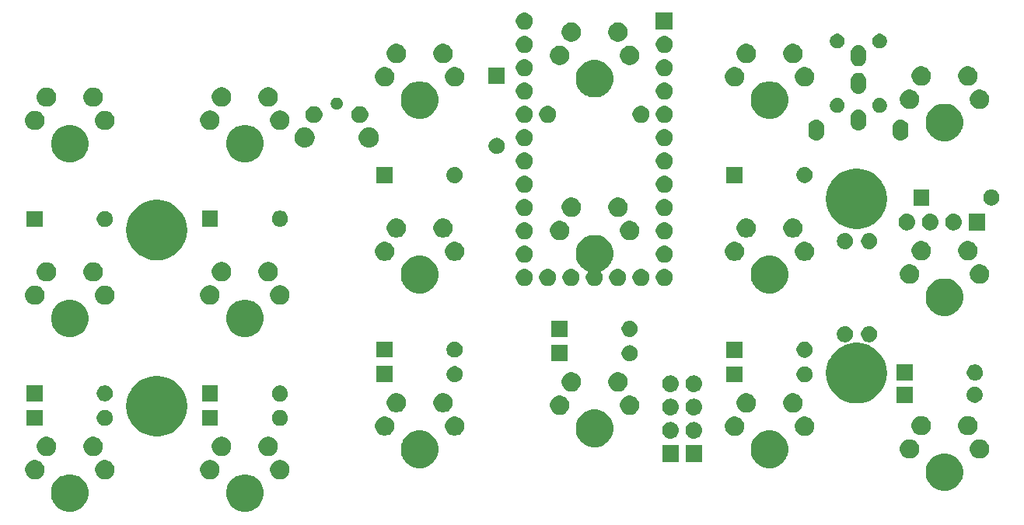
<source format=gbr>
G04 #@! TF.GenerationSoftware,KiCad,Pcbnew,(5.1.0)-1*
G04 #@! TF.CreationDate,2020-01-19T23:14:33+11:00*
G04 #@! TF.ProjectId,oddball,6f646462-616c-46c2-9e6b-696361645f70,rev?*
G04 #@! TF.SameCoordinates,Original*
G04 #@! TF.FileFunction,Soldermask,Bot*
G04 #@! TF.FilePolarity,Negative*
%FSLAX46Y46*%
G04 Gerber Fmt 4.6, Leading zero omitted, Abs format (unit mm)*
G04 Created by KiCad (PCBNEW (5.1.0)-1) date 2020-01-19 23:14:33*
%MOMM*%
%LPD*%
G04 APERTURE LIST*
%ADD10C,0.150000*%
G04 APERTURE END LIST*
D10*
G36*
X100186474Y-107503684D02*
G01*
X100404474Y-107593983D01*
X100558623Y-107657833D01*
X100893548Y-107881623D01*
X101178377Y-108166452D01*
X101402167Y-108501377D01*
X101403066Y-108503548D01*
X101556316Y-108873526D01*
X101634900Y-109268594D01*
X101634900Y-109671406D01*
X101556316Y-110066474D01*
X101466017Y-110284474D01*
X101402167Y-110438623D01*
X101178377Y-110773548D01*
X100893548Y-111058377D01*
X100558623Y-111282167D01*
X100404474Y-111346017D01*
X100186474Y-111436316D01*
X99791406Y-111514900D01*
X99388594Y-111514900D01*
X98993526Y-111436316D01*
X98775526Y-111346017D01*
X98621377Y-111282167D01*
X98286452Y-111058377D01*
X98001623Y-110773548D01*
X97777833Y-110438623D01*
X97713983Y-110284474D01*
X97623684Y-110066474D01*
X97545100Y-109671406D01*
X97545100Y-109268594D01*
X97623684Y-108873526D01*
X97776934Y-108503548D01*
X97777833Y-108501377D01*
X98001623Y-108166452D01*
X98286452Y-107881623D01*
X98621377Y-107657833D01*
X98775526Y-107593983D01*
X98993526Y-107503684D01*
X99388594Y-107425100D01*
X99791406Y-107425100D01*
X100186474Y-107503684D01*
X100186474Y-107503684D01*
G37*
G36*
X81116474Y-107503684D02*
G01*
X81334474Y-107593983D01*
X81488623Y-107657833D01*
X81823548Y-107881623D01*
X82108377Y-108166452D01*
X82332167Y-108501377D01*
X82333066Y-108503548D01*
X82486316Y-108873526D01*
X82564900Y-109268594D01*
X82564900Y-109671406D01*
X82486316Y-110066474D01*
X82396017Y-110284474D01*
X82332167Y-110438623D01*
X82108377Y-110773548D01*
X81823548Y-111058377D01*
X81488623Y-111282167D01*
X81334474Y-111346017D01*
X81116474Y-111436316D01*
X80721406Y-111514900D01*
X80318594Y-111514900D01*
X79923526Y-111436316D01*
X79705526Y-111346017D01*
X79551377Y-111282167D01*
X79216452Y-111058377D01*
X78931623Y-110773548D01*
X78707833Y-110438623D01*
X78643983Y-110284474D01*
X78553684Y-110066474D01*
X78475100Y-109671406D01*
X78475100Y-109268594D01*
X78553684Y-108873526D01*
X78706934Y-108503548D01*
X78707833Y-108501377D01*
X78931623Y-108166452D01*
X79216452Y-107881623D01*
X79551377Y-107657833D01*
X79705526Y-107593983D01*
X79923526Y-107503684D01*
X80318594Y-107425100D01*
X80721406Y-107425100D01*
X81116474Y-107503684D01*
X81116474Y-107503684D01*
G37*
G36*
X176366474Y-105233684D02*
G01*
X176578200Y-105321384D01*
X176738623Y-105387833D01*
X177073548Y-105611623D01*
X177358377Y-105896452D01*
X177582167Y-106231377D01*
X177582167Y-106231378D01*
X177736316Y-106603526D01*
X177814900Y-106998594D01*
X177814900Y-107401406D01*
X177736316Y-107796474D01*
X177709429Y-107861384D01*
X177582167Y-108168623D01*
X177358377Y-108503548D01*
X177073548Y-108788377D01*
X176738623Y-109012167D01*
X176584474Y-109076017D01*
X176366474Y-109166316D01*
X175971406Y-109244900D01*
X175568594Y-109244900D01*
X175173526Y-109166316D01*
X174955526Y-109076017D01*
X174801377Y-109012167D01*
X174466452Y-108788377D01*
X174181623Y-108503548D01*
X173957833Y-108168623D01*
X173830571Y-107861384D01*
X173803684Y-107796474D01*
X173725100Y-107401406D01*
X173725100Y-106998594D01*
X173803684Y-106603526D01*
X173957833Y-106231378D01*
X173957833Y-106231377D01*
X174181623Y-105896452D01*
X174466452Y-105611623D01*
X174801377Y-105387833D01*
X174961800Y-105321384D01*
X175173526Y-105233684D01*
X175568594Y-105155100D01*
X175971406Y-105155100D01*
X176366474Y-105233684D01*
X176366474Y-105233684D01*
G37*
G36*
X84636564Y-105919389D02*
G01*
X84827833Y-105998615D01*
X84827835Y-105998616D01*
X84850182Y-106013548D01*
X84999973Y-106113635D01*
X85146365Y-106260027D01*
X85261385Y-106432167D01*
X85340611Y-106623436D01*
X85381000Y-106826484D01*
X85381000Y-107033516D01*
X85340611Y-107236564D01*
X85272332Y-107401405D01*
X85261384Y-107427835D01*
X85146365Y-107599973D01*
X84999973Y-107746365D01*
X84827835Y-107861384D01*
X84827834Y-107861385D01*
X84827833Y-107861385D01*
X84636564Y-107940611D01*
X84433516Y-107981000D01*
X84226484Y-107981000D01*
X84023436Y-107940611D01*
X83832167Y-107861385D01*
X83832166Y-107861385D01*
X83832165Y-107861384D01*
X83660027Y-107746365D01*
X83513635Y-107599973D01*
X83398616Y-107427835D01*
X83387668Y-107401405D01*
X83319389Y-107236564D01*
X83279000Y-107033516D01*
X83279000Y-106826484D01*
X83319389Y-106623436D01*
X83398615Y-106432167D01*
X83513635Y-106260027D01*
X83660027Y-106113635D01*
X83809818Y-106013548D01*
X83832165Y-105998616D01*
X83832167Y-105998615D01*
X84023436Y-105919389D01*
X84226484Y-105879000D01*
X84433516Y-105879000D01*
X84636564Y-105919389D01*
X84636564Y-105919389D01*
G37*
G36*
X96086564Y-105919389D02*
G01*
X96277833Y-105998615D01*
X96277835Y-105998616D01*
X96300182Y-106013548D01*
X96449973Y-106113635D01*
X96596365Y-106260027D01*
X96711385Y-106432167D01*
X96790611Y-106623436D01*
X96831000Y-106826484D01*
X96831000Y-107033516D01*
X96790611Y-107236564D01*
X96722332Y-107401405D01*
X96711384Y-107427835D01*
X96596365Y-107599973D01*
X96449973Y-107746365D01*
X96277835Y-107861384D01*
X96277834Y-107861385D01*
X96277833Y-107861385D01*
X96086564Y-107940611D01*
X95883516Y-107981000D01*
X95676484Y-107981000D01*
X95473436Y-107940611D01*
X95282167Y-107861385D01*
X95282166Y-107861385D01*
X95282165Y-107861384D01*
X95110027Y-107746365D01*
X94963635Y-107599973D01*
X94848616Y-107427835D01*
X94837668Y-107401405D01*
X94769389Y-107236564D01*
X94729000Y-107033516D01*
X94729000Y-106826484D01*
X94769389Y-106623436D01*
X94848615Y-106432167D01*
X94963635Y-106260027D01*
X95110027Y-106113635D01*
X95259818Y-106013548D01*
X95282165Y-105998616D01*
X95282167Y-105998615D01*
X95473436Y-105919389D01*
X95676484Y-105879000D01*
X95883516Y-105879000D01*
X96086564Y-105919389D01*
X96086564Y-105919389D01*
G37*
G36*
X103706564Y-105919389D02*
G01*
X103897833Y-105998615D01*
X103897835Y-105998616D01*
X103920182Y-106013548D01*
X104069973Y-106113635D01*
X104216365Y-106260027D01*
X104331385Y-106432167D01*
X104410611Y-106623436D01*
X104451000Y-106826484D01*
X104451000Y-107033516D01*
X104410611Y-107236564D01*
X104342332Y-107401405D01*
X104331384Y-107427835D01*
X104216365Y-107599973D01*
X104069973Y-107746365D01*
X103897835Y-107861384D01*
X103897834Y-107861385D01*
X103897833Y-107861385D01*
X103706564Y-107940611D01*
X103503516Y-107981000D01*
X103296484Y-107981000D01*
X103093436Y-107940611D01*
X102902167Y-107861385D01*
X102902166Y-107861385D01*
X102902165Y-107861384D01*
X102730027Y-107746365D01*
X102583635Y-107599973D01*
X102468616Y-107427835D01*
X102457668Y-107401405D01*
X102389389Y-107236564D01*
X102349000Y-107033516D01*
X102349000Y-106826484D01*
X102389389Y-106623436D01*
X102468615Y-106432167D01*
X102583635Y-106260027D01*
X102730027Y-106113635D01*
X102879818Y-106013548D01*
X102902165Y-105998616D01*
X102902167Y-105998615D01*
X103093436Y-105919389D01*
X103296484Y-105879000D01*
X103503516Y-105879000D01*
X103706564Y-105919389D01*
X103706564Y-105919389D01*
G37*
G36*
X77016564Y-105919389D02*
G01*
X77207833Y-105998615D01*
X77207835Y-105998616D01*
X77230182Y-106013548D01*
X77379973Y-106113635D01*
X77526365Y-106260027D01*
X77641385Y-106432167D01*
X77720611Y-106623436D01*
X77761000Y-106826484D01*
X77761000Y-107033516D01*
X77720611Y-107236564D01*
X77652332Y-107401405D01*
X77641384Y-107427835D01*
X77526365Y-107599973D01*
X77379973Y-107746365D01*
X77207835Y-107861384D01*
X77207834Y-107861385D01*
X77207833Y-107861385D01*
X77016564Y-107940611D01*
X76813516Y-107981000D01*
X76606484Y-107981000D01*
X76403436Y-107940611D01*
X76212167Y-107861385D01*
X76212166Y-107861385D01*
X76212165Y-107861384D01*
X76040027Y-107746365D01*
X75893635Y-107599973D01*
X75778616Y-107427835D01*
X75767668Y-107401405D01*
X75699389Y-107236564D01*
X75659000Y-107033516D01*
X75659000Y-106826484D01*
X75699389Y-106623436D01*
X75778615Y-106432167D01*
X75893635Y-106260027D01*
X76040027Y-106113635D01*
X76189818Y-106013548D01*
X76212165Y-105998616D01*
X76212167Y-105998615D01*
X76403436Y-105919389D01*
X76606484Y-105879000D01*
X76813516Y-105879000D01*
X77016564Y-105919389D01*
X77016564Y-105919389D01*
G37*
G36*
X157316474Y-102743684D02*
G01*
X157524794Y-102829973D01*
X157688623Y-102897833D01*
X158023548Y-103121623D01*
X158308377Y-103406452D01*
X158532167Y-103741377D01*
X158532167Y-103741378D01*
X158686316Y-104113526D01*
X158764900Y-104508594D01*
X158764900Y-104911406D01*
X158686316Y-105306474D01*
X158647323Y-105400611D01*
X158532167Y-105678623D01*
X158308377Y-106013548D01*
X158023548Y-106298377D01*
X157688623Y-106522167D01*
X157534474Y-106586017D01*
X157316474Y-106676316D01*
X156921406Y-106754900D01*
X156518594Y-106754900D01*
X156123526Y-106676316D01*
X155905526Y-106586017D01*
X155751377Y-106522167D01*
X155416452Y-106298377D01*
X155131623Y-106013548D01*
X154907833Y-105678623D01*
X154792677Y-105400611D01*
X154753684Y-105306474D01*
X154675100Y-104911406D01*
X154675100Y-104508594D01*
X154753684Y-104113526D01*
X154907833Y-103741378D01*
X154907833Y-103741377D01*
X155131623Y-103406452D01*
X155416452Y-103121623D01*
X155751377Y-102897833D01*
X155915206Y-102829973D01*
X156123526Y-102743684D01*
X156518594Y-102665100D01*
X156921406Y-102665100D01*
X157316474Y-102743684D01*
X157316474Y-102743684D01*
G37*
G36*
X119216474Y-102733684D02*
G01*
X119434474Y-102823983D01*
X119588623Y-102887833D01*
X119923548Y-103111623D01*
X120208377Y-103396452D01*
X120432167Y-103731377D01*
X120496017Y-103885526D01*
X120586316Y-104103526D01*
X120664900Y-104498594D01*
X120664900Y-104901406D01*
X120586316Y-105296474D01*
X120496017Y-105514474D01*
X120432167Y-105668623D01*
X120208377Y-106003548D01*
X119923548Y-106288377D01*
X119588623Y-106512167D01*
X119434474Y-106576017D01*
X119216474Y-106666316D01*
X118821406Y-106744900D01*
X118418594Y-106744900D01*
X118023526Y-106666316D01*
X117805526Y-106576017D01*
X117651377Y-106512167D01*
X117316452Y-106288377D01*
X117031623Y-106003548D01*
X116807833Y-105668623D01*
X116743983Y-105514474D01*
X116653684Y-105296474D01*
X116575100Y-104901406D01*
X116575100Y-104498594D01*
X116653684Y-104103526D01*
X116743983Y-103885526D01*
X116807833Y-103731377D01*
X117031623Y-103396452D01*
X117316452Y-103111623D01*
X117651377Y-102887833D01*
X117805526Y-102823983D01*
X118023526Y-102733684D01*
X118418594Y-102655100D01*
X118821406Y-102655100D01*
X119216474Y-102733684D01*
X119216474Y-102733684D01*
G37*
G36*
X146841000Y-106071000D02*
G01*
X145039000Y-106071000D01*
X145039000Y-104269000D01*
X146841000Y-104269000D01*
X146841000Y-106071000D01*
X146841000Y-106071000D01*
G37*
G36*
X149381000Y-106071000D02*
G01*
X147579000Y-106071000D01*
X147579000Y-104269000D01*
X149381000Y-104269000D01*
X149381000Y-106071000D01*
X149381000Y-106071000D01*
G37*
G36*
X172266564Y-103649389D02*
G01*
X172445600Y-103723548D01*
X172457835Y-103728616D01*
X172629973Y-103843635D01*
X172776365Y-103990027D01*
X172852203Y-104103526D01*
X172891385Y-104162167D01*
X172970611Y-104353436D01*
X173011000Y-104556484D01*
X173011000Y-104763516D01*
X172970611Y-104966564D01*
X172892517Y-105155100D01*
X172891384Y-105157835D01*
X172776365Y-105329973D01*
X172629973Y-105476365D01*
X172457835Y-105591384D01*
X172457834Y-105591385D01*
X172457833Y-105591385D01*
X172266564Y-105670611D01*
X172063516Y-105711000D01*
X171856484Y-105711000D01*
X171653436Y-105670611D01*
X171462167Y-105591385D01*
X171462166Y-105591385D01*
X171462165Y-105591384D01*
X171290027Y-105476365D01*
X171143635Y-105329973D01*
X171028616Y-105157835D01*
X171027483Y-105155100D01*
X170949389Y-104966564D01*
X170909000Y-104763516D01*
X170909000Y-104556484D01*
X170949389Y-104353436D01*
X171028615Y-104162167D01*
X171067798Y-104103526D01*
X171143635Y-103990027D01*
X171290027Y-103843635D01*
X171462165Y-103728616D01*
X171474400Y-103723548D01*
X171653436Y-103649389D01*
X171856484Y-103609000D01*
X172063516Y-103609000D01*
X172266564Y-103649389D01*
X172266564Y-103649389D01*
G37*
G36*
X179886564Y-103649389D02*
G01*
X180065600Y-103723548D01*
X180077835Y-103728616D01*
X180249973Y-103843635D01*
X180396365Y-103990027D01*
X180472203Y-104103526D01*
X180511385Y-104162167D01*
X180590611Y-104353436D01*
X180631000Y-104556484D01*
X180631000Y-104763516D01*
X180590611Y-104966564D01*
X180512517Y-105155100D01*
X180511384Y-105157835D01*
X180396365Y-105329973D01*
X180249973Y-105476365D01*
X180077835Y-105591384D01*
X180077834Y-105591385D01*
X180077833Y-105591385D01*
X179886564Y-105670611D01*
X179683516Y-105711000D01*
X179476484Y-105711000D01*
X179273436Y-105670611D01*
X179082167Y-105591385D01*
X179082166Y-105591385D01*
X179082165Y-105591384D01*
X178910027Y-105476365D01*
X178763635Y-105329973D01*
X178648616Y-105157835D01*
X178647483Y-105155100D01*
X178569389Y-104966564D01*
X178529000Y-104763516D01*
X178529000Y-104556484D01*
X178569389Y-104353436D01*
X178648615Y-104162167D01*
X178687798Y-104103526D01*
X178763635Y-103990027D01*
X178910027Y-103843635D01*
X179082165Y-103728616D01*
X179094400Y-103723548D01*
X179273436Y-103649389D01*
X179476484Y-103609000D01*
X179683516Y-103609000D01*
X179886564Y-103649389D01*
X179886564Y-103649389D01*
G37*
G36*
X83366564Y-103379389D02*
G01*
X83557833Y-103458615D01*
X83557835Y-103458616D01*
X83729973Y-103573635D01*
X83876365Y-103720027D01*
X83883950Y-103731378D01*
X83991385Y-103892167D01*
X84070611Y-104083436D01*
X84111000Y-104286484D01*
X84111000Y-104493516D01*
X84070611Y-104696564D01*
X83991385Y-104887833D01*
X83991384Y-104887835D01*
X83876365Y-105059973D01*
X83729973Y-105206365D01*
X83557835Y-105321384D01*
X83557834Y-105321385D01*
X83557833Y-105321385D01*
X83366564Y-105400611D01*
X83163516Y-105441000D01*
X82956484Y-105441000D01*
X82753436Y-105400611D01*
X82562167Y-105321385D01*
X82562166Y-105321385D01*
X82562165Y-105321384D01*
X82390027Y-105206365D01*
X82243635Y-105059973D01*
X82128616Y-104887835D01*
X82128615Y-104887833D01*
X82049389Y-104696564D01*
X82009000Y-104493516D01*
X82009000Y-104286484D01*
X82049389Y-104083436D01*
X82128615Y-103892167D01*
X82236051Y-103731378D01*
X82243635Y-103720027D01*
X82390027Y-103573635D01*
X82562165Y-103458616D01*
X82562167Y-103458615D01*
X82753436Y-103379389D01*
X82956484Y-103339000D01*
X83163516Y-103339000D01*
X83366564Y-103379389D01*
X83366564Y-103379389D01*
G37*
G36*
X78286564Y-103379389D02*
G01*
X78477833Y-103458615D01*
X78477835Y-103458616D01*
X78649973Y-103573635D01*
X78796365Y-103720027D01*
X78803950Y-103731378D01*
X78911385Y-103892167D01*
X78990611Y-104083436D01*
X79031000Y-104286484D01*
X79031000Y-104493516D01*
X78990611Y-104696564D01*
X78911385Y-104887833D01*
X78911384Y-104887835D01*
X78796365Y-105059973D01*
X78649973Y-105206365D01*
X78477835Y-105321384D01*
X78477834Y-105321385D01*
X78477833Y-105321385D01*
X78286564Y-105400611D01*
X78083516Y-105441000D01*
X77876484Y-105441000D01*
X77673436Y-105400611D01*
X77482167Y-105321385D01*
X77482166Y-105321385D01*
X77482165Y-105321384D01*
X77310027Y-105206365D01*
X77163635Y-105059973D01*
X77048616Y-104887835D01*
X77048615Y-104887833D01*
X76969389Y-104696564D01*
X76929000Y-104493516D01*
X76929000Y-104286484D01*
X76969389Y-104083436D01*
X77048615Y-103892167D01*
X77156051Y-103731378D01*
X77163635Y-103720027D01*
X77310027Y-103573635D01*
X77482165Y-103458616D01*
X77482167Y-103458615D01*
X77673436Y-103379389D01*
X77876484Y-103339000D01*
X78083516Y-103339000D01*
X78286564Y-103379389D01*
X78286564Y-103379389D01*
G37*
G36*
X102436564Y-103379389D02*
G01*
X102627833Y-103458615D01*
X102627835Y-103458616D01*
X102799973Y-103573635D01*
X102946365Y-103720027D01*
X102953950Y-103731378D01*
X103061385Y-103892167D01*
X103140611Y-104083436D01*
X103181000Y-104286484D01*
X103181000Y-104493516D01*
X103140611Y-104696564D01*
X103061385Y-104887833D01*
X103061384Y-104887835D01*
X102946365Y-105059973D01*
X102799973Y-105206365D01*
X102627835Y-105321384D01*
X102627834Y-105321385D01*
X102627833Y-105321385D01*
X102436564Y-105400611D01*
X102233516Y-105441000D01*
X102026484Y-105441000D01*
X101823436Y-105400611D01*
X101632167Y-105321385D01*
X101632166Y-105321385D01*
X101632165Y-105321384D01*
X101460027Y-105206365D01*
X101313635Y-105059973D01*
X101198616Y-104887835D01*
X101198615Y-104887833D01*
X101119389Y-104696564D01*
X101079000Y-104493516D01*
X101079000Y-104286484D01*
X101119389Y-104083436D01*
X101198615Y-103892167D01*
X101306051Y-103731378D01*
X101313635Y-103720027D01*
X101460027Y-103573635D01*
X101632165Y-103458616D01*
X101632167Y-103458615D01*
X101823436Y-103379389D01*
X102026484Y-103339000D01*
X102233516Y-103339000D01*
X102436564Y-103379389D01*
X102436564Y-103379389D01*
G37*
G36*
X97356564Y-103379389D02*
G01*
X97547833Y-103458615D01*
X97547835Y-103458616D01*
X97719973Y-103573635D01*
X97866365Y-103720027D01*
X97873950Y-103731378D01*
X97981385Y-103892167D01*
X98060611Y-104083436D01*
X98101000Y-104286484D01*
X98101000Y-104493516D01*
X98060611Y-104696564D01*
X97981385Y-104887833D01*
X97981384Y-104887835D01*
X97866365Y-105059973D01*
X97719973Y-105206365D01*
X97547835Y-105321384D01*
X97547834Y-105321385D01*
X97547833Y-105321385D01*
X97356564Y-105400611D01*
X97153516Y-105441000D01*
X96946484Y-105441000D01*
X96743436Y-105400611D01*
X96552167Y-105321385D01*
X96552166Y-105321385D01*
X96552165Y-105321384D01*
X96380027Y-105206365D01*
X96233635Y-105059973D01*
X96118616Y-104887835D01*
X96118615Y-104887833D01*
X96039389Y-104696564D01*
X95999000Y-104493516D01*
X95999000Y-104286484D01*
X96039389Y-104083436D01*
X96118615Y-103892167D01*
X96226051Y-103731378D01*
X96233635Y-103720027D01*
X96380027Y-103573635D01*
X96552165Y-103458616D01*
X96552167Y-103458615D01*
X96743436Y-103379389D01*
X96946484Y-103339000D01*
X97153516Y-103339000D01*
X97356564Y-103379389D01*
X97356564Y-103379389D01*
G37*
G36*
X138266474Y-100453684D02*
G01*
X138386151Y-100503256D01*
X138638623Y-100607833D01*
X138973548Y-100831623D01*
X139258377Y-101116452D01*
X139482167Y-101451377D01*
X139482167Y-101451378D01*
X139636316Y-101823526D01*
X139714900Y-102218594D01*
X139714900Y-102621406D01*
X139636316Y-103016474D01*
X139551598Y-103221000D01*
X139482167Y-103388623D01*
X139258377Y-103723548D01*
X138973548Y-104008377D01*
X138638623Y-104232167D01*
X138507485Y-104286486D01*
X138266474Y-104386316D01*
X137871406Y-104464900D01*
X137468594Y-104464900D01*
X137073526Y-104386316D01*
X136832515Y-104286486D01*
X136701377Y-104232167D01*
X136366452Y-104008377D01*
X136081623Y-103723548D01*
X135857833Y-103388623D01*
X135788402Y-103221000D01*
X135703684Y-103016474D01*
X135625100Y-102621406D01*
X135625100Y-102218594D01*
X135703684Y-101823526D01*
X135857833Y-101451378D01*
X135857833Y-101451377D01*
X136081623Y-101116452D01*
X136366452Y-100831623D01*
X136701377Y-100607833D01*
X136953849Y-100503256D01*
X137073526Y-100453684D01*
X137468594Y-100375100D01*
X137871406Y-100375100D01*
X138266474Y-100453684D01*
X138266474Y-100453684D01*
G37*
G36*
X146050442Y-101735518D02*
G01*
X146116627Y-101742037D01*
X146286466Y-101793557D01*
X146442991Y-101877222D01*
X146478729Y-101906552D01*
X146580186Y-101989814D01*
X146643108Y-102066486D01*
X146692778Y-102127009D01*
X146776443Y-102283534D01*
X146827963Y-102453373D01*
X146845359Y-102630000D01*
X146827963Y-102806627D01*
X146776443Y-102976466D01*
X146692778Y-103132991D01*
X146663448Y-103168729D01*
X146580186Y-103270186D01*
X146478729Y-103353448D01*
X146442991Y-103382778D01*
X146286466Y-103466443D01*
X146116627Y-103517963D01*
X146050443Y-103524481D01*
X145984260Y-103531000D01*
X145895740Y-103531000D01*
X145829557Y-103524481D01*
X145763373Y-103517963D01*
X145593534Y-103466443D01*
X145437009Y-103382778D01*
X145401271Y-103353448D01*
X145299814Y-103270186D01*
X145216552Y-103168729D01*
X145187222Y-103132991D01*
X145103557Y-102976466D01*
X145052037Y-102806627D01*
X145034641Y-102630000D01*
X145052037Y-102453373D01*
X145103557Y-102283534D01*
X145187222Y-102127009D01*
X145236892Y-102066486D01*
X145299814Y-101989814D01*
X145401271Y-101906552D01*
X145437009Y-101877222D01*
X145593534Y-101793557D01*
X145763373Y-101742037D01*
X145829557Y-101735519D01*
X145895740Y-101729000D01*
X145984260Y-101729000D01*
X146050442Y-101735518D01*
X146050442Y-101735518D01*
G37*
G36*
X148590442Y-101735518D02*
G01*
X148656627Y-101742037D01*
X148826466Y-101793557D01*
X148982991Y-101877222D01*
X149018729Y-101906552D01*
X149120186Y-101989814D01*
X149183108Y-102066486D01*
X149232778Y-102127009D01*
X149316443Y-102283534D01*
X149367963Y-102453373D01*
X149385359Y-102630000D01*
X149367963Y-102806627D01*
X149316443Y-102976466D01*
X149232778Y-103132991D01*
X149203448Y-103168729D01*
X149120186Y-103270186D01*
X149018729Y-103353448D01*
X148982991Y-103382778D01*
X148826466Y-103466443D01*
X148656627Y-103517963D01*
X148590443Y-103524481D01*
X148524260Y-103531000D01*
X148435740Y-103531000D01*
X148369557Y-103524481D01*
X148303373Y-103517963D01*
X148133534Y-103466443D01*
X147977009Y-103382778D01*
X147941271Y-103353448D01*
X147839814Y-103270186D01*
X147756552Y-103168729D01*
X147727222Y-103132991D01*
X147643557Y-102976466D01*
X147592037Y-102806627D01*
X147574641Y-102630000D01*
X147592037Y-102453373D01*
X147643557Y-102283534D01*
X147727222Y-102127009D01*
X147776892Y-102066486D01*
X147839814Y-101989814D01*
X147941271Y-101906552D01*
X147977009Y-101877222D01*
X148133534Y-101793557D01*
X148303373Y-101742037D01*
X148369557Y-101735519D01*
X148435740Y-101729000D01*
X148524260Y-101729000D01*
X148590442Y-101735518D01*
X148590442Y-101735518D01*
G37*
G36*
X90647109Y-96746763D02*
G01*
X91269350Y-96935517D01*
X91651657Y-97139865D01*
X91842810Y-97242038D01*
X92345453Y-97654547D01*
X92757962Y-98157190D01*
X92803727Y-98242811D01*
X93064483Y-98730650D01*
X93253237Y-99352891D01*
X93316972Y-100000000D01*
X93253237Y-100647109D01*
X93064483Y-101269350D01*
X92946528Y-101490027D01*
X92757962Y-101842810D01*
X92345453Y-102345453D01*
X91842810Y-102757962D01*
X91689378Y-102839973D01*
X91269350Y-103064483D01*
X90647109Y-103253237D01*
X90162166Y-103301000D01*
X89837834Y-103301000D01*
X89352891Y-103253237D01*
X88730650Y-103064483D01*
X88310622Y-102839973D01*
X88157190Y-102757962D01*
X87654547Y-102345453D01*
X87242038Y-101842810D01*
X87053472Y-101490027D01*
X86935517Y-101269350D01*
X86746763Y-100647109D01*
X86683028Y-100000000D01*
X86746763Y-99352891D01*
X86935517Y-98730650D01*
X87196273Y-98242811D01*
X87242038Y-98157190D01*
X87654547Y-97654547D01*
X88157190Y-97242038D01*
X88348343Y-97139865D01*
X88730650Y-96935517D01*
X89352891Y-96746763D01*
X89837834Y-96699000D01*
X90162166Y-96699000D01*
X90647109Y-96746763D01*
X90647109Y-96746763D01*
G37*
G36*
X160836564Y-101159389D02*
G01*
X161003693Y-101228616D01*
X161027835Y-101238616D01*
X161199973Y-101353635D01*
X161346365Y-101500027D01*
X161454704Y-101662167D01*
X161461385Y-101672167D01*
X161540611Y-101863436D01*
X161581000Y-102066484D01*
X161581000Y-102273516D01*
X161540611Y-102476564D01*
X161477056Y-102630000D01*
X161461384Y-102667835D01*
X161346365Y-102839973D01*
X161199973Y-102986365D01*
X161027835Y-103101384D01*
X161027834Y-103101385D01*
X161027833Y-103101385D01*
X160836564Y-103180611D01*
X160633516Y-103221000D01*
X160426484Y-103221000D01*
X160223436Y-103180611D01*
X160032167Y-103101385D01*
X160032166Y-103101385D01*
X160032165Y-103101384D01*
X159860027Y-102986365D01*
X159713635Y-102839973D01*
X159598616Y-102667835D01*
X159582944Y-102630000D01*
X159519389Y-102476564D01*
X159479000Y-102273516D01*
X159479000Y-102066484D01*
X159519389Y-101863436D01*
X159598615Y-101672167D01*
X159605297Y-101662167D01*
X159713635Y-101500027D01*
X159860027Y-101353635D01*
X160032165Y-101238616D01*
X160056307Y-101228616D01*
X160223436Y-101159389D01*
X160426484Y-101119000D01*
X160633516Y-101119000D01*
X160836564Y-101159389D01*
X160836564Y-101159389D01*
G37*
G36*
X153216564Y-101159389D02*
G01*
X153383693Y-101228616D01*
X153407835Y-101238616D01*
X153579973Y-101353635D01*
X153726365Y-101500027D01*
X153834704Y-101662167D01*
X153841385Y-101672167D01*
X153920611Y-101863436D01*
X153961000Y-102066484D01*
X153961000Y-102273516D01*
X153920611Y-102476564D01*
X153857056Y-102630000D01*
X153841384Y-102667835D01*
X153726365Y-102839973D01*
X153579973Y-102986365D01*
X153407835Y-103101384D01*
X153407834Y-103101385D01*
X153407833Y-103101385D01*
X153216564Y-103180611D01*
X153013516Y-103221000D01*
X152806484Y-103221000D01*
X152603436Y-103180611D01*
X152412167Y-103101385D01*
X152412166Y-103101385D01*
X152412165Y-103101384D01*
X152240027Y-102986365D01*
X152093635Y-102839973D01*
X151978616Y-102667835D01*
X151962944Y-102630000D01*
X151899389Y-102476564D01*
X151859000Y-102273516D01*
X151859000Y-102066484D01*
X151899389Y-101863436D01*
X151978615Y-101672167D01*
X151985297Y-101662167D01*
X152093635Y-101500027D01*
X152240027Y-101353635D01*
X152412165Y-101238616D01*
X152436307Y-101228616D01*
X152603436Y-101159389D01*
X152806484Y-101119000D01*
X153013516Y-101119000D01*
X153216564Y-101159389D01*
X153216564Y-101159389D01*
G37*
G36*
X122736564Y-101149389D02*
G01*
X122927833Y-101228615D01*
X122927835Y-101228616D01*
X123099973Y-101343635D01*
X123246365Y-101490027D01*
X123270178Y-101525665D01*
X123361385Y-101662167D01*
X123440611Y-101853436D01*
X123481000Y-102056484D01*
X123481000Y-102263516D01*
X123440611Y-102466564D01*
X123372914Y-102630000D01*
X123361384Y-102657835D01*
X123246365Y-102829973D01*
X123099973Y-102976365D01*
X122927835Y-103091384D01*
X122927834Y-103091385D01*
X122927833Y-103091385D01*
X122736564Y-103170611D01*
X122533516Y-103211000D01*
X122326484Y-103211000D01*
X122123436Y-103170611D01*
X121932167Y-103091385D01*
X121932166Y-103091385D01*
X121932165Y-103091384D01*
X121760027Y-102976365D01*
X121613635Y-102829973D01*
X121498616Y-102657835D01*
X121487086Y-102630000D01*
X121419389Y-102466564D01*
X121379000Y-102263516D01*
X121379000Y-102056484D01*
X121419389Y-101853436D01*
X121498615Y-101662167D01*
X121589823Y-101525665D01*
X121613635Y-101490027D01*
X121760027Y-101343635D01*
X121932165Y-101228616D01*
X121932167Y-101228615D01*
X122123436Y-101149389D01*
X122326484Y-101109000D01*
X122533516Y-101109000D01*
X122736564Y-101149389D01*
X122736564Y-101149389D01*
G37*
G36*
X115116564Y-101149389D02*
G01*
X115307833Y-101228615D01*
X115307835Y-101228616D01*
X115479973Y-101343635D01*
X115626365Y-101490027D01*
X115650178Y-101525665D01*
X115741385Y-101662167D01*
X115820611Y-101853436D01*
X115861000Y-102056484D01*
X115861000Y-102263516D01*
X115820611Y-102466564D01*
X115752914Y-102630000D01*
X115741384Y-102657835D01*
X115626365Y-102829973D01*
X115479973Y-102976365D01*
X115307835Y-103091384D01*
X115307834Y-103091385D01*
X115307833Y-103091385D01*
X115116564Y-103170611D01*
X114913516Y-103211000D01*
X114706484Y-103211000D01*
X114503436Y-103170611D01*
X114312167Y-103091385D01*
X114312166Y-103091385D01*
X114312165Y-103091384D01*
X114140027Y-102976365D01*
X113993635Y-102829973D01*
X113878616Y-102657835D01*
X113867086Y-102630000D01*
X113799389Y-102466564D01*
X113759000Y-102263516D01*
X113759000Y-102056484D01*
X113799389Y-101853436D01*
X113878615Y-101662167D01*
X113969823Y-101525665D01*
X113993635Y-101490027D01*
X114140027Y-101343635D01*
X114312165Y-101228616D01*
X114312167Y-101228615D01*
X114503436Y-101149389D01*
X114706484Y-101109000D01*
X114913516Y-101109000D01*
X115116564Y-101149389D01*
X115116564Y-101149389D01*
G37*
G36*
X178616564Y-101109389D02*
G01*
X178807833Y-101188615D01*
X178807835Y-101188616D01*
X178979973Y-101303635D01*
X179126365Y-101450027D01*
X179183587Y-101535665D01*
X179241385Y-101622167D01*
X179320611Y-101813436D01*
X179361000Y-102016484D01*
X179361000Y-102223516D01*
X179320611Y-102426564D01*
X179241385Y-102617833D01*
X179241384Y-102617835D01*
X179126365Y-102789973D01*
X178979973Y-102936365D01*
X178807835Y-103051384D01*
X178807834Y-103051385D01*
X178807833Y-103051385D01*
X178616564Y-103130611D01*
X178413516Y-103171000D01*
X178206484Y-103171000D01*
X178003436Y-103130611D01*
X177812167Y-103051385D01*
X177812166Y-103051385D01*
X177812165Y-103051384D01*
X177640027Y-102936365D01*
X177493635Y-102789973D01*
X177378616Y-102617835D01*
X177378615Y-102617833D01*
X177299389Y-102426564D01*
X177259000Y-102223516D01*
X177259000Y-102016484D01*
X177299389Y-101813436D01*
X177378615Y-101622167D01*
X177436414Y-101535665D01*
X177493635Y-101450027D01*
X177640027Y-101303635D01*
X177812165Y-101188616D01*
X177812167Y-101188615D01*
X178003436Y-101109389D01*
X178206484Y-101069000D01*
X178413516Y-101069000D01*
X178616564Y-101109389D01*
X178616564Y-101109389D01*
G37*
G36*
X173536564Y-101109389D02*
G01*
X173727833Y-101188615D01*
X173727835Y-101188616D01*
X173899973Y-101303635D01*
X174046365Y-101450027D01*
X174103587Y-101535665D01*
X174161385Y-101622167D01*
X174240611Y-101813436D01*
X174281000Y-102016484D01*
X174281000Y-102223516D01*
X174240611Y-102426564D01*
X174161385Y-102617833D01*
X174161384Y-102617835D01*
X174046365Y-102789973D01*
X173899973Y-102936365D01*
X173727835Y-103051384D01*
X173727834Y-103051385D01*
X173727833Y-103051385D01*
X173536564Y-103130611D01*
X173333516Y-103171000D01*
X173126484Y-103171000D01*
X172923436Y-103130611D01*
X172732167Y-103051385D01*
X172732166Y-103051385D01*
X172732165Y-103051384D01*
X172560027Y-102936365D01*
X172413635Y-102789973D01*
X172298616Y-102617835D01*
X172298615Y-102617833D01*
X172219389Y-102426564D01*
X172179000Y-102223516D01*
X172179000Y-102016484D01*
X172219389Y-101813436D01*
X172298615Y-101622167D01*
X172356414Y-101535665D01*
X172413635Y-101450027D01*
X172560027Y-101303635D01*
X172732165Y-101188616D01*
X172732167Y-101188615D01*
X172923436Y-101109389D01*
X173126484Y-101069000D01*
X173333516Y-101069000D01*
X173536564Y-101109389D01*
X173536564Y-101109389D01*
G37*
G36*
X103570997Y-100420341D02*
G01*
X103655666Y-100437183D01*
X103721738Y-100464551D01*
X103815177Y-100503255D01*
X103958736Y-100599178D01*
X104080822Y-100721264D01*
X104176745Y-100864823D01*
X104202268Y-100926442D01*
X104242817Y-101024334D01*
X104259658Y-101109000D01*
X104276500Y-101193671D01*
X104276500Y-101366329D01*
X104242817Y-101535665D01*
X104176745Y-101695177D01*
X104080822Y-101838736D01*
X103958736Y-101960822D01*
X103815177Y-102056745D01*
X103721738Y-102095449D01*
X103655666Y-102122817D01*
X103570997Y-102139659D01*
X103486329Y-102156500D01*
X103313671Y-102156500D01*
X103229003Y-102139659D01*
X103144334Y-102122817D01*
X103078262Y-102095449D01*
X102984823Y-102056745D01*
X102841264Y-101960822D01*
X102719178Y-101838736D01*
X102623255Y-101695177D01*
X102557183Y-101535665D01*
X102523500Y-101366329D01*
X102523500Y-101193671D01*
X102540342Y-101109000D01*
X102557183Y-101024334D01*
X102597732Y-100926442D01*
X102623255Y-100864823D01*
X102719178Y-100721264D01*
X102841264Y-100599178D01*
X102984823Y-100503255D01*
X103078262Y-100464551D01*
X103144334Y-100437183D01*
X103229003Y-100420342D01*
X103313671Y-100403500D01*
X103486329Y-100403500D01*
X103570997Y-100420341D01*
X103570997Y-100420341D01*
G37*
G36*
X96656500Y-102156500D02*
G01*
X94903500Y-102156500D01*
X94903500Y-100403500D01*
X96656500Y-100403500D01*
X96656500Y-102156500D01*
X96656500Y-102156500D01*
G37*
G36*
X84466602Y-100403500D02*
G01*
X84585666Y-100427183D01*
X84649644Y-100453684D01*
X84745177Y-100493255D01*
X84888736Y-100589178D01*
X85010822Y-100711264D01*
X85106745Y-100854823D01*
X85145449Y-100948262D01*
X85163152Y-100991000D01*
X85172817Y-101014335D01*
X85193130Y-101116453D01*
X85206500Y-101183672D01*
X85206500Y-101356328D01*
X85172817Y-101525666D01*
X85145449Y-101591738D01*
X85106745Y-101685177D01*
X85010822Y-101828736D01*
X84888736Y-101950822D01*
X84745177Y-102046745D01*
X84651738Y-102085449D01*
X84585666Y-102112817D01*
X84535392Y-102122817D01*
X84416329Y-102146500D01*
X84243671Y-102146500D01*
X84124608Y-102122817D01*
X84074334Y-102112817D01*
X84008262Y-102085449D01*
X83914823Y-102046745D01*
X83771264Y-101950822D01*
X83649178Y-101828736D01*
X83553255Y-101685177D01*
X83514551Y-101591738D01*
X83487183Y-101525666D01*
X83453500Y-101356328D01*
X83453500Y-101183672D01*
X83466871Y-101116453D01*
X83487183Y-101014335D01*
X83496849Y-100991000D01*
X83514551Y-100948262D01*
X83553255Y-100854823D01*
X83649178Y-100711264D01*
X83771264Y-100589178D01*
X83914823Y-100493255D01*
X84010356Y-100453684D01*
X84074334Y-100427183D01*
X84193398Y-100403500D01*
X84243671Y-100393500D01*
X84416329Y-100393500D01*
X84466602Y-100403500D01*
X84466602Y-100403500D01*
G37*
G36*
X77586500Y-102146500D02*
G01*
X75833500Y-102146500D01*
X75833500Y-100393500D01*
X77586500Y-100393500D01*
X77586500Y-102146500D01*
X77586500Y-102146500D01*
G37*
G36*
X148590443Y-99195519D02*
G01*
X148656627Y-99202037D01*
X148826466Y-99253557D01*
X148982991Y-99337222D01*
X149002086Y-99352893D01*
X149120186Y-99449814D01*
X149203448Y-99551271D01*
X149232778Y-99587009D01*
X149316443Y-99743534D01*
X149367963Y-99913373D01*
X149385359Y-100090000D01*
X149367963Y-100266627D01*
X149316443Y-100436466D01*
X149232778Y-100592991D01*
X149227700Y-100599178D01*
X149120186Y-100730186D01*
X149021244Y-100811384D01*
X148982991Y-100842778D01*
X148826466Y-100926443D01*
X148656627Y-100977963D01*
X148590442Y-100984482D01*
X148524260Y-100991000D01*
X148435740Y-100991000D01*
X148369557Y-100984481D01*
X148303373Y-100977963D01*
X148133534Y-100926443D01*
X147977009Y-100842778D01*
X147938756Y-100811384D01*
X147839814Y-100730186D01*
X147732300Y-100599178D01*
X147727222Y-100592991D01*
X147643557Y-100436466D01*
X147592037Y-100266627D01*
X147574641Y-100090000D01*
X147592037Y-99913373D01*
X147643557Y-99743534D01*
X147727222Y-99587009D01*
X147756552Y-99551271D01*
X147839814Y-99449814D01*
X147957914Y-99352893D01*
X147977009Y-99337222D01*
X148133534Y-99253557D01*
X148303373Y-99202037D01*
X148369557Y-99195519D01*
X148435740Y-99189000D01*
X148524260Y-99189000D01*
X148590443Y-99195519D01*
X148590443Y-99195519D01*
G37*
G36*
X146050443Y-99195519D02*
G01*
X146116627Y-99202037D01*
X146286466Y-99253557D01*
X146442991Y-99337222D01*
X146462086Y-99352893D01*
X146580186Y-99449814D01*
X146663448Y-99551271D01*
X146692778Y-99587009D01*
X146776443Y-99743534D01*
X146827963Y-99913373D01*
X146845359Y-100090000D01*
X146827963Y-100266627D01*
X146776443Y-100436466D01*
X146692778Y-100592991D01*
X146687700Y-100599178D01*
X146580186Y-100730186D01*
X146481244Y-100811384D01*
X146442991Y-100842778D01*
X146286466Y-100926443D01*
X146116627Y-100977963D01*
X146050442Y-100984482D01*
X145984260Y-100991000D01*
X145895740Y-100991000D01*
X145829557Y-100984481D01*
X145763373Y-100977963D01*
X145593534Y-100926443D01*
X145437009Y-100842778D01*
X145398756Y-100811384D01*
X145299814Y-100730186D01*
X145192300Y-100599178D01*
X145187222Y-100592991D01*
X145103557Y-100436466D01*
X145052037Y-100266627D01*
X145034641Y-100090000D01*
X145052037Y-99913373D01*
X145103557Y-99743534D01*
X145187222Y-99587009D01*
X145216552Y-99551271D01*
X145299814Y-99449814D01*
X145417914Y-99352893D01*
X145437009Y-99337222D01*
X145593534Y-99253557D01*
X145763373Y-99202037D01*
X145829557Y-99195519D01*
X145895740Y-99189000D01*
X145984260Y-99189000D01*
X146050443Y-99195519D01*
X146050443Y-99195519D01*
G37*
G36*
X141786564Y-98869389D02*
G01*
X141977833Y-98948615D01*
X141977835Y-98948616D01*
X142149973Y-99063635D01*
X142296365Y-99210027D01*
X142407762Y-99376744D01*
X142411385Y-99382167D01*
X142490611Y-99573436D01*
X142531000Y-99776484D01*
X142531000Y-99983516D01*
X142490611Y-100186564D01*
X142412517Y-100375100D01*
X142411384Y-100377835D01*
X142296365Y-100549973D01*
X142149973Y-100696365D01*
X141977835Y-100811384D01*
X141977834Y-100811385D01*
X141977833Y-100811385D01*
X141786564Y-100890611D01*
X141583516Y-100931000D01*
X141376484Y-100931000D01*
X141173436Y-100890611D01*
X140982167Y-100811385D01*
X140982166Y-100811385D01*
X140982165Y-100811384D01*
X140810027Y-100696365D01*
X140663635Y-100549973D01*
X140548616Y-100377835D01*
X140547483Y-100375100D01*
X140469389Y-100186564D01*
X140429000Y-99983516D01*
X140429000Y-99776484D01*
X140469389Y-99573436D01*
X140548615Y-99382167D01*
X140552239Y-99376744D01*
X140663635Y-99210027D01*
X140810027Y-99063635D01*
X140982165Y-98948616D01*
X140982167Y-98948615D01*
X141173436Y-98869389D01*
X141376484Y-98829000D01*
X141583516Y-98829000D01*
X141786564Y-98869389D01*
X141786564Y-98869389D01*
G37*
G36*
X134166564Y-98869389D02*
G01*
X134357833Y-98948615D01*
X134357835Y-98948616D01*
X134529973Y-99063635D01*
X134676365Y-99210027D01*
X134787762Y-99376744D01*
X134791385Y-99382167D01*
X134870611Y-99573436D01*
X134911000Y-99776484D01*
X134911000Y-99983516D01*
X134870611Y-100186564D01*
X134792517Y-100375100D01*
X134791384Y-100377835D01*
X134676365Y-100549973D01*
X134529973Y-100696365D01*
X134357835Y-100811384D01*
X134357834Y-100811385D01*
X134357833Y-100811385D01*
X134166564Y-100890611D01*
X133963516Y-100931000D01*
X133756484Y-100931000D01*
X133553436Y-100890611D01*
X133362167Y-100811385D01*
X133362166Y-100811385D01*
X133362165Y-100811384D01*
X133190027Y-100696365D01*
X133043635Y-100549973D01*
X132928616Y-100377835D01*
X132927483Y-100375100D01*
X132849389Y-100186564D01*
X132809000Y-99983516D01*
X132809000Y-99776484D01*
X132849389Y-99573436D01*
X132928615Y-99382167D01*
X132932239Y-99376744D01*
X133043635Y-99210027D01*
X133190027Y-99063635D01*
X133362165Y-98948616D01*
X133362167Y-98948615D01*
X133553436Y-98869389D01*
X133756484Y-98829000D01*
X133963516Y-98829000D01*
X134166564Y-98869389D01*
X134166564Y-98869389D01*
G37*
G36*
X154486564Y-98619389D02*
G01*
X154672314Y-98696329D01*
X154677835Y-98698616D01*
X154849973Y-98813635D01*
X154996365Y-98960027D01*
X155104704Y-99122167D01*
X155111385Y-99132167D01*
X155190611Y-99323436D01*
X155231000Y-99526484D01*
X155231000Y-99733516D01*
X155190611Y-99936564D01*
X155164335Y-100000000D01*
X155111384Y-100127835D01*
X154996365Y-100299973D01*
X154849973Y-100446365D01*
X154677835Y-100561384D01*
X154677834Y-100561385D01*
X154677833Y-100561385D01*
X154486564Y-100640611D01*
X154283516Y-100681000D01*
X154076484Y-100681000D01*
X153873436Y-100640611D01*
X153682167Y-100561385D01*
X153682166Y-100561385D01*
X153682165Y-100561384D01*
X153510027Y-100446365D01*
X153363635Y-100299973D01*
X153248616Y-100127835D01*
X153195665Y-100000000D01*
X153169389Y-99936564D01*
X153129000Y-99733516D01*
X153129000Y-99526484D01*
X153169389Y-99323436D01*
X153248615Y-99132167D01*
X153255297Y-99122167D01*
X153363635Y-98960027D01*
X153510027Y-98813635D01*
X153682165Y-98698616D01*
X153687686Y-98696329D01*
X153873436Y-98619389D01*
X154076484Y-98579000D01*
X154283516Y-98579000D01*
X154486564Y-98619389D01*
X154486564Y-98619389D01*
G37*
G36*
X159566564Y-98619389D02*
G01*
X159752314Y-98696329D01*
X159757835Y-98698616D01*
X159929973Y-98813635D01*
X160076365Y-98960027D01*
X160184704Y-99122167D01*
X160191385Y-99132167D01*
X160270611Y-99323436D01*
X160311000Y-99526484D01*
X160311000Y-99733516D01*
X160270611Y-99936564D01*
X160244335Y-100000000D01*
X160191384Y-100127835D01*
X160076365Y-100299973D01*
X159929973Y-100446365D01*
X159757835Y-100561384D01*
X159757834Y-100561385D01*
X159757833Y-100561385D01*
X159566564Y-100640611D01*
X159363516Y-100681000D01*
X159156484Y-100681000D01*
X158953436Y-100640611D01*
X158762167Y-100561385D01*
X158762166Y-100561385D01*
X158762165Y-100561384D01*
X158590027Y-100446365D01*
X158443635Y-100299973D01*
X158328616Y-100127835D01*
X158275665Y-100000000D01*
X158249389Y-99936564D01*
X158209000Y-99733516D01*
X158209000Y-99526484D01*
X158249389Y-99323436D01*
X158328615Y-99132167D01*
X158335297Y-99122167D01*
X158443635Y-98960027D01*
X158590027Y-98813635D01*
X158762165Y-98698616D01*
X158767686Y-98696329D01*
X158953436Y-98619389D01*
X159156484Y-98579000D01*
X159363516Y-98579000D01*
X159566564Y-98619389D01*
X159566564Y-98619389D01*
G37*
G36*
X121466564Y-98609389D02*
G01*
X121652314Y-98686329D01*
X121657835Y-98688616D01*
X121829973Y-98803635D01*
X121976365Y-98950027D01*
X122019898Y-99015178D01*
X122091385Y-99122167D01*
X122170611Y-99313436D01*
X122211000Y-99516484D01*
X122211000Y-99723516D01*
X122170611Y-99926564D01*
X122102914Y-100090000D01*
X122091384Y-100117835D01*
X121976365Y-100289973D01*
X121829973Y-100436365D01*
X121657835Y-100551384D01*
X121657834Y-100551385D01*
X121657833Y-100551385D01*
X121466564Y-100630611D01*
X121263516Y-100671000D01*
X121056484Y-100671000D01*
X120853436Y-100630611D01*
X120662167Y-100551385D01*
X120662166Y-100551385D01*
X120662165Y-100551384D01*
X120490027Y-100436365D01*
X120343635Y-100289973D01*
X120228616Y-100117835D01*
X120217086Y-100090000D01*
X120149389Y-99926564D01*
X120109000Y-99723516D01*
X120109000Y-99516484D01*
X120149389Y-99313436D01*
X120228615Y-99122167D01*
X120300103Y-99015178D01*
X120343635Y-98950027D01*
X120490027Y-98803635D01*
X120662165Y-98688616D01*
X120667686Y-98686329D01*
X120853436Y-98609389D01*
X121056484Y-98569000D01*
X121263516Y-98569000D01*
X121466564Y-98609389D01*
X121466564Y-98609389D01*
G37*
G36*
X116386564Y-98609389D02*
G01*
X116572314Y-98686329D01*
X116577835Y-98688616D01*
X116749973Y-98803635D01*
X116896365Y-98950027D01*
X116939898Y-99015178D01*
X117011385Y-99122167D01*
X117090611Y-99313436D01*
X117131000Y-99516484D01*
X117131000Y-99723516D01*
X117090611Y-99926564D01*
X117022914Y-100090000D01*
X117011384Y-100117835D01*
X116896365Y-100289973D01*
X116749973Y-100436365D01*
X116577835Y-100551384D01*
X116577834Y-100551385D01*
X116577833Y-100551385D01*
X116386564Y-100630611D01*
X116183516Y-100671000D01*
X115976484Y-100671000D01*
X115773436Y-100630611D01*
X115582167Y-100551385D01*
X115582166Y-100551385D01*
X115582165Y-100551384D01*
X115410027Y-100436365D01*
X115263635Y-100289973D01*
X115148616Y-100117835D01*
X115137086Y-100090000D01*
X115069389Y-99926564D01*
X115029000Y-99723516D01*
X115029000Y-99516484D01*
X115069389Y-99313436D01*
X115148615Y-99122167D01*
X115220103Y-99015178D01*
X115263635Y-98950027D01*
X115410027Y-98803635D01*
X115582165Y-98688616D01*
X115587686Y-98686329D01*
X115773436Y-98609389D01*
X115976484Y-98569000D01*
X116183516Y-98569000D01*
X116386564Y-98609389D01*
X116386564Y-98609389D01*
G37*
G36*
X166847109Y-93146763D02*
G01*
X167469350Y-93335517D01*
X167851657Y-93539865D01*
X168042810Y-93642038D01*
X168545453Y-94054547D01*
X168957962Y-94557190D01*
X169004992Y-94645177D01*
X169264483Y-95130650D01*
X169453237Y-95752891D01*
X169516972Y-96400000D01*
X169453237Y-97047109D01*
X169264483Y-97669350D01*
X169102042Y-97973255D01*
X168957962Y-98242810D01*
X168545453Y-98745453D01*
X168042810Y-99157962D01*
X167960351Y-99202037D01*
X167469350Y-99464483D01*
X166847109Y-99653237D01*
X166362166Y-99701000D01*
X166037834Y-99701000D01*
X165552891Y-99653237D01*
X164930650Y-99464483D01*
X164439649Y-99202037D01*
X164357190Y-99157962D01*
X163854547Y-98745453D01*
X163442038Y-98242810D01*
X163297958Y-97973255D01*
X163135517Y-97669350D01*
X162946763Y-97047109D01*
X162883028Y-96400000D01*
X162946763Y-95752891D01*
X163135517Y-95130650D01*
X163395008Y-94645177D01*
X163442038Y-94557190D01*
X163854547Y-94054547D01*
X164357190Y-93642038D01*
X164548343Y-93539865D01*
X164930650Y-93335517D01*
X165195835Y-93255074D01*
X165218465Y-93245700D01*
X165238840Y-93232087D01*
X165251357Y-93219570D01*
X165256696Y-93221189D01*
X165281082Y-93223591D01*
X165317361Y-93218210D01*
X165552891Y-93146763D01*
X166037834Y-93099000D01*
X166362166Y-93099000D01*
X166847109Y-93146763D01*
X166847109Y-93146763D01*
G37*
G36*
X179230997Y-97890342D02*
G01*
X179315666Y-97907183D01*
X179344624Y-97919178D01*
X179475177Y-97973255D01*
X179618736Y-98069178D01*
X179740822Y-98191264D01*
X179836745Y-98334823D01*
X179860014Y-98391000D01*
X179902817Y-98494334D01*
X179917669Y-98569000D01*
X179936500Y-98663671D01*
X179936500Y-98836329D01*
X179929924Y-98869389D01*
X179902817Y-99005666D01*
X179878805Y-99063635D01*
X179836745Y-99165177D01*
X179740822Y-99308736D01*
X179618736Y-99430822D01*
X179475177Y-99526745D01*
X179381738Y-99565449D01*
X179315666Y-99592817D01*
X179230997Y-99609659D01*
X179146329Y-99626500D01*
X178973671Y-99626500D01*
X178889003Y-99609659D01*
X178804334Y-99592817D01*
X178738262Y-99565449D01*
X178644823Y-99526745D01*
X178501264Y-99430822D01*
X178379178Y-99308736D01*
X178283255Y-99165177D01*
X178241195Y-99063635D01*
X178217183Y-99005666D01*
X178190076Y-98869389D01*
X178183500Y-98836329D01*
X178183500Y-98663671D01*
X178202331Y-98569000D01*
X178217183Y-98494334D01*
X178259986Y-98391000D01*
X178283255Y-98334823D01*
X178379178Y-98191264D01*
X178501264Y-98069178D01*
X178644823Y-97973255D01*
X178775376Y-97919178D01*
X178804334Y-97907183D01*
X178889003Y-97890341D01*
X178973671Y-97873500D01*
X179146329Y-97873500D01*
X179230997Y-97890342D01*
X179230997Y-97890342D01*
G37*
G36*
X172316500Y-99626500D02*
G01*
X170563500Y-99626500D01*
X170563500Y-97873500D01*
X172316500Y-97873500D01*
X172316500Y-99626500D01*
X172316500Y-99626500D01*
G37*
G36*
X103570997Y-97750342D02*
G01*
X103655666Y-97767183D01*
X103721738Y-97794551D01*
X103815177Y-97833255D01*
X103958736Y-97929178D01*
X104080822Y-98051264D01*
X104176745Y-98194823D01*
X104208458Y-98271385D01*
X104242817Y-98354334D01*
X104249204Y-98386443D01*
X104276500Y-98523671D01*
X104276500Y-98696329D01*
X104269673Y-98730650D01*
X104242817Y-98865666D01*
X104241274Y-98869390D01*
X104176745Y-99025177D01*
X104080822Y-99168736D01*
X103958736Y-99290822D01*
X103815177Y-99386745D01*
X103721738Y-99425449D01*
X103655666Y-99452817D01*
X103597026Y-99464481D01*
X103486329Y-99486500D01*
X103313671Y-99486500D01*
X103202974Y-99464481D01*
X103144334Y-99452817D01*
X103078262Y-99425449D01*
X102984823Y-99386745D01*
X102841264Y-99290822D01*
X102719178Y-99168736D01*
X102623255Y-99025177D01*
X102558726Y-98869390D01*
X102557183Y-98865666D01*
X102530327Y-98730650D01*
X102523500Y-98696329D01*
X102523500Y-98523671D01*
X102550796Y-98386443D01*
X102557183Y-98354334D01*
X102591542Y-98271385D01*
X102623255Y-98194823D01*
X102719178Y-98051264D01*
X102841264Y-97929178D01*
X102984823Y-97833255D01*
X103078262Y-97794551D01*
X103144334Y-97767183D01*
X103229003Y-97750341D01*
X103313671Y-97733500D01*
X103486329Y-97733500D01*
X103570997Y-97750342D01*
X103570997Y-97750342D01*
G37*
G36*
X96656500Y-99486500D02*
G01*
X94903500Y-99486500D01*
X94903500Y-97733500D01*
X96656500Y-97733500D01*
X96656500Y-99486500D01*
X96656500Y-99486500D01*
G37*
G36*
X77586500Y-99476500D02*
G01*
X75833500Y-99476500D01*
X75833500Y-97723500D01*
X77586500Y-97723500D01*
X77586500Y-99476500D01*
X77586500Y-99476500D01*
G37*
G36*
X84466602Y-97733500D02*
G01*
X84585666Y-97757183D01*
X84651738Y-97784551D01*
X84745177Y-97823255D01*
X84888736Y-97919178D01*
X85010822Y-98041264D01*
X85106745Y-98184823D01*
X85110887Y-98194823D01*
X85172817Y-98344334D01*
X85174806Y-98354334D01*
X85206500Y-98513671D01*
X85206500Y-98686329D01*
X85189659Y-98770997D01*
X85172817Y-98855666D01*
X85167132Y-98869390D01*
X85106745Y-99015177D01*
X85010822Y-99158736D01*
X84888736Y-99280822D01*
X84745177Y-99376745D01*
X84651738Y-99415449D01*
X84585666Y-99442817D01*
X84550489Y-99449814D01*
X84416329Y-99476500D01*
X84243671Y-99476500D01*
X84109511Y-99449814D01*
X84074334Y-99442817D01*
X84008262Y-99415449D01*
X83914823Y-99376745D01*
X83771264Y-99280822D01*
X83649178Y-99158736D01*
X83553255Y-99015177D01*
X83492868Y-98869390D01*
X83487183Y-98855666D01*
X83470342Y-98770997D01*
X83453500Y-98686329D01*
X83453500Y-98513671D01*
X83485194Y-98354334D01*
X83487183Y-98344334D01*
X83549113Y-98194823D01*
X83553255Y-98184823D01*
X83649178Y-98041264D01*
X83771264Y-97919178D01*
X83914823Y-97823255D01*
X84008262Y-97784551D01*
X84074334Y-97757183D01*
X84193398Y-97733500D01*
X84243671Y-97723500D01*
X84416329Y-97723500D01*
X84466602Y-97733500D01*
X84466602Y-97733500D01*
G37*
G36*
X146050443Y-96655519D02*
G01*
X146116627Y-96662037D01*
X146286466Y-96713557D01*
X146442991Y-96797222D01*
X146478729Y-96826552D01*
X146580186Y-96909814D01*
X146654873Y-97000822D01*
X146692778Y-97047009D01*
X146776443Y-97203534D01*
X146827963Y-97373373D01*
X146845359Y-97550000D01*
X146827963Y-97726627D01*
X146776443Y-97896466D01*
X146692778Y-98052991D01*
X146663448Y-98088729D01*
X146580186Y-98190186D01*
X146481244Y-98271384D01*
X146442991Y-98302778D01*
X146286466Y-98386443D01*
X146116627Y-98437963D01*
X146050443Y-98444481D01*
X145984260Y-98451000D01*
X145895740Y-98451000D01*
X145829558Y-98444482D01*
X145763373Y-98437963D01*
X145593534Y-98386443D01*
X145437009Y-98302778D01*
X145398756Y-98271384D01*
X145299814Y-98190186D01*
X145216552Y-98088729D01*
X145187222Y-98052991D01*
X145103557Y-97896466D01*
X145052037Y-97726627D01*
X145034641Y-97550000D01*
X145052037Y-97373373D01*
X145103557Y-97203534D01*
X145187222Y-97047009D01*
X145225127Y-97000822D01*
X145299814Y-96909814D01*
X145401271Y-96826552D01*
X145437009Y-96797222D01*
X145593534Y-96713557D01*
X145763373Y-96662037D01*
X145829557Y-96655519D01*
X145895740Y-96649000D01*
X145984260Y-96649000D01*
X146050443Y-96655519D01*
X146050443Y-96655519D01*
G37*
G36*
X148590443Y-96655519D02*
G01*
X148656627Y-96662037D01*
X148826466Y-96713557D01*
X148982991Y-96797222D01*
X149018729Y-96826552D01*
X149120186Y-96909814D01*
X149194873Y-97000822D01*
X149232778Y-97047009D01*
X149316443Y-97203534D01*
X149367963Y-97373373D01*
X149385359Y-97550000D01*
X149367963Y-97726627D01*
X149316443Y-97896466D01*
X149232778Y-98052991D01*
X149203448Y-98088729D01*
X149120186Y-98190186D01*
X149021244Y-98271384D01*
X148982991Y-98302778D01*
X148826466Y-98386443D01*
X148656627Y-98437963D01*
X148590443Y-98444481D01*
X148524260Y-98451000D01*
X148435740Y-98451000D01*
X148369558Y-98444482D01*
X148303373Y-98437963D01*
X148133534Y-98386443D01*
X147977009Y-98302778D01*
X147938756Y-98271384D01*
X147839814Y-98190186D01*
X147756552Y-98088729D01*
X147727222Y-98052991D01*
X147643557Y-97896466D01*
X147592037Y-97726627D01*
X147574641Y-97550000D01*
X147592037Y-97373373D01*
X147643557Y-97203534D01*
X147727222Y-97047009D01*
X147765127Y-97000822D01*
X147839814Y-96909814D01*
X147941271Y-96826552D01*
X147977009Y-96797222D01*
X148133534Y-96713557D01*
X148303373Y-96662037D01*
X148369557Y-96655519D01*
X148435740Y-96649000D01*
X148524260Y-96649000D01*
X148590443Y-96655519D01*
X148590443Y-96655519D01*
G37*
G36*
X140516564Y-96329389D02*
G01*
X140702314Y-96406329D01*
X140707835Y-96408616D01*
X140879973Y-96523635D01*
X141026365Y-96670027D01*
X141069898Y-96735178D01*
X141141385Y-96842167D01*
X141220611Y-97033436D01*
X141261000Y-97236484D01*
X141261000Y-97443516D01*
X141220611Y-97646564D01*
X141184601Y-97733500D01*
X141141384Y-97837835D01*
X141026365Y-98009973D01*
X140879973Y-98156365D01*
X140707835Y-98271384D01*
X140707834Y-98271385D01*
X140707833Y-98271385D01*
X140516564Y-98350611D01*
X140313516Y-98391000D01*
X140106484Y-98391000D01*
X139903436Y-98350611D01*
X139712167Y-98271385D01*
X139712166Y-98271385D01*
X139712165Y-98271384D01*
X139540027Y-98156365D01*
X139393635Y-98009973D01*
X139278616Y-97837835D01*
X139235399Y-97733500D01*
X139199389Y-97646564D01*
X139159000Y-97443516D01*
X139159000Y-97236484D01*
X139199389Y-97033436D01*
X139278615Y-96842167D01*
X139350103Y-96735178D01*
X139393635Y-96670027D01*
X139540027Y-96523635D01*
X139712165Y-96408616D01*
X139717686Y-96406329D01*
X139903436Y-96329389D01*
X140106484Y-96289000D01*
X140313516Y-96289000D01*
X140516564Y-96329389D01*
X140516564Y-96329389D01*
G37*
G36*
X135436564Y-96329389D02*
G01*
X135622314Y-96406329D01*
X135627835Y-96408616D01*
X135799973Y-96523635D01*
X135946365Y-96670027D01*
X135989898Y-96735178D01*
X136061385Y-96842167D01*
X136140611Y-97033436D01*
X136181000Y-97236484D01*
X136181000Y-97443516D01*
X136140611Y-97646564D01*
X136104601Y-97733500D01*
X136061384Y-97837835D01*
X135946365Y-98009973D01*
X135799973Y-98156365D01*
X135627835Y-98271384D01*
X135627834Y-98271385D01*
X135627833Y-98271385D01*
X135436564Y-98350611D01*
X135233516Y-98391000D01*
X135026484Y-98391000D01*
X134823436Y-98350611D01*
X134632167Y-98271385D01*
X134632166Y-98271385D01*
X134632165Y-98271384D01*
X134460027Y-98156365D01*
X134313635Y-98009973D01*
X134198616Y-97837835D01*
X134155399Y-97733500D01*
X134119389Y-97646564D01*
X134079000Y-97443516D01*
X134079000Y-97236484D01*
X134119389Y-97033436D01*
X134198615Y-96842167D01*
X134270103Y-96735178D01*
X134313635Y-96670027D01*
X134460027Y-96523635D01*
X134632165Y-96408616D01*
X134637686Y-96406329D01*
X134823436Y-96329389D01*
X135026484Y-96289000D01*
X135233516Y-96289000D01*
X135436564Y-96329389D01*
X135436564Y-96329389D01*
G37*
G36*
X160700997Y-95660342D02*
G01*
X160785666Y-95677183D01*
X160851738Y-95704551D01*
X160945177Y-95743255D01*
X161088736Y-95839178D01*
X161210822Y-95961264D01*
X161306745Y-96104823D01*
X161345449Y-96198262D01*
X161368675Y-96254334D01*
X161372817Y-96264335D01*
X161406500Y-96433671D01*
X161406500Y-96606329D01*
X161372817Y-96775665D01*
X161306745Y-96935177D01*
X161210822Y-97078736D01*
X161088736Y-97200822D01*
X160945177Y-97296745D01*
X160851738Y-97335449D01*
X160785666Y-97362817D01*
X160700997Y-97379659D01*
X160616329Y-97396500D01*
X160443671Y-97396500D01*
X160359003Y-97379658D01*
X160274334Y-97362817D01*
X160208262Y-97335449D01*
X160114823Y-97296745D01*
X159971264Y-97200822D01*
X159849178Y-97078736D01*
X159753255Y-96935177D01*
X159687183Y-96775665D01*
X159653500Y-96606329D01*
X159653500Y-96433671D01*
X159687183Y-96264335D01*
X159691326Y-96254334D01*
X159714551Y-96198262D01*
X159753255Y-96104823D01*
X159849178Y-95961264D01*
X159971264Y-95839178D01*
X160114823Y-95743255D01*
X160208262Y-95704551D01*
X160274334Y-95677183D01*
X160359003Y-95660342D01*
X160443671Y-95643500D01*
X160616329Y-95643500D01*
X160700997Y-95660342D01*
X160700997Y-95660342D01*
G37*
G36*
X153786500Y-97396500D02*
G01*
X152033500Y-97396500D01*
X152033500Y-95643500D01*
X153786500Y-95643500D01*
X153786500Y-97396500D01*
X153786500Y-97396500D01*
G37*
G36*
X122534874Y-95639178D02*
G01*
X122675666Y-95667183D01*
X122741738Y-95694551D01*
X122835177Y-95733255D01*
X122978736Y-95829178D01*
X123100822Y-95951264D01*
X123196745Y-96094823D01*
X123262817Y-96254335D01*
X123291792Y-96400000D01*
X123296500Y-96423672D01*
X123296500Y-96596328D01*
X123262817Y-96765666D01*
X123249746Y-96797221D01*
X123196745Y-96925177D01*
X123100822Y-97068736D01*
X122978736Y-97190822D01*
X122835177Y-97286745D01*
X122741738Y-97325449D01*
X122675666Y-97352817D01*
X122625392Y-97362817D01*
X122506329Y-97386500D01*
X122333671Y-97386500D01*
X122214608Y-97362817D01*
X122164334Y-97352817D01*
X122098262Y-97325449D01*
X122004823Y-97286745D01*
X121861264Y-97190822D01*
X121739178Y-97068736D01*
X121643255Y-96925177D01*
X121590254Y-96797221D01*
X121577183Y-96765666D01*
X121543500Y-96596328D01*
X121543500Y-96423672D01*
X121548209Y-96400000D01*
X121577183Y-96254335D01*
X121643255Y-96094823D01*
X121739178Y-95951264D01*
X121861264Y-95829178D01*
X122004823Y-95733255D01*
X122098262Y-95694551D01*
X122164334Y-95667183D01*
X122305126Y-95639178D01*
X122333671Y-95633500D01*
X122506329Y-95633500D01*
X122534874Y-95639178D01*
X122534874Y-95639178D01*
G37*
G36*
X115676500Y-97386500D02*
G01*
X113923500Y-97386500D01*
X113923500Y-95633500D01*
X115676500Y-95633500D01*
X115676500Y-97386500D01*
X115676500Y-97386500D01*
G37*
G36*
X172336500Y-97196500D02*
G01*
X170583500Y-97196500D01*
X170583500Y-95443500D01*
X172336500Y-95443500D01*
X172336500Y-97196500D01*
X172336500Y-97196500D01*
G37*
G36*
X179250997Y-95460342D02*
G01*
X179335666Y-95477183D01*
X179401738Y-95504551D01*
X179495177Y-95543255D01*
X179638736Y-95639178D01*
X179760822Y-95761264D01*
X179856745Y-95904823D01*
X179895449Y-95998262D01*
X179922817Y-96064334D01*
X179930870Y-96104822D01*
X179956500Y-96233671D01*
X179956500Y-96406329D01*
X179922817Y-96575665D01*
X179856745Y-96735177D01*
X179760822Y-96878736D01*
X179638736Y-97000822D01*
X179495177Y-97096745D01*
X179401738Y-97135449D01*
X179335666Y-97162817D01*
X179250997Y-97179658D01*
X179166329Y-97196500D01*
X178993671Y-97196500D01*
X178909003Y-97179658D01*
X178824334Y-97162817D01*
X178758262Y-97135449D01*
X178664823Y-97096745D01*
X178521264Y-97000822D01*
X178399178Y-96878736D01*
X178303255Y-96735177D01*
X178237183Y-96575665D01*
X178203500Y-96406329D01*
X178203500Y-96233671D01*
X178229130Y-96104822D01*
X178237183Y-96064334D01*
X178264551Y-95998262D01*
X178303255Y-95904823D01*
X178399178Y-95761264D01*
X178521264Y-95639178D01*
X178664823Y-95543255D01*
X178758262Y-95504551D01*
X178824334Y-95477183D01*
X178909003Y-95460342D01*
X178993671Y-95443500D01*
X179166329Y-95443500D01*
X179250997Y-95460342D01*
X179250997Y-95460342D01*
G37*
G36*
X141650997Y-93370342D02*
G01*
X141735666Y-93387183D01*
X141801738Y-93414551D01*
X141895177Y-93453255D01*
X142038736Y-93549178D01*
X142160822Y-93671264D01*
X142256745Y-93814823D01*
X142322817Y-93974335D01*
X142356500Y-94143671D01*
X142356500Y-94316329D01*
X142322817Y-94485665D01*
X142256745Y-94645177D01*
X142160822Y-94788736D01*
X142038736Y-94910822D01*
X141895177Y-95006745D01*
X141801738Y-95045449D01*
X141735666Y-95072817D01*
X141650997Y-95089658D01*
X141566329Y-95106500D01*
X141393671Y-95106500D01*
X141309003Y-95089658D01*
X141224334Y-95072817D01*
X141158262Y-95045449D01*
X141064823Y-95006745D01*
X140921264Y-94910822D01*
X140799178Y-94788736D01*
X140703255Y-94645177D01*
X140637183Y-94485665D01*
X140603500Y-94316329D01*
X140603500Y-94143671D01*
X140637183Y-93974335D01*
X140703255Y-93814823D01*
X140799178Y-93671264D01*
X140921264Y-93549178D01*
X141064823Y-93453255D01*
X141158262Y-93414551D01*
X141224334Y-93387183D01*
X141309003Y-93370341D01*
X141393671Y-93353500D01*
X141566329Y-93353500D01*
X141650997Y-93370342D01*
X141650997Y-93370342D01*
G37*
G36*
X134736500Y-95106500D02*
G01*
X132983500Y-95106500D01*
X132983500Y-93353500D01*
X134736500Y-93353500D01*
X134736500Y-95106500D01*
X134736500Y-95106500D01*
G37*
G36*
X160700997Y-92980342D02*
G01*
X160785666Y-92997183D01*
X160827513Y-93014517D01*
X160945177Y-93063255D01*
X161088736Y-93159178D01*
X161210822Y-93281264D01*
X161306745Y-93424823D01*
X161318522Y-93453255D01*
X161368675Y-93574334D01*
X161372817Y-93584335D01*
X161406500Y-93753671D01*
X161406500Y-93926329D01*
X161372817Y-94095665D01*
X161306745Y-94255177D01*
X161210822Y-94398736D01*
X161088736Y-94520822D01*
X160945177Y-94616745D01*
X160851738Y-94655449D01*
X160785666Y-94682817D01*
X160700997Y-94699658D01*
X160616329Y-94716500D01*
X160443671Y-94716500D01*
X160359003Y-94699658D01*
X160274334Y-94682817D01*
X160208262Y-94655449D01*
X160114823Y-94616745D01*
X159971264Y-94520822D01*
X159849178Y-94398736D01*
X159753255Y-94255177D01*
X159687183Y-94095665D01*
X159653500Y-93926329D01*
X159653500Y-93753671D01*
X159687183Y-93584335D01*
X159691326Y-93574334D01*
X159741478Y-93453255D01*
X159753255Y-93424823D01*
X159849178Y-93281264D01*
X159971264Y-93159178D01*
X160114823Y-93063255D01*
X160232487Y-93014517D01*
X160274334Y-92997183D01*
X160359003Y-92980341D01*
X160443671Y-92963500D01*
X160616329Y-92963500D01*
X160700997Y-92980342D01*
X160700997Y-92980342D01*
G37*
G36*
X153786500Y-94716500D02*
G01*
X152033500Y-94716500D01*
X152033500Y-92963500D01*
X153786500Y-92963500D01*
X153786500Y-94716500D01*
X153786500Y-94716500D01*
G37*
G36*
X115676500Y-94706500D02*
G01*
X113923500Y-94706500D01*
X113923500Y-92953500D01*
X115676500Y-92953500D01*
X115676500Y-94706500D01*
X115676500Y-94706500D01*
G37*
G36*
X122556602Y-92963500D02*
G01*
X122675666Y-92987183D01*
X122741655Y-93014517D01*
X122835177Y-93053255D01*
X122978736Y-93149178D01*
X123100822Y-93271264D01*
X123196745Y-93414823D01*
X123200887Y-93424823D01*
X123262817Y-93574334D01*
X123296500Y-93743672D01*
X123296500Y-93916328D01*
X123262817Y-94085666D01*
X123238790Y-94143671D01*
X123196745Y-94245177D01*
X123100822Y-94388736D01*
X122978736Y-94510822D01*
X122835177Y-94606745D01*
X122742394Y-94645177D01*
X122675666Y-94672817D01*
X122625392Y-94682817D01*
X122506329Y-94706500D01*
X122333671Y-94706500D01*
X122214608Y-94682817D01*
X122164334Y-94672817D01*
X122097606Y-94645177D01*
X122004823Y-94606745D01*
X121861264Y-94510822D01*
X121739178Y-94388736D01*
X121643255Y-94245177D01*
X121601210Y-94143671D01*
X121577183Y-94085666D01*
X121543500Y-93916328D01*
X121543500Y-93743672D01*
X121577183Y-93574334D01*
X121639113Y-93424823D01*
X121643255Y-93414823D01*
X121739178Y-93271264D01*
X121861264Y-93149178D01*
X122004823Y-93053255D01*
X122098345Y-93014517D01*
X122164334Y-92987183D01*
X122283398Y-92963500D01*
X122333671Y-92953500D01*
X122506329Y-92953500D01*
X122556602Y-92963500D01*
X122556602Y-92963500D01*
G37*
G36*
X167740997Y-91300342D02*
G01*
X167825666Y-91317183D01*
X167891738Y-91344551D01*
X167985177Y-91383255D01*
X168128736Y-91479178D01*
X168250822Y-91601264D01*
X168346745Y-91744823D01*
X168412817Y-91904335D01*
X168446500Y-92073671D01*
X168446500Y-92246329D01*
X168412817Y-92415665D01*
X168346745Y-92575177D01*
X168250822Y-92718736D01*
X168128736Y-92840822D01*
X167985177Y-92936745D01*
X167891738Y-92975449D01*
X167825666Y-93002817D01*
X167766845Y-93014517D01*
X167656329Y-93036500D01*
X167483671Y-93036500D01*
X167373155Y-93014517D01*
X167314334Y-93002817D01*
X167248262Y-92975449D01*
X167154823Y-92936745D01*
X167011264Y-92840822D01*
X166889178Y-92718736D01*
X166793255Y-92575177D01*
X166727183Y-92415665D01*
X166693500Y-92246329D01*
X166693500Y-92073671D01*
X166727183Y-91904335D01*
X166793255Y-91744823D01*
X166889178Y-91601264D01*
X167011264Y-91479178D01*
X167154823Y-91383255D01*
X167248262Y-91344551D01*
X167314334Y-91317183D01*
X167399003Y-91300341D01*
X167483671Y-91283500D01*
X167656329Y-91283500D01*
X167740997Y-91300342D01*
X167740997Y-91300342D01*
G37*
G36*
X165100997Y-91300342D02*
G01*
X165185666Y-91317183D01*
X165251738Y-91344551D01*
X165345177Y-91383255D01*
X165488736Y-91479178D01*
X165610822Y-91601264D01*
X165706745Y-91744823D01*
X165772817Y-91904335D01*
X165806500Y-92073671D01*
X165806500Y-92246329D01*
X165772817Y-92415665D01*
X165706745Y-92575177D01*
X165610822Y-92718736D01*
X165488736Y-92840822D01*
X165345177Y-92936745D01*
X165233247Y-92983108D01*
X165211636Y-92994659D01*
X165192694Y-93010204D01*
X165189154Y-93014517D01*
X165171793Y-93011064D01*
X165135156Y-93012864D01*
X165126845Y-93014517D01*
X165016329Y-93036500D01*
X164843671Y-93036500D01*
X164733155Y-93014517D01*
X164674334Y-93002817D01*
X164608262Y-92975449D01*
X164514823Y-92936745D01*
X164371264Y-92840822D01*
X164249178Y-92718736D01*
X164153255Y-92575177D01*
X164087183Y-92415665D01*
X164053500Y-92246329D01*
X164053500Y-92073671D01*
X164087183Y-91904335D01*
X164153255Y-91744823D01*
X164249178Y-91601264D01*
X164371264Y-91479178D01*
X164514823Y-91383255D01*
X164608262Y-91344551D01*
X164674334Y-91317183D01*
X164759003Y-91300341D01*
X164843671Y-91283500D01*
X165016329Y-91283500D01*
X165100997Y-91300342D01*
X165100997Y-91300342D01*
G37*
G36*
X81126474Y-88463684D02*
G01*
X81334794Y-88549973D01*
X81498623Y-88617833D01*
X81833548Y-88841623D01*
X82118377Y-89126452D01*
X82342167Y-89461377D01*
X82342167Y-89461378D01*
X82496316Y-89833526D01*
X82574900Y-90228594D01*
X82574900Y-90631406D01*
X82496316Y-91026474D01*
X82443152Y-91154822D01*
X82342167Y-91398623D01*
X82118377Y-91733548D01*
X81833548Y-92018377D01*
X81498623Y-92242167D01*
X81344474Y-92306017D01*
X81126474Y-92396316D01*
X80731406Y-92474900D01*
X80328594Y-92474900D01*
X79933526Y-92396316D01*
X79715526Y-92306017D01*
X79561377Y-92242167D01*
X79226452Y-92018377D01*
X78941623Y-91733548D01*
X78717833Y-91398623D01*
X78616848Y-91154822D01*
X78563684Y-91026474D01*
X78485100Y-90631406D01*
X78485100Y-90228594D01*
X78563684Y-89833526D01*
X78717833Y-89461378D01*
X78717833Y-89461377D01*
X78941623Y-89126452D01*
X79226452Y-88841623D01*
X79561377Y-88617833D01*
X79725206Y-88549973D01*
X79933526Y-88463684D01*
X80328594Y-88385100D01*
X80731406Y-88385100D01*
X81126474Y-88463684D01*
X81126474Y-88463684D01*
G37*
G36*
X100186474Y-88453684D02*
G01*
X100404474Y-88543983D01*
X100558623Y-88607833D01*
X100893548Y-88831623D01*
X101178377Y-89116452D01*
X101402167Y-89451377D01*
X101466017Y-89605526D01*
X101556316Y-89823526D01*
X101634900Y-90218594D01*
X101634900Y-90621406D01*
X101556316Y-91016474D01*
X101552173Y-91026475D01*
X101402167Y-91388623D01*
X101178377Y-91723548D01*
X100893548Y-92008377D01*
X100558623Y-92232167D01*
X100404474Y-92296017D01*
X100186474Y-92386316D01*
X99791406Y-92464900D01*
X99388594Y-92464900D01*
X98993526Y-92386316D01*
X98775526Y-92296017D01*
X98621377Y-92232167D01*
X98286452Y-92008377D01*
X98001623Y-91723548D01*
X97777833Y-91388623D01*
X97627827Y-91026475D01*
X97623684Y-91016474D01*
X97545100Y-90621406D01*
X97545100Y-90218594D01*
X97623684Y-89823526D01*
X97713983Y-89605526D01*
X97777833Y-89451377D01*
X98001623Y-89116452D01*
X98286452Y-88831623D01*
X98621377Y-88607833D01*
X98775526Y-88543983D01*
X98993526Y-88453684D01*
X99388594Y-88375100D01*
X99791406Y-88375100D01*
X100186474Y-88453684D01*
X100186474Y-88453684D01*
G37*
G36*
X141650997Y-90710341D02*
G01*
X141735666Y-90727183D01*
X141801738Y-90754551D01*
X141895177Y-90793255D01*
X142038736Y-90889178D01*
X142160822Y-91011264D01*
X142256745Y-91154823D01*
X142322817Y-91314335D01*
X142356500Y-91483671D01*
X142356500Y-91656329D01*
X142322817Y-91825665D01*
X142256745Y-91985177D01*
X142160822Y-92128736D01*
X142038736Y-92250822D01*
X141895177Y-92346745D01*
X141801738Y-92385449D01*
X141735666Y-92412817D01*
X141650997Y-92429659D01*
X141566329Y-92446500D01*
X141393671Y-92446500D01*
X141309003Y-92429658D01*
X141224334Y-92412817D01*
X141158262Y-92385449D01*
X141064823Y-92346745D01*
X140921264Y-92250822D01*
X140799178Y-92128736D01*
X140703255Y-91985177D01*
X140637183Y-91825665D01*
X140603500Y-91656329D01*
X140603500Y-91483671D01*
X140637183Y-91314335D01*
X140703255Y-91154823D01*
X140799178Y-91011264D01*
X140921264Y-90889178D01*
X141064823Y-90793255D01*
X141158262Y-90754551D01*
X141224334Y-90727183D01*
X141309003Y-90710341D01*
X141393671Y-90693500D01*
X141566329Y-90693500D01*
X141650997Y-90710341D01*
X141650997Y-90710341D01*
G37*
G36*
X134736500Y-92446500D02*
G01*
X132983500Y-92446500D01*
X132983500Y-90693500D01*
X134736500Y-90693500D01*
X134736500Y-92446500D01*
X134736500Y-92446500D01*
G37*
G36*
X176366474Y-86153684D02*
G01*
X176576025Y-86240483D01*
X176738623Y-86307833D01*
X177073548Y-86531623D01*
X177358377Y-86816452D01*
X177582167Y-87151377D01*
X177618203Y-87238377D01*
X177736316Y-87523526D01*
X177814900Y-87918594D01*
X177814900Y-88321406D01*
X177736316Y-88716474D01*
X177664186Y-88890610D01*
X177582167Y-89088623D01*
X177358377Y-89423548D01*
X177073548Y-89708377D01*
X176738623Y-89932167D01*
X176584474Y-89996017D01*
X176366474Y-90086316D01*
X175971406Y-90164900D01*
X175568594Y-90164900D01*
X175173526Y-90086316D01*
X174955526Y-89996017D01*
X174801377Y-89932167D01*
X174466452Y-89708377D01*
X174181623Y-89423548D01*
X173957833Y-89088623D01*
X173875814Y-88890610D01*
X173803684Y-88716474D01*
X173725100Y-88321406D01*
X173725100Y-87918594D01*
X173803684Y-87523526D01*
X173921797Y-87238377D01*
X173957833Y-87151377D01*
X174181623Y-86816452D01*
X174466452Y-86531623D01*
X174801377Y-86307833D01*
X174963975Y-86240483D01*
X175173526Y-86153684D01*
X175568594Y-86075100D01*
X175971406Y-86075100D01*
X176366474Y-86153684D01*
X176366474Y-86153684D01*
G37*
G36*
X77026564Y-86879389D02*
G01*
X77205600Y-86953548D01*
X77217835Y-86958616D01*
X77389973Y-87073635D01*
X77536365Y-87220027D01*
X77644704Y-87382167D01*
X77651385Y-87392167D01*
X77730611Y-87583436D01*
X77771000Y-87786484D01*
X77771000Y-87993516D01*
X77730611Y-88196564D01*
X77678900Y-88321405D01*
X77651384Y-88387835D01*
X77536365Y-88559973D01*
X77389973Y-88706365D01*
X77217835Y-88821384D01*
X77217834Y-88821385D01*
X77217833Y-88821385D01*
X77026564Y-88900611D01*
X76823516Y-88941000D01*
X76616484Y-88941000D01*
X76413436Y-88900611D01*
X76222167Y-88821385D01*
X76222166Y-88821385D01*
X76222165Y-88821384D01*
X76050027Y-88706365D01*
X75903635Y-88559973D01*
X75788616Y-88387835D01*
X75761100Y-88321405D01*
X75709389Y-88196564D01*
X75669000Y-87993516D01*
X75669000Y-87786484D01*
X75709389Y-87583436D01*
X75788615Y-87392167D01*
X75795297Y-87382167D01*
X75903635Y-87220027D01*
X76050027Y-87073635D01*
X76222165Y-86958616D01*
X76234400Y-86953548D01*
X76413436Y-86879389D01*
X76616484Y-86839000D01*
X76823516Y-86839000D01*
X77026564Y-86879389D01*
X77026564Y-86879389D01*
G37*
G36*
X84646564Y-86879389D02*
G01*
X84825600Y-86953548D01*
X84837835Y-86958616D01*
X85009973Y-87073635D01*
X85156365Y-87220027D01*
X85264704Y-87382167D01*
X85271385Y-87392167D01*
X85350611Y-87583436D01*
X85391000Y-87786484D01*
X85391000Y-87993516D01*
X85350611Y-88196564D01*
X85298900Y-88321405D01*
X85271384Y-88387835D01*
X85156365Y-88559973D01*
X85009973Y-88706365D01*
X84837835Y-88821384D01*
X84837834Y-88821385D01*
X84837833Y-88821385D01*
X84646564Y-88900611D01*
X84443516Y-88941000D01*
X84236484Y-88941000D01*
X84033436Y-88900611D01*
X83842167Y-88821385D01*
X83842166Y-88821385D01*
X83842165Y-88821384D01*
X83670027Y-88706365D01*
X83523635Y-88559973D01*
X83408616Y-88387835D01*
X83381100Y-88321405D01*
X83329389Y-88196564D01*
X83289000Y-87993516D01*
X83289000Y-87786484D01*
X83329389Y-87583436D01*
X83408615Y-87392167D01*
X83415297Y-87382167D01*
X83523635Y-87220027D01*
X83670027Y-87073635D01*
X83842165Y-86958616D01*
X83854400Y-86953548D01*
X84033436Y-86879389D01*
X84236484Y-86839000D01*
X84443516Y-86839000D01*
X84646564Y-86879389D01*
X84646564Y-86879389D01*
G37*
G36*
X96086564Y-86869389D02*
G01*
X96277833Y-86948615D01*
X96277835Y-86948616D01*
X96292801Y-86958616D01*
X96449973Y-87063635D01*
X96596365Y-87210027D01*
X96711385Y-87382167D01*
X96790611Y-87573436D01*
X96831000Y-87776484D01*
X96831000Y-87983516D01*
X96790611Y-88186564D01*
X96712517Y-88375100D01*
X96711384Y-88377835D01*
X96596365Y-88549973D01*
X96449973Y-88696365D01*
X96277835Y-88811384D01*
X96277834Y-88811385D01*
X96277833Y-88811385D01*
X96086564Y-88890611D01*
X95883516Y-88931000D01*
X95676484Y-88931000D01*
X95473436Y-88890611D01*
X95282167Y-88811385D01*
X95282166Y-88811385D01*
X95282165Y-88811384D01*
X95110027Y-88696365D01*
X94963635Y-88549973D01*
X94848616Y-88377835D01*
X94847483Y-88375100D01*
X94769389Y-88186564D01*
X94729000Y-87983516D01*
X94729000Y-87776484D01*
X94769389Y-87573436D01*
X94848615Y-87382167D01*
X94963635Y-87210027D01*
X95110027Y-87063635D01*
X95267199Y-86958616D01*
X95282165Y-86948616D01*
X95282167Y-86948615D01*
X95473436Y-86869389D01*
X95676484Y-86829000D01*
X95883516Y-86829000D01*
X96086564Y-86869389D01*
X96086564Y-86869389D01*
G37*
G36*
X103706564Y-86869389D02*
G01*
X103897833Y-86948615D01*
X103897835Y-86948616D01*
X103912801Y-86958616D01*
X104069973Y-87063635D01*
X104216365Y-87210027D01*
X104331385Y-87382167D01*
X104410611Y-87573436D01*
X104451000Y-87776484D01*
X104451000Y-87983516D01*
X104410611Y-88186564D01*
X104332517Y-88375100D01*
X104331384Y-88377835D01*
X104216365Y-88549973D01*
X104069973Y-88696365D01*
X103897835Y-88811384D01*
X103897834Y-88811385D01*
X103897833Y-88811385D01*
X103706564Y-88890611D01*
X103503516Y-88931000D01*
X103296484Y-88931000D01*
X103093436Y-88890611D01*
X102902167Y-88811385D01*
X102902166Y-88811385D01*
X102902165Y-88811384D01*
X102730027Y-88696365D01*
X102583635Y-88549973D01*
X102468616Y-88377835D01*
X102467483Y-88375100D01*
X102389389Y-88186564D01*
X102349000Y-87983516D01*
X102349000Y-87776484D01*
X102389389Y-87573436D01*
X102468615Y-87382167D01*
X102583635Y-87210027D01*
X102730027Y-87063635D01*
X102887199Y-86958616D01*
X102902165Y-86948616D01*
X102902167Y-86948615D01*
X103093436Y-86869389D01*
X103296484Y-86829000D01*
X103503516Y-86829000D01*
X103706564Y-86869389D01*
X103706564Y-86869389D01*
G37*
G36*
X119216474Y-83683684D02*
G01*
X119434474Y-83773983D01*
X119588623Y-83837833D01*
X119923548Y-84061623D01*
X120208377Y-84346452D01*
X120432167Y-84681377D01*
X120433066Y-84683548D01*
X120586316Y-85053526D01*
X120664900Y-85448594D01*
X120664900Y-85851406D01*
X120586316Y-86246474D01*
X120496017Y-86464474D01*
X120432167Y-86618623D01*
X120208377Y-86953548D01*
X119923548Y-87238377D01*
X119588623Y-87462167D01*
X119440491Y-87523525D01*
X119216474Y-87616316D01*
X118821406Y-87694900D01*
X118418594Y-87694900D01*
X118023526Y-87616316D01*
X117799509Y-87523525D01*
X117651377Y-87462167D01*
X117316452Y-87238377D01*
X117031623Y-86953548D01*
X116807833Y-86618623D01*
X116743983Y-86464474D01*
X116653684Y-86246474D01*
X116575100Y-85851406D01*
X116575100Y-85448594D01*
X116653684Y-85053526D01*
X116806934Y-84683548D01*
X116807833Y-84681377D01*
X117031623Y-84346452D01*
X117316452Y-84061623D01*
X117651377Y-83837833D01*
X117805526Y-83773983D01*
X118023526Y-83683684D01*
X118418594Y-83605100D01*
X118821406Y-83605100D01*
X119216474Y-83683684D01*
X119216474Y-83683684D01*
G37*
G36*
X157316474Y-83683684D02*
G01*
X157534474Y-83773983D01*
X157688623Y-83837833D01*
X158023548Y-84061623D01*
X158308377Y-84346452D01*
X158532167Y-84681377D01*
X158533066Y-84683548D01*
X158686316Y-85053526D01*
X158764900Y-85448594D01*
X158764900Y-85851406D01*
X158686316Y-86246474D01*
X158596017Y-86464474D01*
X158532167Y-86618623D01*
X158308377Y-86953548D01*
X158023548Y-87238377D01*
X157688623Y-87462167D01*
X157540491Y-87523525D01*
X157316474Y-87616316D01*
X156921406Y-87694900D01*
X156518594Y-87694900D01*
X156123526Y-87616316D01*
X155899509Y-87523525D01*
X155751377Y-87462167D01*
X155416452Y-87238377D01*
X155131623Y-86953548D01*
X154907833Y-86618623D01*
X154843983Y-86464474D01*
X154753684Y-86246474D01*
X154675100Y-85851406D01*
X154675100Y-85448594D01*
X154753684Y-85053526D01*
X154906934Y-84683548D01*
X154907833Y-84681377D01*
X155131623Y-84346452D01*
X155416452Y-84061623D01*
X155751377Y-83837833D01*
X155905526Y-83773983D01*
X156123526Y-83683684D01*
X156518594Y-83605100D01*
X156921406Y-83605100D01*
X157316474Y-83683684D01*
X157316474Y-83683684D01*
G37*
G36*
X145540483Y-85078335D02*
G01*
X145709240Y-85148236D01*
X145861118Y-85249718D01*
X145990282Y-85378882D01*
X146091764Y-85530760D01*
X146161665Y-85699517D01*
X146197300Y-85878668D01*
X146197300Y-86061332D01*
X146161665Y-86240483D01*
X146091764Y-86409240D01*
X145990282Y-86561118D01*
X145861118Y-86690282D01*
X145709240Y-86791764D01*
X145540483Y-86861665D01*
X145361332Y-86897300D01*
X145178668Y-86897300D01*
X144999517Y-86861665D01*
X144830760Y-86791764D01*
X144678882Y-86690282D01*
X144549718Y-86561118D01*
X144448236Y-86409240D01*
X144378335Y-86240483D01*
X144342700Y-86061332D01*
X144342700Y-85878668D01*
X144378335Y-85699517D01*
X144448236Y-85530760D01*
X144549718Y-85378882D01*
X144678882Y-85249718D01*
X144830760Y-85148236D01*
X144999517Y-85078335D01*
X145178668Y-85042700D01*
X145361332Y-85042700D01*
X145540483Y-85078335D01*
X145540483Y-85078335D01*
G37*
G36*
X143000483Y-85078335D02*
G01*
X143169240Y-85148236D01*
X143321118Y-85249718D01*
X143450282Y-85378882D01*
X143551764Y-85530760D01*
X143621665Y-85699517D01*
X143657300Y-85878668D01*
X143657300Y-86061332D01*
X143621665Y-86240483D01*
X143551764Y-86409240D01*
X143450282Y-86561118D01*
X143321118Y-86690282D01*
X143169240Y-86791764D01*
X143000483Y-86861665D01*
X142821332Y-86897300D01*
X142638668Y-86897300D01*
X142459517Y-86861665D01*
X142290760Y-86791764D01*
X142138882Y-86690282D01*
X142009718Y-86561118D01*
X141908236Y-86409240D01*
X141838335Y-86240483D01*
X141802700Y-86061332D01*
X141802700Y-85878668D01*
X141838335Y-85699517D01*
X141908236Y-85530760D01*
X142009718Y-85378882D01*
X142138882Y-85249718D01*
X142290760Y-85148236D01*
X142459517Y-85078335D01*
X142638668Y-85042700D01*
X142821332Y-85042700D01*
X143000483Y-85078335D01*
X143000483Y-85078335D01*
G37*
G36*
X140460483Y-85078335D02*
G01*
X140629240Y-85148236D01*
X140781118Y-85249718D01*
X140910282Y-85378882D01*
X141011764Y-85530760D01*
X141081665Y-85699517D01*
X141117300Y-85878668D01*
X141117300Y-86061332D01*
X141081665Y-86240483D01*
X141011764Y-86409240D01*
X140910282Y-86561118D01*
X140781118Y-86690282D01*
X140629240Y-86791764D01*
X140460483Y-86861665D01*
X140281332Y-86897300D01*
X140098668Y-86897300D01*
X139919517Y-86861665D01*
X139750760Y-86791764D01*
X139598882Y-86690282D01*
X139469718Y-86561118D01*
X139368236Y-86409240D01*
X139298335Y-86240483D01*
X139262700Y-86061332D01*
X139262700Y-85878668D01*
X139298335Y-85699517D01*
X139368236Y-85530760D01*
X139469718Y-85378882D01*
X139598882Y-85249718D01*
X139750760Y-85148236D01*
X139919517Y-85078335D01*
X140098668Y-85042700D01*
X140281332Y-85042700D01*
X140460483Y-85078335D01*
X140460483Y-85078335D01*
G37*
G36*
X138266474Y-81413684D02*
G01*
X138429276Y-81481119D01*
X138638623Y-81567833D01*
X138973548Y-81791623D01*
X139258377Y-82076452D01*
X139482167Y-82411377D01*
X139482167Y-82411378D01*
X139636316Y-82783526D01*
X139714900Y-83178594D01*
X139714900Y-83581406D01*
X139636316Y-83976474D01*
X139576613Y-84120610D01*
X139482167Y-84348623D01*
X139258377Y-84683548D01*
X138973548Y-84968377D01*
X138638623Y-85192167D01*
X138471451Y-85261411D01*
X138449843Y-85272961D01*
X138430902Y-85288506D01*
X138415356Y-85307448D01*
X138403805Y-85329059D01*
X138396692Y-85352508D01*
X138394290Y-85376894D01*
X138396692Y-85401280D01*
X138403805Y-85424729D01*
X138415356Y-85446340D01*
X138471764Y-85530760D01*
X138541665Y-85699517D01*
X138577300Y-85878668D01*
X138577300Y-86061332D01*
X138541665Y-86240483D01*
X138471764Y-86409240D01*
X138370282Y-86561118D01*
X138241118Y-86690282D01*
X138089240Y-86791764D01*
X137920483Y-86861665D01*
X137741332Y-86897300D01*
X137558668Y-86897300D01*
X137379517Y-86861665D01*
X137210760Y-86791764D01*
X137058882Y-86690282D01*
X136929718Y-86561118D01*
X136828236Y-86409240D01*
X136758335Y-86240483D01*
X136722700Y-86061332D01*
X136722700Y-85878668D01*
X136758335Y-85699517D01*
X136828236Y-85530760D01*
X136893315Y-85433363D01*
X136904866Y-85411752D01*
X136911979Y-85388304D01*
X136914381Y-85363917D01*
X136911979Y-85339531D01*
X136904866Y-85316082D01*
X136893315Y-85294472D01*
X136877770Y-85275530D01*
X136858828Y-85259984D01*
X136837221Y-85248435D01*
X136701377Y-85192167D01*
X136366452Y-84968377D01*
X136081623Y-84683548D01*
X135857833Y-84348623D01*
X135763387Y-84120610D01*
X135703684Y-83976474D01*
X135625100Y-83581406D01*
X135625100Y-83178594D01*
X135703684Y-82783526D01*
X135857833Y-82411378D01*
X135857833Y-82411377D01*
X136081623Y-82076452D01*
X136366452Y-81791623D01*
X136701377Y-81567833D01*
X136910724Y-81481119D01*
X137073526Y-81413684D01*
X137468594Y-81335100D01*
X137871406Y-81335100D01*
X138266474Y-81413684D01*
X138266474Y-81413684D01*
G37*
G36*
X135380483Y-85078335D02*
G01*
X135549240Y-85148236D01*
X135701118Y-85249718D01*
X135830282Y-85378882D01*
X135931764Y-85530760D01*
X136001665Y-85699517D01*
X136037300Y-85878668D01*
X136037300Y-86061332D01*
X136001665Y-86240483D01*
X135931764Y-86409240D01*
X135830282Y-86561118D01*
X135701118Y-86690282D01*
X135549240Y-86791764D01*
X135380483Y-86861665D01*
X135201332Y-86897300D01*
X135018668Y-86897300D01*
X134839517Y-86861665D01*
X134670760Y-86791764D01*
X134518882Y-86690282D01*
X134389718Y-86561118D01*
X134288236Y-86409240D01*
X134218335Y-86240483D01*
X134182700Y-86061332D01*
X134182700Y-85878668D01*
X134218335Y-85699517D01*
X134288236Y-85530760D01*
X134389718Y-85378882D01*
X134518882Y-85249718D01*
X134670760Y-85148236D01*
X134839517Y-85078335D01*
X135018668Y-85042700D01*
X135201332Y-85042700D01*
X135380483Y-85078335D01*
X135380483Y-85078335D01*
G37*
G36*
X132840483Y-85078335D02*
G01*
X133009240Y-85148236D01*
X133161118Y-85249718D01*
X133290282Y-85378882D01*
X133391764Y-85530760D01*
X133461665Y-85699517D01*
X133497300Y-85878668D01*
X133497300Y-86061332D01*
X133461665Y-86240483D01*
X133391764Y-86409240D01*
X133290282Y-86561118D01*
X133161118Y-86690282D01*
X133009240Y-86791764D01*
X132840483Y-86861665D01*
X132661332Y-86897300D01*
X132478668Y-86897300D01*
X132299517Y-86861665D01*
X132130760Y-86791764D01*
X131978882Y-86690282D01*
X131849718Y-86561118D01*
X131748236Y-86409240D01*
X131678335Y-86240483D01*
X131642700Y-86061332D01*
X131642700Y-85878668D01*
X131678335Y-85699517D01*
X131748236Y-85530760D01*
X131849718Y-85378882D01*
X131978882Y-85249718D01*
X132130760Y-85148236D01*
X132299517Y-85078335D01*
X132478668Y-85042700D01*
X132661332Y-85042700D01*
X132840483Y-85078335D01*
X132840483Y-85078335D01*
G37*
G36*
X130300483Y-85078335D02*
G01*
X130469240Y-85148236D01*
X130621118Y-85249718D01*
X130750282Y-85378882D01*
X130851764Y-85530760D01*
X130921665Y-85699517D01*
X130957300Y-85878668D01*
X130957300Y-86061332D01*
X130921665Y-86240483D01*
X130851764Y-86409240D01*
X130750282Y-86561118D01*
X130621118Y-86690282D01*
X130469240Y-86791764D01*
X130300483Y-86861665D01*
X130121332Y-86897300D01*
X129938668Y-86897300D01*
X129759517Y-86861665D01*
X129590760Y-86791764D01*
X129438882Y-86690282D01*
X129309718Y-86561118D01*
X129208236Y-86409240D01*
X129138335Y-86240483D01*
X129102700Y-86061332D01*
X129102700Y-85878668D01*
X129138335Y-85699517D01*
X129208236Y-85530760D01*
X129309718Y-85378882D01*
X129438882Y-85249718D01*
X129590760Y-85148236D01*
X129759517Y-85078335D01*
X129938668Y-85042700D01*
X130121332Y-85042700D01*
X130300483Y-85078335D01*
X130300483Y-85078335D01*
G37*
G36*
X172266564Y-84569389D02*
G01*
X172457833Y-84648615D01*
X172457835Y-84648616D01*
X172629973Y-84763635D01*
X172776365Y-84910027D01*
X172858824Y-85033435D01*
X172891385Y-85082167D01*
X172970611Y-85273436D01*
X173011000Y-85476484D01*
X173011000Y-85683516D01*
X172970611Y-85886564D01*
X172919493Y-86009973D01*
X172891384Y-86077835D01*
X172776365Y-86249973D01*
X172629973Y-86396365D01*
X172457835Y-86511384D01*
X172457834Y-86511385D01*
X172457833Y-86511385D01*
X172266564Y-86590611D01*
X172063516Y-86631000D01*
X171856484Y-86631000D01*
X171653436Y-86590611D01*
X171462167Y-86511385D01*
X171462166Y-86511385D01*
X171462165Y-86511384D01*
X171290027Y-86396365D01*
X171143635Y-86249973D01*
X171028616Y-86077835D01*
X171000507Y-86009973D01*
X170949389Y-85886564D01*
X170909000Y-85683516D01*
X170909000Y-85476484D01*
X170949389Y-85273436D01*
X171028615Y-85082167D01*
X171061177Y-85033435D01*
X171143635Y-84910027D01*
X171290027Y-84763635D01*
X171462165Y-84648616D01*
X171462167Y-84648615D01*
X171653436Y-84569389D01*
X171856484Y-84529000D01*
X172063516Y-84529000D01*
X172266564Y-84569389D01*
X172266564Y-84569389D01*
G37*
G36*
X179886564Y-84569389D02*
G01*
X180077833Y-84648615D01*
X180077835Y-84648616D01*
X180249973Y-84763635D01*
X180396365Y-84910027D01*
X180478824Y-85033435D01*
X180511385Y-85082167D01*
X180590611Y-85273436D01*
X180631000Y-85476484D01*
X180631000Y-85683516D01*
X180590611Y-85886564D01*
X180539493Y-86009973D01*
X180511384Y-86077835D01*
X180396365Y-86249973D01*
X180249973Y-86396365D01*
X180077835Y-86511384D01*
X180077834Y-86511385D01*
X180077833Y-86511385D01*
X179886564Y-86590611D01*
X179683516Y-86631000D01*
X179476484Y-86631000D01*
X179273436Y-86590611D01*
X179082167Y-86511385D01*
X179082166Y-86511385D01*
X179082165Y-86511384D01*
X178910027Y-86396365D01*
X178763635Y-86249973D01*
X178648616Y-86077835D01*
X178620507Y-86009973D01*
X178569389Y-85886564D01*
X178529000Y-85683516D01*
X178529000Y-85476484D01*
X178569389Y-85273436D01*
X178648615Y-85082167D01*
X178681177Y-85033435D01*
X178763635Y-84910027D01*
X178910027Y-84763635D01*
X179082165Y-84648616D01*
X179082167Y-84648615D01*
X179273436Y-84569389D01*
X179476484Y-84529000D01*
X179683516Y-84529000D01*
X179886564Y-84569389D01*
X179886564Y-84569389D01*
G37*
G36*
X78296564Y-84339389D02*
G01*
X78463693Y-84408616D01*
X78487835Y-84418616D01*
X78659973Y-84533635D01*
X78806365Y-84680027D01*
X78914704Y-84842167D01*
X78921385Y-84852167D01*
X79000611Y-85043436D01*
X79041000Y-85246484D01*
X79041000Y-85453516D01*
X79000611Y-85656564D01*
X78989447Y-85683516D01*
X78921384Y-85847835D01*
X78806365Y-86019973D01*
X78659973Y-86166365D01*
X78487835Y-86281384D01*
X78487834Y-86281385D01*
X78487833Y-86281385D01*
X78296564Y-86360611D01*
X78093516Y-86401000D01*
X77886484Y-86401000D01*
X77683436Y-86360611D01*
X77492167Y-86281385D01*
X77492166Y-86281385D01*
X77492165Y-86281384D01*
X77320027Y-86166365D01*
X77173635Y-86019973D01*
X77058616Y-85847835D01*
X76990553Y-85683516D01*
X76979389Y-85656564D01*
X76939000Y-85453516D01*
X76939000Y-85246484D01*
X76979389Y-85043436D01*
X77058615Y-84852167D01*
X77065297Y-84842167D01*
X77173635Y-84680027D01*
X77320027Y-84533635D01*
X77492165Y-84418616D01*
X77516307Y-84408616D01*
X77683436Y-84339389D01*
X77886484Y-84299000D01*
X78093516Y-84299000D01*
X78296564Y-84339389D01*
X78296564Y-84339389D01*
G37*
G36*
X83376564Y-84339389D02*
G01*
X83543693Y-84408616D01*
X83567835Y-84418616D01*
X83739973Y-84533635D01*
X83886365Y-84680027D01*
X83994704Y-84842167D01*
X84001385Y-84852167D01*
X84080611Y-85043436D01*
X84121000Y-85246484D01*
X84121000Y-85453516D01*
X84080611Y-85656564D01*
X84069447Y-85683516D01*
X84001384Y-85847835D01*
X83886365Y-86019973D01*
X83739973Y-86166365D01*
X83567835Y-86281384D01*
X83567834Y-86281385D01*
X83567833Y-86281385D01*
X83376564Y-86360611D01*
X83173516Y-86401000D01*
X82966484Y-86401000D01*
X82763436Y-86360611D01*
X82572167Y-86281385D01*
X82572166Y-86281385D01*
X82572165Y-86281384D01*
X82400027Y-86166365D01*
X82253635Y-86019973D01*
X82138616Y-85847835D01*
X82070553Y-85683516D01*
X82059389Y-85656564D01*
X82019000Y-85453516D01*
X82019000Y-85246484D01*
X82059389Y-85043436D01*
X82138615Y-84852167D01*
X82145297Y-84842167D01*
X82253635Y-84680027D01*
X82400027Y-84533635D01*
X82572165Y-84418616D01*
X82596307Y-84408616D01*
X82763436Y-84339389D01*
X82966484Y-84299000D01*
X83173516Y-84299000D01*
X83376564Y-84339389D01*
X83376564Y-84339389D01*
G37*
G36*
X97356564Y-84329389D02*
G01*
X97547833Y-84408615D01*
X97547835Y-84408616D01*
X97719973Y-84523635D01*
X97866365Y-84670027D01*
X97873950Y-84681378D01*
X97981385Y-84842167D01*
X98060611Y-85033436D01*
X98101000Y-85236484D01*
X98101000Y-85443516D01*
X98060611Y-85646564D01*
X98045305Y-85683516D01*
X97981384Y-85837835D01*
X97866365Y-86009973D01*
X97719973Y-86156365D01*
X97547835Y-86271384D01*
X97547834Y-86271385D01*
X97547833Y-86271385D01*
X97356564Y-86350611D01*
X97153516Y-86391000D01*
X96946484Y-86391000D01*
X96743436Y-86350611D01*
X96552167Y-86271385D01*
X96552166Y-86271385D01*
X96552165Y-86271384D01*
X96380027Y-86156365D01*
X96233635Y-86009973D01*
X96118616Y-85837835D01*
X96054695Y-85683516D01*
X96039389Y-85646564D01*
X95999000Y-85443516D01*
X95999000Y-85236484D01*
X96039389Y-85033436D01*
X96118615Y-84842167D01*
X96226051Y-84681378D01*
X96233635Y-84670027D01*
X96380027Y-84523635D01*
X96552165Y-84408616D01*
X96552167Y-84408615D01*
X96743436Y-84329389D01*
X96946484Y-84289000D01*
X97153516Y-84289000D01*
X97356564Y-84329389D01*
X97356564Y-84329389D01*
G37*
G36*
X102436564Y-84329389D02*
G01*
X102627833Y-84408615D01*
X102627835Y-84408616D01*
X102799973Y-84523635D01*
X102946365Y-84670027D01*
X102953950Y-84681378D01*
X103061385Y-84842167D01*
X103140611Y-85033436D01*
X103181000Y-85236484D01*
X103181000Y-85443516D01*
X103140611Y-85646564D01*
X103125305Y-85683516D01*
X103061384Y-85837835D01*
X102946365Y-86009973D01*
X102799973Y-86156365D01*
X102627835Y-86271384D01*
X102627834Y-86271385D01*
X102627833Y-86271385D01*
X102436564Y-86350611D01*
X102233516Y-86391000D01*
X102026484Y-86391000D01*
X101823436Y-86350611D01*
X101632167Y-86271385D01*
X101632166Y-86271385D01*
X101632165Y-86271384D01*
X101460027Y-86156365D01*
X101313635Y-86009973D01*
X101198616Y-85837835D01*
X101134695Y-85683516D01*
X101119389Y-85646564D01*
X101079000Y-85443516D01*
X101079000Y-85236484D01*
X101119389Y-85033436D01*
X101198615Y-84842167D01*
X101306051Y-84681378D01*
X101313635Y-84670027D01*
X101460027Y-84523635D01*
X101632165Y-84408616D01*
X101632167Y-84408615D01*
X101823436Y-84329389D01*
X102026484Y-84289000D01*
X102233516Y-84289000D01*
X102436564Y-84329389D01*
X102436564Y-84329389D01*
G37*
G36*
X130300483Y-82538335D02*
G01*
X130469240Y-82608236D01*
X130621118Y-82709718D01*
X130750282Y-82838882D01*
X130851764Y-82990760D01*
X130921665Y-83159517D01*
X130957300Y-83338668D01*
X130957300Y-83521332D01*
X130921665Y-83700483D01*
X130851764Y-83869240D01*
X130750282Y-84021118D01*
X130621118Y-84150282D01*
X130469240Y-84251764D01*
X130300483Y-84321665D01*
X130121332Y-84357300D01*
X129938668Y-84357300D01*
X129759517Y-84321665D01*
X129590760Y-84251764D01*
X129438882Y-84150282D01*
X129309718Y-84021118D01*
X129208236Y-83869240D01*
X129138335Y-83700483D01*
X129102700Y-83521332D01*
X129102700Y-83338668D01*
X129138335Y-83159517D01*
X129208236Y-82990760D01*
X129309718Y-82838882D01*
X129438882Y-82709718D01*
X129590760Y-82608236D01*
X129759517Y-82538335D01*
X129938668Y-82502700D01*
X130121332Y-82502700D01*
X130300483Y-82538335D01*
X130300483Y-82538335D01*
G37*
G36*
X145540483Y-82538335D02*
G01*
X145709240Y-82608236D01*
X145861118Y-82709718D01*
X145990282Y-82838882D01*
X146091764Y-82990760D01*
X146161665Y-83159517D01*
X146197300Y-83338668D01*
X146197300Y-83521332D01*
X146161665Y-83700483D01*
X146091764Y-83869240D01*
X145990282Y-84021118D01*
X145861118Y-84150282D01*
X145709240Y-84251764D01*
X145540483Y-84321665D01*
X145361332Y-84357300D01*
X145178668Y-84357300D01*
X144999517Y-84321665D01*
X144830760Y-84251764D01*
X144678882Y-84150282D01*
X144549718Y-84021118D01*
X144448236Y-83869240D01*
X144378335Y-83700483D01*
X144342700Y-83521332D01*
X144342700Y-83338668D01*
X144378335Y-83159517D01*
X144448236Y-82990760D01*
X144549718Y-82838882D01*
X144678882Y-82709718D01*
X144830760Y-82608236D01*
X144999517Y-82538335D01*
X145178668Y-82502700D01*
X145361332Y-82502700D01*
X145540483Y-82538335D01*
X145540483Y-82538335D01*
G37*
G36*
X160836564Y-82099389D02*
G01*
X161027833Y-82178615D01*
X161027835Y-82178616D01*
X161199973Y-82293635D01*
X161346365Y-82440027D01*
X161458759Y-82608236D01*
X161461385Y-82612167D01*
X161540611Y-82803436D01*
X161581000Y-83006484D01*
X161581000Y-83213516D01*
X161540611Y-83416564D01*
X161482042Y-83557962D01*
X161461384Y-83607835D01*
X161346365Y-83779973D01*
X161199973Y-83926365D01*
X161027835Y-84041384D01*
X161027834Y-84041385D01*
X161027833Y-84041385D01*
X160836564Y-84120611D01*
X160633516Y-84161000D01*
X160426484Y-84161000D01*
X160223436Y-84120611D01*
X160032167Y-84041385D01*
X160032166Y-84041385D01*
X160032165Y-84041384D01*
X159860027Y-83926365D01*
X159713635Y-83779973D01*
X159598616Y-83607835D01*
X159577958Y-83557962D01*
X159519389Y-83416564D01*
X159479000Y-83213516D01*
X159479000Y-83006484D01*
X159519389Y-82803436D01*
X159598615Y-82612167D01*
X159601242Y-82608236D01*
X159713635Y-82440027D01*
X159860027Y-82293635D01*
X160032165Y-82178616D01*
X160032167Y-82178615D01*
X160223436Y-82099389D01*
X160426484Y-82059000D01*
X160633516Y-82059000D01*
X160836564Y-82099389D01*
X160836564Y-82099389D01*
G37*
G36*
X115116564Y-82099389D02*
G01*
X115307833Y-82178615D01*
X115307835Y-82178616D01*
X115479973Y-82293635D01*
X115626365Y-82440027D01*
X115738759Y-82608236D01*
X115741385Y-82612167D01*
X115820611Y-82803436D01*
X115861000Y-83006484D01*
X115861000Y-83213516D01*
X115820611Y-83416564D01*
X115762042Y-83557962D01*
X115741384Y-83607835D01*
X115626365Y-83779973D01*
X115479973Y-83926365D01*
X115307835Y-84041384D01*
X115307834Y-84041385D01*
X115307833Y-84041385D01*
X115116564Y-84120611D01*
X114913516Y-84161000D01*
X114706484Y-84161000D01*
X114503436Y-84120611D01*
X114312167Y-84041385D01*
X114312166Y-84041385D01*
X114312165Y-84041384D01*
X114140027Y-83926365D01*
X113993635Y-83779973D01*
X113878616Y-83607835D01*
X113857958Y-83557962D01*
X113799389Y-83416564D01*
X113759000Y-83213516D01*
X113759000Y-83006484D01*
X113799389Y-82803436D01*
X113878615Y-82612167D01*
X113881242Y-82608236D01*
X113993635Y-82440027D01*
X114140027Y-82293635D01*
X114312165Y-82178616D01*
X114312167Y-82178615D01*
X114503436Y-82099389D01*
X114706484Y-82059000D01*
X114913516Y-82059000D01*
X115116564Y-82099389D01*
X115116564Y-82099389D01*
G37*
G36*
X153216564Y-82099389D02*
G01*
X153407833Y-82178615D01*
X153407835Y-82178616D01*
X153579973Y-82293635D01*
X153726365Y-82440027D01*
X153838759Y-82608236D01*
X153841385Y-82612167D01*
X153920611Y-82803436D01*
X153961000Y-83006484D01*
X153961000Y-83213516D01*
X153920611Y-83416564D01*
X153862042Y-83557962D01*
X153841384Y-83607835D01*
X153726365Y-83779973D01*
X153579973Y-83926365D01*
X153407835Y-84041384D01*
X153407834Y-84041385D01*
X153407833Y-84041385D01*
X153216564Y-84120611D01*
X153013516Y-84161000D01*
X152806484Y-84161000D01*
X152603436Y-84120611D01*
X152412167Y-84041385D01*
X152412166Y-84041385D01*
X152412165Y-84041384D01*
X152240027Y-83926365D01*
X152093635Y-83779973D01*
X151978616Y-83607835D01*
X151957958Y-83557962D01*
X151899389Y-83416564D01*
X151859000Y-83213516D01*
X151859000Y-83006484D01*
X151899389Y-82803436D01*
X151978615Y-82612167D01*
X151981242Y-82608236D01*
X152093635Y-82440027D01*
X152240027Y-82293635D01*
X152412165Y-82178616D01*
X152412167Y-82178615D01*
X152603436Y-82099389D01*
X152806484Y-82059000D01*
X153013516Y-82059000D01*
X153216564Y-82099389D01*
X153216564Y-82099389D01*
G37*
G36*
X122736564Y-82099389D02*
G01*
X122927833Y-82178615D01*
X122927835Y-82178616D01*
X123099973Y-82293635D01*
X123246365Y-82440027D01*
X123358759Y-82608236D01*
X123361385Y-82612167D01*
X123440611Y-82803436D01*
X123481000Y-83006484D01*
X123481000Y-83213516D01*
X123440611Y-83416564D01*
X123382042Y-83557962D01*
X123361384Y-83607835D01*
X123246365Y-83779973D01*
X123099973Y-83926365D01*
X122927835Y-84041384D01*
X122927834Y-84041385D01*
X122927833Y-84041385D01*
X122736564Y-84120611D01*
X122533516Y-84161000D01*
X122326484Y-84161000D01*
X122123436Y-84120611D01*
X121932167Y-84041385D01*
X121932166Y-84041385D01*
X121932165Y-84041384D01*
X121760027Y-83926365D01*
X121613635Y-83779973D01*
X121498616Y-83607835D01*
X121477958Y-83557962D01*
X121419389Y-83416564D01*
X121379000Y-83213516D01*
X121379000Y-83006484D01*
X121419389Y-82803436D01*
X121498615Y-82612167D01*
X121501242Y-82608236D01*
X121613635Y-82440027D01*
X121760027Y-82293635D01*
X121932165Y-82178616D01*
X121932167Y-82178615D01*
X122123436Y-82099389D01*
X122326484Y-82059000D01*
X122533516Y-82059000D01*
X122736564Y-82099389D01*
X122736564Y-82099389D01*
G37*
G36*
X90647109Y-77546763D02*
G01*
X91269350Y-77735517D01*
X91597204Y-77910759D01*
X91842810Y-78042038D01*
X92345453Y-78454547D01*
X92757962Y-78957190D01*
X92830852Y-79093558D01*
X93064483Y-79530650D01*
X93253237Y-80152891D01*
X93316972Y-80800000D01*
X93253237Y-81447109D01*
X93064483Y-82069350D01*
X92944600Y-82293635D01*
X92757962Y-82642810D01*
X92345453Y-83145453D01*
X91842810Y-83557962D01*
X91749504Y-83607835D01*
X91269350Y-83864483D01*
X90647109Y-84053237D01*
X90162166Y-84101000D01*
X89837834Y-84101000D01*
X89352891Y-84053237D01*
X88730650Y-83864483D01*
X88250496Y-83607835D01*
X88157190Y-83557962D01*
X87654547Y-83145453D01*
X87242038Y-82642810D01*
X87055400Y-82293635D01*
X86935517Y-82069350D01*
X86746763Y-81447109D01*
X86683028Y-80800000D01*
X86746763Y-80152891D01*
X86935517Y-79530650D01*
X87169148Y-79093558D01*
X87242038Y-78957190D01*
X87654547Y-78454547D01*
X88157190Y-78042038D01*
X88402796Y-77910759D01*
X88730650Y-77735517D01*
X89352891Y-77546763D01*
X89837834Y-77499000D01*
X90162166Y-77499000D01*
X90647109Y-77546763D01*
X90647109Y-77546763D01*
G37*
G36*
X178616564Y-82029389D02*
G01*
X178807833Y-82108615D01*
X178807835Y-82108616D01*
X178979973Y-82223635D01*
X179126365Y-82370027D01*
X179173138Y-82440027D01*
X179241385Y-82542167D01*
X179320611Y-82733436D01*
X179361000Y-82936484D01*
X179361000Y-83143516D01*
X179320611Y-83346564D01*
X179248220Y-83521331D01*
X179241384Y-83537835D01*
X179126365Y-83709973D01*
X178979973Y-83856365D01*
X178807835Y-83971384D01*
X178807834Y-83971385D01*
X178807833Y-83971385D01*
X178616564Y-84050611D01*
X178413516Y-84091000D01*
X178206484Y-84091000D01*
X178003436Y-84050611D01*
X177812167Y-83971385D01*
X177812166Y-83971385D01*
X177812165Y-83971384D01*
X177640027Y-83856365D01*
X177493635Y-83709973D01*
X177378616Y-83537835D01*
X177371780Y-83521331D01*
X177299389Y-83346564D01*
X177259000Y-83143516D01*
X177259000Y-82936484D01*
X177299389Y-82733436D01*
X177378615Y-82542167D01*
X177446863Y-82440027D01*
X177493635Y-82370027D01*
X177640027Y-82223635D01*
X177812165Y-82108616D01*
X177812167Y-82108615D01*
X178003436Y-82029389D01*
X178206484Y-81989000D01*
X178413516Y-81989000D01*
X178616564Y-82029389D01*
X178616564Y-82029389D01*
G37*
G36*
X173536564Y-82029389D02*
G01*
X173727833Y-82108615D01*
X173727835Y-82108616D01*
X173899973Y-82223635D01*
X174046365Y-82370027D01*
X174093138Y-82440027D01*
X174161385Y-82542167D01*
X174240611Y-82733436D01*
X174281000Y-82936484D01*
X174281000Y-83143516D01*
X174240611Y-83346564D01*
X174168220Y-83521331D01*
X174161384Y-83537835D01*
X174046365Y-83709973D01*
X173899973Y-83856365D01*
X173727835Y-83971384D01*
X173727834Y-83971385D01*
X173727833Y-83971385D01*
X173536564Y-84050611D01*
X173333516Y-84091000D01*
X173126484Y-84091000D01*
X172923436Y-84050611D01*
X172732167Y-83971385D01*
X172732166Y-83971385D01*
X172732165Y-83971384D01*
X172560027Y-83856365D01*
X172413635Y-83709973D01*
X172298616Y-83537835D01*
X172291780Y-83521331D01*
X172219389Y-83346564D01*
X172179000Y-83143516D01*
X172179000Y-82936484D01*
X172219389Y-82733436D01*
X172298615Y-82542167D01*
X172366863Y-82440027D01*
X172413635Y-82370027D01*
X172560027Y-82223635D01*
X172732165Y-82108616D01*
X172732167Y-82108615D01*
X172923436Y-82029389D01*
X173126484Y-81989000D01*
X173333516Y-81989000D01*
X173536564Y-82029389D01*
X173536564Y-82029389D01*
G37*
G36*
X165100997Y-81140342D02*
G01*
X165185666Y-81157183D01*
X165251738Y-81184551D01*
X165345177Y-81223255D01*
X165488736Y-81319178D01*
X165610822Y-81441264D01*
X165706745Y-81584823D01*
X165717290Y-81610281D01*
X165772817Y-81744334D01*
X165782223Y-81791623D01*
X165806500Y-81913671D01*
X165806500Y-82086329D01*
X165772817Y-82255665D01*
X165706745Y-82415177D01*
X165610822Y-82558736D01*
X165488736Y-82680822D01*
X165345177Y-82776745D01*
X165280739Y-82803436D01*
X165185666Y-82842817D01*
X165100997Y-82859659D01*
X165016329Y-82876500D01*
X164843671Y-82876500D01*
X164759003Y-82859659D01*
X164674334Y-82842817D01*
X164579261Y-82803436D01*
X164514823Y-82776745D01*
X164371264Y-82680822D01*
X164249178Y-82558736D01*
X164153255Y-82415177D01*
X164087183Y-82255665D01*
X164053500Y-82086329D01*
X164053500Y-81913671D01*
X164077777Y-81791623D01*
X164087183Y-81744334D01*
X164142710Y-81610281D01*
X164153255Y-81584823D01*
X164249178Y-81441264D01*
X164371264Y-81319178D01*
X164514823Y-81223255D01*
X164608262Y-81184551D01*
X164674334Y-81157183D01*
X164759003Y-81140341D01*
X164843671Y-81123500D01*
X165016329Y-81123500D01*
X165100997Y-81140342D01*
X165100997Y-81140342D01*
G37*
G36*
X167740997Y-81140342D02*
G01*
X167825666Y-81157183D01*
X167891738Y-81184551D01*
X167985177Y-81223255D01*
X168128736Y-81319178D01*
X168250822Y-81441264D01*
X168346745Y-81584823D01*
X168357290Y-81610281D01*
X168412817Y-81744334D01*
X168422223Y-81791623D01*
X168446500Y-81913671D01*
X168446500Y-82086329D01*
X168412817Y-82255665D01*
X168346745Y-82415177D01*
X168250822Y-82558736D01*
X168128736Y-82680822D01*
X167985177Y-82776745D01*
X167920739Y-82803436D01*
X167825666Y-82842817D01*
X167740997Y-82859659D01*
X167656329Y-82876500D01*
X167483671Y-82876500D01*
X167399003Y-82859659D01*
X167314334Y-82842817D01*
X167219261Y-82803436D01*
X167154823Y-82776745D01*
X167011264Y-82680822D01*
X166889178Y-82558736D01*
X166793255Y-82415177D01*
X166727183Y-82255665D01*
X166693500Y-82086329D01*
X166693500Y-81913671D01*
X166717777Y-81791623D01*
X166727183Y-81744334D01*
X166782710Y-81610281D01*
X166793255Y-81584823D01*
X166889178Y-81441264D01*
X167011264Y-81319178D01*
X167154823Y-81223255D01*
X167248262Y-81184551D01*
X167314334Y-81157183D01*
X167399003Y-81140341D01*
X167483671Y-81123500D01*
X167656329Y-81123500D01*
X167740997Y-81140342D01*
X167740997Y-81140342D01*
G37*
G36*
X134166564Y-79829389D02*
G01*
X134357833Y-79908615D01*
X134357835Y-79908616D01*
X134529973Y-80023635D01*
X134676365Y-80170027D01*
X134781081Y-80326745D01*
X134791385Y-80342167D01*
X134870611Y-80533436D01*
X134911000Y-80736484D01*
X134911000Y-80943516D01*
X134870611Y-81146564D01*
X134799112Y-81319178D01*
X134791384Y-81337835D01*
X134676365Y-81509973D01*
X134529973Y-81656365D01*
X134357835Y-81771384D01*
X134357834Y-81771385D01*
X134357833Y-81771385D01*
X134166564Y-81850611D01*
X133963516Y-81891000D01*
X133756484Y-81891000D01*
X133553436Y-81850611D01*
X133362167Y-81771385D01*
X133362166Y-81771385D01*
X133362165Y-81771384D01*
X133190027Y-81656365D01*
X133043635Y-81509973D01*
X132928616Y-81337835D01*
X132920888Y-81319178D01*
X132849389Y-81146564D01*
X132809000Y-80943516D01*
X132809000Y-80736484D01*
X132849389Y-80533436D01*
X132928615Y-80342167D01*
X132938920Y-80326745D01*
X133043635Y-80170027D01*
X133190027Y-80023635D01*
X133362165Y-79908616D01*
X133362167Y-79908615D01*
X133553436Y-79829389D01*
X133756484Y-79789000D01*
X133963516Y-79789000D01*
X134166564Y-79829389D01*
X134166564Y-79829389D01*
G37*
G36*
X141786564Y-79829389D02*
G01*
X141977833Y-79908615D01*
X141977835Y-79908616D01*
X142149973Y-80023635D01*
X142296365Y-80170027D01*
X142401081Y-80326745D01*
X142411385Y-80342167D01*
X142490611Y-80533436D01*
X142531000Y-80736484D01*
X142531000Y-80943516D01*
X142490611Y-81146564D01*
X142419112Y-81319178D01*
X142411384Y-81337835D01*
X142296365Y-81509973D01*
X142149973Y-81656365D01*
X141977835Y-81771384D01*
X141977834Y-81771385D01*
X141977833Y-81771385D01*
X141786564Y-81850611D01*
X141583516Y-81891000D01*
X141376484Y-81891000D01*
X141173436Y-81850611D01*
X140982167Y-81771385D01*
X140982166Y-81771385D01*
X140982165Y-81771384D01*
X140810027Y-81656365D01*
X140663635Y-81509973D01*
X140548616Y-81337835D01*
X140540888Y-81319178D01*
X140469389Y-81146564D01*
X140429000Y-80943516D01*
X140429000Y-80736484D01*
X140469389Y-80533436D01*
X140548615Y-80342167D01*
X140558920Y-80326745D01*
X140663635Y-80170027D01*
X140810027Y-80023635D01*
X140982165Y-79908616D01*
X140982167Y-79908615D01*
X141173436Y-79829389D01*
X141376484Y-79789000D01*
X141583516Y-79789000D01*
X141786564Y-79829389D01*
X141786564Y-79829389D01*
G37*
G36*
X130300483Y-79998335D02*
G01*
X130469240Y-80068236D01*
X130621118Y-80169718D01*
X130750282Y-80298882D01*
X130851764Y-80450760D01*
X130921665Y-80619517D01*
X130957300Y-80798668D01*
X130957300Y-80981332D01*
X130921665Y-81160483D01*
X130851764Y-81329240D01*
X130750282Y-81481118D01*
X130621118Y-81610282D01*
X130469240Y-81711764D01*
X130300483Y-81781665D01*
X130121332Y-81817300D01*
X129938668Y-81817300D01*
X129759517Y-81781665D01*
X129590760Y-81711764D01*
X129438882Y-81610282D01*
X129309718Y-81481118D01*
X129208236Y-81329240D01*
X129138335Y-81160483D01*
X129102700Y-80981332D01*
X129102700Y-80798668D01*
X129138335Y-80619517D01*
X129208236Y-80450760D01*
X129309718Y-80298882D01*
X129438882Y-80169718D01*
X129590760Y-80068236D01*
X129759517Y-79998335D01*
X129938668Y-79962700D01*
X130121332Y-79962700D01*
X130300483Y-79998335D01*
X130300483Y-79998335D01*
G37*
G36*
X145540483Y-79998335D02*
G01*
X145709240Y-80068236D01*
X145861118Y-80169718D01*
X145990282Y-80298882D01*
X146091764Y-80450760D01*
X146161665Y-80619517D01*
X146197300Y-80798668D01*
X146197300Y-80981332D01*
X146161665Y-81160483D01*
X146091764Y-81329240D01*
X145990282Y-81481118D01*
X145861118Y-81610282D01*
X145709240Y-81711764D01*
X145540483Y-81781665D01*
X145361332Y-81817300D01*
X145178668Y-81817300D01*
X144999517Y-81781665D01*
X144830760Y-81711764D01*
X144678882Y-81610282D01*
X144549718Y-81481118D01*
X144448236Y-81329240D01*
X144378335Y-81160483D01*
X144342700Y-80981332D01*
X144342700Y-80798668D01*
X144378335Y-80619517D01*
X144448236Y-80450760D01*
X144549718Y-80298882D01*
X144678882Y-80169718D01*
X144830760Y-80068236D01*
X144999517Y-79998335D01*
X145178668Y-79962700D01*
X145361332Y-79962700D01*
X145540483Y-79998335D01*
X145540483Y-79998335D01*
G37*
G36*
X154486564Y-79559389D02*
G01*
X154672314Y-79636329D01*
X154677835Y-79638616D01*
X154849973Y-79753635D01*
X154996365Y-79900027D01*
X155108759Y-80068236D01*
X155111385Y-80072167D01*
X155190611Y-80263436D01*
X155231000Y-80466484D01*
X155231000Y-80673516D01*
X155190611Y-80876564D01*
X155111385Y-81067833D01*
X155111384Y-81067835D01*
X154996365Y-81239973D01*
X154849973Y-81386365D01*
X154677835Y-81501384D01*
X154677834Y-81501385D01*
X154677833Y-81501385D01*
X154486564Y-81580611D01*
X154283516Y-81621000D01*
X154076484Y-81621000D01*
X153873436Y-81580611D01*
X153682167Y-81501385D01*
X153682166Y-81501385D01*
X153682165Y-81501384D01*
X153510027Y-81386365D01*
X153363635Y-81239973D01*
X153248616Y-81067835D01*
X153248615Y-81067833D01*
X153169389Y-80876564D01*
X153129000Y-80673516D01*
X153129000Y-80466484D01*
X153169389Y-80263436D01*
X153248615Y-80072167D01*
X153251242Y-80068236D01*
X153363635Y-79900027D01*
X153510027Y-79753635D01*
X153682165Y-79638616D01*
X153687686Y-79636329D01*
X153873436Y-79559389D01*
X154076484Y-79519000D01*
X154283516Y-79519000D01*
X154486564Y-79559389D01*
X154486564Y-79559389D01*
G37*
G36*
X159566564Y-79559389D02*
G01*
X159752314Y-79636329D01*
X159757835Y-79638616D01*
X159929973Y-79753635D01*
X160076365Y-79900027D01*
X160188759Y-80068236D01*
X160191385Y-80072167D01*
X160270611Y-80263436D01*
X160311000Y-80466484D01*
X160311000Y-80673516D01*
X160270611Y-80876564D01*
X160191385Y-81067833D01*
X160191384Y-81067835D01*
X160076365Y-81239973D01*
X159929973Y-81386365D01*
X159757835Y-81501384D01*
X159757834Y-81501385D01*
X159757833Y-81501385D01*
X159566564Y-81580611D01*
X159363516Y-81621000D01*
X159156484Y-81621000D01*
X158953436Y-81580611D01*
X158762167Y-81501385D01*
X158762166Y-81501385D01*
X158762165Y-81501384D01*
X158590027Y-81386365D01*
X158443635Y-81239973D01*
X158328616Y-81067835D01*
X158328615Y-81067833D01*
X158249389Y-80876564D01*
X158209000Y-80673516D01*
X158209000Y-80466484D01*
X158249389Y-80263436D01*
X158328615Y-80072167D01*
X158331242Y-80068236D01*
X158443635Y-79900027D01*
X158590027Y-79753635D01*
X158762165Y-79638616D01*
X158767686Y-79636329D01*
X158953436Y-79559389D01*
X159156484Y-79519000D01*
X159363516Y-79519000D01*
X159566564Y-79559389D01*
X159566564Y-79559389D01*
G37*
G36*
X116386564Y-79559389D02*
G01*
X116572314Y-79636329D01*
X116577835Y-79638616D01*
X116749973Y-79753635D01*
X116896365Y-79900027D01*
X117008759Y-80068236D01*
X117011385Y-80072167D01*
X117090611Y-80263436D01*
X117131000Y-80466484D01*
X117131000Y-80673516D01*
X117090611Y-80876564D01*
X117011385Y-81067833D01*
X117011384Y-81067835D01*
X116896365Y-81239973D01*
X116749973Y-81386365D01*
X116577835Y-81501384D01*
X116577834Y-81501385D01*
X116577833Y-81501385D01*
X116386564Y-81580611D01*
X116183516Y-81621000D01*
X115976484Y-81621000D01*
X115773436Y-81580611D01*
X115582167Y-81501385D01*
X115582166Y-81501385D01*
X115582165Y-81501384D01*
X115410027Y-81386365D01*
X115263635Y-81239973D01*
X115148616Y-81067835D01*
X115148615Y-81067833D01*
X115069389Y-80876564D01*
X115029000Y-80673516D01*
X115029000Y-80466484D01*
X115069389Y-80263436D01*
X115148615Y-80072167D01*
X115151242Y-80068236D01*
X115263635Y-79900027D01*
X115410027Y-79753635D01*
X115582165Y-79638616D01*
X115587686Y-79636329D01*
X115773436Y-79559389D01*
X115976484Y-79519000D01*
X116183516Y-79519000D01*
X116386564Y-79559389D01*
X116386564Y-79559389D01*
G37*
G36*
X121466564Y-79559389D02*
G01*
X121652314Y-79636329D01*
X121657835Y-79638616D01*
X121829973Y-79753635D01*
X121976365Y-79900027D01*
X122088759Y-80068236D01*
X122091385Y-80072167D01*
X122170611Y-80263436D01*
X122211000Y-80466484D01*
X122211000Y-80673516D01*
X122170611Y-80876564D01*
X122091385Y-81067833D01*
X122091384Y-81067835D01*
X121976365Y-81239973D01*
X121829973Y-81386365D01*
X121657835Y-81501384D01*
X121657834Y-81501385D01*
X121657833Y-81501385D01*
X121466564Y-81580611D01*
X121263516Y-81621000D01*
X121056484Y-81621000D01*
X120853436Y-81580611D01*
X120662167Y-81501385D01*
X120662166Y-81501385D01*
X120662165Y-81501384D01*
X120490027Y-81386365D01*
X120343635Y-81239973D01*
X120228616Y-81067835D01*
X120228615Y-81067833D01*
X120149389Y-80876564D01*
X120109000Y-80673516D01*
X120109000Y-80466484D01*
X120149389Y-80263436D01*
X120228615Y-80072167D01*
X120231242Y-80068236D01*
X120343635Y-79900027D01*
X120490027Y-79753635D01*
X120662165Y-79638616D01*
X120667686Y-79636329D01*
X120853436Y-79559389D01*
X121056484Y-79519000D01*
X121263516Y-79519000D01*
X121466564Y-79559389D01*
X121466564Y-79559389D01*
G37*
G36*
X174330442Y-79035518D02*
G01*
X174396627Y-79042037D01*
X174566466Y-79093557D01*
X174722991Y-79177222D01*
X174758729Y-79206552D01*
X174860186Y-79289814D01*
X174910399Y-79351000D01*
X174972778Y-79427009D01*
X175056443Y-79583534D01*
X175107963Y-79753373D01*
X175125359Y-79930000D01*
X175107963Y-80106627D01*
X175056443Y-80276466D01*
X174972778Y-80432991D01*
X174958196Y-80450759D01*
X174860186Y-80570186D01*
X174758987Y-80653237D01*
X174722991Y-80682778D01*
X174566466Y-80766443D01*
X174396627Y-80817963D01*
X174330442Y-80824482D01*
X174264260Y-80831000D01*
X174175740Y-80831000D01*
X174109558Y-80824482D01*
X174043373Y-80817963D01*
X173873534Y-80766443D01*
X173717009Y-80682778D01*
X173681013Y-80653237D01*
X173579814Y-80570186D01*
X173481804Y-80450759D01*
X173467222Y-80432991D01*
X173383557Y-80276466D01*
X173332037Y-80106627D01*
X173314641Y-79930000D01*
X173332037Y-79753373D01*
X173383557Y-79583534D01*
X173467222Y-79427009D01*
X173529601Y-79351000D01*
X173579814Y-79289814D01*
X173681271Y-79206552D01*
X173717009Y-79177222D01*
X173873534Y-79093557D01*
X174043373Y-79042037D01*
X174109558Y-79035518D01*
X174175740Y-79029000D01*
X174264260Y-79029000D01*
X174330442Y-79035518D01*
X174330442Y-79035518D01*
G37*
G36*
X171790442Y-79035518D02*
G01*
X171856627Y-79042037D01*
X172026466Y-79093557D01*
X172182991Y-79177222D01*
X172218729Y-79206552D01*
X172320186Y-79289814D01*
X172370399Y-79351000D01*
X172432778Y-79427009D01*
X172516443Y-79583534D01*
X172567963Y-79753373D01*
X172585359Y-79930000D01*
X172567963Y-80106627D01*
X172516443Y-80276466D01*
X172432778Y-80432991D01*
X172418196Y-80450759D01*
X172320186Y-80570186D01*
X172218987Y-80653237D01*
X172182991Y-80682778D01*
X172026466Y-80766443D01*
X171856627Y-80817963D01*
X171790442Y-80824482D01*
X171724260Y-80831000D01*
X171635740Y-80831000D01*
X171569558Y-80824482D01*
X171503373Y-80817963D01*
X171333534Y-80766443D01*
X171177009Y-80682778D01*
X171141013Y-80653237D01*
X171039814Y-80570186D01*
X170941804Y-80450759D01*
X170927222Y-80432991D01*
X170843557Y-80276466D01*
X170792037Y-80106627D01*
X170774641Y-79930000D01*
X170792037Y-79753373D01*
X170843557Y-79583534D01*
X170927222Y-79427009D01*
X170989601Y-79351000D01*
X171039814Y-79289814D01*
X171141271Y-79206552D01*
X171177009Y-79177222D01*
X171333534Y-79093557D01*
X171503373Y-79042037D01*
X171569558Y-79035518D01*
X171635740Y-79029000D01*
X171724260Y-79029000D01*
X171790442Y-79035518D01*
X171790442Y-79035518D01*
G37*
G36*
X176870442Y-79035518D02*
G01*
X176936627Y-79042037D01*
X177106466Y-79093557D01*
X177262991Y-79177222D01*
X177298729Y-79206552D01*
X177400186Y-79289814D01*
X177450399Y-79351000D01*
X177512778Y-79427009D01*
X177596443Y-79583534D01*
X177647963Y-79753373D01*
X177665359Y-79930000D01*
X177647963Y-80106627D01*
X177596443Y-80276466D01*
X177512778Y-80432991D01*
X177498196Y-80450759D01*
X177400186Y-80570186D01*
X177298987Y-80653237D01*
X177262991Y-80682778D01*
X177106466Y-80766443D01*
X176936627Y-80817963D01*
X176870442Y-80824482D01*
X176804260Y-80831000D01*
X176715740Y-80831000D01*
X176649558Y-80824482D01*
X176583373Y-80817963D01*
X176413534Y-80766443D01*
X176257009Y-80682778D01*
X176221013Y-80653237D01*
X176119814Y-80570186D01*
X176021804Y-80450759D01*
X176007222Y-80432991D01*
X175923557Y-80276466D01*
X175872037Y-80106627D01*
X175854641Y-79930000D01*
X175872037Y-79753373D01*
X175923557Y-79583534D01*
X176007222Y-79427009D01*
X176069601Y-79351000D01*
X176119814Y-79289814D01*
X176221271Y-79206552D01*
X176257009Y-79177222D01*
X176413534Y-79093557D01*
X176583373Y-79042037D01*
X176649558Y-79035518D01*
X176715740Y-79029000D01*
X176804260Y-79029000D01*
X176870442Y-79035518D01*
X176870442Y-79035518D01*
G37*
G36*
X180201000Y-80831000D02*
G01*
X178399000Y-80831000D01*
X178399000Y-79029000D01*
X180201000Y-79029000D01*
X180201000Y-80831000D01*
X180201000Y-80831000D01*
G37*
G36*
X166847109Y-74146763D02*
G01*
X167469350Y-74335517D01*
X167841310Y-74534334D01*
X168042810Y-74642038D01*
X168545453Y-75054547D01*
X168957962Y-75557190D01*
X168968414Y-75576745D01*
X169264483Y-76130650D01*
X169453237Y-76752891D01*
X169516972Y-77400000D01*
X169453237Y-78047109D01*
X169264483Y-78669350D01*
X169119219Y-78941119D01*
X168957962Y-79242810D01*
X168545453Y-79745453D01*
X168042810Y-80157962D01*
X167906498Y-80230822D01*
X167469350Y-80464483D01*
X166847109Y-80653237D01*
X166362166Y-80701000D01*
X166037834Y-80701000D01*
X165552891Y-80653237D01*
X164930650Y-80464483D01*
X164493502Y-80230822D01*
X164357190Y-80157962D01*
X163854547Y-79745453D01*
X163442038Y-79242810D01*
X163280781Y-78941119D01*
X163135517Y-78669350D01*
X162946763Y-78047109D01*
X162883028Y-77400000D01*
X162946763Y-76752891D01*
X163135517Y-76130650D01*
X163431586Y-75576745D01*
X163442038Y-75557190D01*
X163854547Y-75054547D01*
X164357190Y-74642038D01*
X164558690Y-74534334D01*
X164930650Y-74335517D01*
X165552891Y-74146763D01*
X166037834Y-74099000D01*
X166362166Y-74099000D01*
X166847109Y-74146763D01*
X166847109Y-74146763D01*
G37*
G36*
X84500997Y-78730341D02*
G01*
X84585666Y-78747183D01*
X84648608Y-78773255D01*
X84745177Y-78813255D01*
X84888736Y-78909178D01*
X85010822Y-79031264D01*
X85106745Y-79174823D01*
X85145449Y-79268262D01*
X85156249Y-79294335D01*
X85172817Y-79334335D01*
X85198544Y-79463671D01*
X85206500Y-79503672D01*
X85206500Y-79676328D01*
X85176055Y-79829389D01*
X85172817Y-79845665D01*
X85106745Y-80005177D01*
X85010822Y-80148736D01*
X84888736Y-80270822D01*
X84745177Y-80366745D01*
X84651738Y-80405449D01*
X84585666Y-80432817D01*
X84500997Y-80449659D01*
X84416329Y-80466500D01*
X84243671Y-80466500D01*
X84159003Y-80449659D01*
X84074334Y-80432817D01*
X84008262Y-80405449D01*
X83914823Y-80366745D01*
X83771264Y-80270822D01*
X83649178Y-80148736D01*
X83553255Y-80005177D01*
X83487183Y-79845665D01*
X83483946Y-79829389D01*
X83453500Y-79676328D01*
X83453500Y-79503672D01*
X83461457Y-79463671D01*
X83487183Y-79334335D01*
X83503752Y-79294335D01*
X83514551Y-79268262D01*
X83553255Y-79174823D01*
X83649178Y-79031264D01*
X83771264Y-78909178D01*
X83914823Y-78813255D01*
X84011392Y-78773255D01*
X84074334Y-78747183D01*
X84159003Y-78730341D01*
X84243671Y-78713500D01*
X84416329Y-78713500D01*
X84500997Y-78730341D01*
X84500997Y-78730341D01*
G37*
G36*
X77586500Y-80466500D02*
G01*
X75833500Y-80466500D01*
X75833500Y-78713500D01*
X77586500Y-78713500D01*
X77586500Y-80466500D01*
X77586500Y-80466500D01*
G37*
G36*
X103570997Y-78690341D02*
G01*
X103655666Y-78707183D01*
X103670916Y-78713500D01*
X103815177Y-78773255D01*
X103958736Y-78869178D01*
X104080822Y-78991264D01*
X104176745Y-79134823D01*
X104194307Y-79177222D01*
X104242817Y-79294334D01*
X104254088Y-79351000D01*
X104276500Y-79463671D01*
X104276500Y-79636329D01*
X104259658Y-79720997D01*
X104242817Y-79805666D01*
X104226248Y-79845666D01*
X104176745Y-79965177D01*
X104080822Y-80108736D01*
X103958736Y-80230822D01*
X103815177Y-80326745D01*
X103721738Y-80365449D01*
X103655666Y-80392817D01*
X103570997Y-80409659D01*
X103486329Y-80426500D01*
X103313671Y-80426500D01*
X103229003Y-80409659D01*
X103144334Y-80392817D01*
X103078262Y-80365449D01*
X102984823Y-80326745D01*
X102841264Y-80230822D01*
X102719178Y-80108736D01*
X102623255Y-79965177D01*
X102573752Y-79845666D01*
X102557183Y-79805666D01*
X102540342Y-79720997D01*
X102523500Y-79636329D01*
X102523500Y-79463671D01*
X102545912Y-79351000D01*
X102557183Y-79294334D01*
X102605693Y-79177222D01*
X102623255Y-79134823D01*
X102719178Y-78991264D01*
X102841264Y-78869178D01*
X102984823Y-78773255D01*
X103129084Y-78713500D01*
X103144334Y-78707183D01*
X103229003Y-78690341D01*
X103313671Y-78673500D01*
X103486329Y-78673500D01*
X103570997Y-78690341D01*
X103570997Y-78690341D01*
G37*
G36*
X96656500Y-80426500D02*
G01*
X94903500Y-80426500D01*
X94903500Y-78673500D01*
X96656500Y-78673500D01*
X96656500Y-80426500D01*
X96656500Y-80426500D01*
G37*
G36*
X135436564Y-77289389D02*
G01*
X135549887Y-77336329D01*
X135627835Y-77368616D01*
X135799973Y-77483635D01*
X135946365Y-77630027D01*
X136032463Y-77758881D01*
X136061385Y-77802167D01*
X136140611Y-77993436D01*
X136181000Y-78196484D01*
X136181000Y-78403516D01*
X136140611Y-78606564D01*
X136071565Y-78773256D01*
X136061384Y-78797835D01*
X135946365Y-78969973D01*
X135799973Y-79116365D01*
X135627835Y-79231384D01*
X135627834Y-79231385D01*
X135627833Y-79231385D01*
X135436564Y-79310611D01*
X135233516Y-79351000D01*
X135026484Y-79351000D01*
X134823436Y-79310611D01*
X134632167Y-79231385D01*
X134632166Y-79231385D01*
X134632165Y-79231384D01*
X134460027Y-79116365D01*
X134313635Y-78969973D01*
X134198616Y-78797835D01*
X134188435Y-78773256D01*
X134119389Y-78606564D01*
X134079000Y-78403516D01*
X134079000Y-78196484D01*
X134119389Y-77993436D01*
X134198615Y-77802167D01*
X134227538Y-77758881D01*
X134313635Y-77630027D01*
X134460027Y-77483635D01*
X134632165Y-77368616D01*
X134710113Y-77336329D01*
X134823436Y-77289389D01*
X135026484Y-77249000D01*
X135233516Y-77249000D01*
X135436564Y-77289389D01*
X135436564Y-77289389D01*
G37*
G36*
X140516564Y-77289389D02*
G01*
X140629887Y-77336329D01*
X140707835Y-77368616D01*
X140879973Y-77483635D01*
X141026365Y-77630027D01*
X141112463Y-77758881D01*
X141141385Y-77802167D01*
X141220611Y-77993436D01*
X141261000Y-78196484D01*
X141261000Y-78403516D01*
X141220611Y-78606564D01*
X141151565Y-78773256D01*
X141141384Y-78797835D01*
X141026365Y-78969973D01*
X140879973Y-79116365D01*
X140707835Y-79231384D01*
X140707834Y-79231385D01*
X140707833Y-79231385D01*
X140516564Y-79310611D01*
X140313516Y-79351000D01*
X140106484Y-79351000D01*
X139903436Y-79310611D01*
X139712167Y-79231385D01*
X139712166Y-79231385D01*
X139712165Y-79231384D01*
X139540027Y-79116365D01*
X139393635Y-78969973D01*
X139278616Y-78797835D01*
X139268435Y-78773256D01*
X139199389Y-78606564D01*
X139159000Y-78403516D01*
X139159000Y-78196484D01*
X139199389Y-77993436D01*
X139278615Y-77802167D01*
X139307538Y-77758881D01*
X139393635Y-77630027D01*
X139540027Y-77483635D01*
X139712165Y-77368616D01*
X139790113Y-77336329D01*
X139903436Y-77289389D01*
X140106484Y-77249000D01*
X140313516Y-77249000D01*
X140516564Y-77289389D01*
X140516564Y-77289389D01*
G37*
G36*
X145540483Y-77458335D02*
G01*
X145709240Y-77528236D01*
X145861118Y-77629718D01*
X145990282Y-77758882D01*
X146091764Y-77910760D01*
X146161665Y-78079517D01*
X146197300Y-78258668D01*
X146197300Y-78441332D01*
X146161665Y-78620483D01*
X146091764Y-78789240D01*
X145990282Y-78941118D01*
X145861118Y-79070282D01*
X145709240Y-79171764D01*
X145540483Y-79241665D01*
X145361332Y-79277300D01*
X145178668Y-79277300D01*
X144999517Y-79241665D01*
X144830760Y-79171764D01*
X144678882Y-79070282D01*
X144549718Y-78941118D01*
X144448236Y-78789240D01*
X144378335Y-78620483D01*
X144342700Y-78441332D01*
X144342700Y-78258668D01*
X144378335Y-78079517D01*
X144448236Y-77910760D01*
X144549718Y-77758882D01*
X144678882Y-77629718D01*
X144830760Y-77528236D01*
X144999517Y-77458335D01*
X145178668Y-77422700D01*
X145361332Y-77422700D01*
X145540483Y-77458335D01*
X145540483Y-77458335D01*
G37*
G36*
X130300483Y-77458335D02*
G01*
X130469240Y-77528236D01*
X130621118Y-77629718D01*
X130750282Y-77758882D01*
X130851764Y-77910760D01*
X130921665Y-78079517D01*
X130957300Y-78258668D01*
X130957300Y-78441332D01*
X130921665Y-78620483D01*
X130851764Y-78789240D01*
X130750282Y-78941118D01*
X130621118Y-79070282D01*
X130469240Y-79171764D01*
X130300483Y-79241665D01*
X130121332Y-79277300D01*
X129938668Y-79277300D01*
X129759517Y-79241665D01*
X129590760Y-79171764D01*
X129438882Y-79070282D01*
X129309718Y-78941118D01*
X129208236Y-78789240D01*
X129138335Y-78620483D01*
X129102700Y-78441332D01*
X129102700Y-78258668D01*
X129138335Y-78079517D01*
X129208236Y-77910760D01*
X129309718Y-77758882D01*
X129438882Y-77629718D01*
X129590760Y-77528236D01*
X129759517Y-77458335D01*
X129938668Y-77422700D01*
X130121332Y-77422700D01*
X130300483Y-77458335D01*
X130300483Y-77458335D01*
G37*
G36*
X174126500Y-78126500D02*
G01*
X172373500Y-78126500D01*
X172373500Y-76373500D01*
X174126500Y-76373500D01*
X174126500Y-78126500D01*
X174126500Y-78126500D01*
G37*
G36*
X181040997Y-76390341D02*
G01*
X181125666Y-76407183D01*
X181191738Y-76434551D01*
X181285177Y-76473255D01*
X181428736Y-76569178D01*
X181550822Y-76691264D01*
X181646745Y-76834823D01*
X181685449Y-76928262D01*
X181712817Y-76994334D01*
X181746500Y-77163672D01*
X181746500Y-77336328D01*
X181712817Y-77505666D01*
X181695794Y-77546763D01*
X181646745Y-77665177D01*
X181550822Y-77808736D01*
X181428736Y-77930822D01*
X181285177Y-78026745D01*
X181191738Y-78065449D01*
X181125666Y-78092817D01*
X181040997Y-78109658D01*
X180956329Y-78126500D01*
X180783671Y-78126500D01*
X180699003Y-78109659D01*
X180614334Y-78092817D01*
X180548262Y-78065449D01*
X180454823Y-78026745D01*
X180311264Y-77930822D01*
X180189178Y-77808736D01*
X180093255Y-77665177D01*
X180044206Y-77546763D01*
X180027183Y-77505666D01*
X179993500Y-77336328D01*
X179993500Y-77163672D01*
X180027183Y-76994334D01*
X180054551Y-76928262D01*
X180093255Y-76834823D01*
X180189178Y-76691264D01*
X180311264Y-76569178D01*
X180454823Y-76473255D01*
X180548262Y-76434551D01*
X180614334Y-76407183D01*
X180699003Y-76390341D01*
X180783671Y-76373500D01*
X180956329Y-76373500D01*
X181040997Y-76390341D01*
X181040997Y-76390341D01*
G37*
G36*
X130300483Y-74918335D02*
G01*
X130469240Y-74988236D01*
X130621118Y-75089718D01*
X130750282Y-75218882D01*
X130851764Y-75370760D01*
X130921665Y-75539517D01*
X130957300Y-75718668D01*
X130957300Y-75901332D01*
X130921665Y-76080483D01*
X130851764Y-76249240D01*
X130750282Y-76401118D01*
X130621118Y-76530282D01*
X130469240Y-76631764D01*
X130300483Y-76701665D01*
X130121332Y-76737300D01*
X129938668Y-76737300D01*
X129759517Y-76701665D01*
X129590760Y-76631764D01*
X129438882Y-76530282D01*
X129309718Y-76401118D01*
X129208236Y-76249240D01*
X129138335Y-76080483D01*
X129102700Y-75901332D01*
X129102700Y-75718668D01*
X129138335Y-75539517D01*
X129208236Y-75370760D01*
X129309718Y-75218882D01*
X129438882Y-75089718D01*
X129590760Y-74988236D01*
X129759517Y-74918335D01*
X129938668Y-74882700D01*
X130121332Y-74882700D01*
X130300483Y-74918335D01*
X130300483Y-74918335D01*
G37*
G36*
X145540483Y-74918335D02*
G01*
X145709240Y-74988236D01*
X145861118Y-75089718D01*
X145990282Y-75218882D01*
X146091764Y-75370760D01*
X146161665Y-75539517D01*
X146197300Y-75718668D01*
X146197300Y-75901332D01*
X146161665Y-76080483D01*
X146091764Y-76249240D01*
X145990282Y-76401118D01*
X145861118Y-76530282D01*
X145709240Y-76631764D01*
X145540483Y-76701665D01*
X145361332Y-76737300D01*
X145178668Y-76737300D01*
X144999517Y-76701665D01*
X144830760Y-76631764D01*
X144678882Y-76530282D01*
X144549718Y-76401118D01*
X144448236Y-76249240D01*
X144378335Y-76080483D01*
X144342700Y-75901332D01*
X144342700Y-75718668D01*
X144378335Y-75539517D01*
X144448236Y-75370760D01*
X144549718Y-75218882D01*
X144678882Y-75089718D01*
X144830760Y-74988236D01*
X144999517Y-74918335D01*
X145178668Y-74882700D01*
X145361332Y-74882700D01*
X145540483Y-74918335D01*
X145540483Y-74918335D01*
G37*
G36*
X122590997Y-73940341D02*
G01*
X122675666Y-73957183D01*
X122741738Y-73984551D01*
X122835177Y-74023255D01*
X122978736Y-74119178D01*
X123100822Y-74241264D01*
X123196745Y-74384823D01*
X123235449Y-74478262D01*
X123258675Y-74534334D01*
X123262817Y-74544335D01*
X123296500Y-74713671D01*
X123296500Y-74886329D01*
X123279658Y-74970997D01*
X123262817Y-75055666D01*
X123235449Y-75121738D01*
X123196745Y-75215177D01*
X123100822Y-75358736D01*
X122978736Y-75480822D01*
X122835177Y-75576745D01*
X122741738Y-75615449D01*
X122675666Y-75642817D01*
X122590997Y-75659658D01*
X122506329Y-75676500D01*
X122333671Y-75676500D01*
X122249003Y-75659658D01*
X122164334Y-75642817D01*
X122098262Y-75615449D01*
X122004823Y-75576745D01*
X121861264Y-75480822D01*
X121739178Y-75358736D01*
X121643255Y-75215177D01*
X121604551Y-75121738D01*
X121577183Y-75055666D01*
X121560342Y-74970997D01*
X121543500Y-74886329D01*
X121543500Y-74713671D01*
X121577183Y-74544335D01*
X121581326Y-74534334D01*
X121604551Y-74478262D01*
X121643255Y-74384823D01*
X121739178Y-74241264D01*
X121861264Y-74119178D01*
X122004823Y-74023255D01*
X122098262Y-73984551D01*
X122164334Y-73957183D01*
X122249003Y-73940341D01*
X122333671Y-73923500D01*
X122506329Y-73923500D01*
X122590997Y-73940341D01*
X122590997Y-73940341D01*
G37*
G36*
X115676500Y-75676500D02*
G01*
X113923500Y-75676500D01*
X113923500Y-73923500D01*
X115676500Y-73923500D01*
X115676500Y-75676500D01*
X115676500Y-75676500D01*
G37*
G36*
X160666602Y-73923500D02*
G01*
X160785666Y-73947183D01*
X160851738Y-73974551D01*
X160945177Y-74013255D01*
X161088736Y-74109178D01*
X161210822Y-74231264D01*
X161306745Y-74374823D01*
X161310887Y-74384823D01*
X161372817Y-74534334D01*
X161406500Y-74703672D01*
X161406500Y-74876328D01*
X161372817Y-75045666D01*
X161354570Y-75089718D01*
X161306745Y-75205177D01*
X161210822Y-75348736D01*
X161088736Y-75470822D01*
X160945177Y-75566745D01*
X160851738Y-75605449D01*
X160785666Y-75632817D01*
X160735392Y-75642817D01*
X160616329Y-75666500D01*
X160443671Y-75666500D01*
X160324608Y-75642817D01*
X160274334Y-75632817D01*
X160208262Y-75605449D01*
X160114823Y-75566745D01*
X159971264Y-75470822D01*
X159849178Y-75348736D01*
X159753255Y-75205177D01*
X159705430Y-75089718D01*
X159687183Y-75045666D01*
X159653500Y-74876328D01*
X159653500Y-74703672D01*
X159687183Y-74534334D01*
X159749113Y-74384823D01*
X159753255Y-74374823D01*
X159849178Y-74231264D01*
X159971264Y-74109178D01*
X160114823Y-74013255D01*
X160208262Y-73974551D01*
X160274334Y-73947183D01*
X160393398Y-73923500D01*
X160443671Y-73913500D01*
X160616329Y-73913500D01*
X160666602Y-73923500D01*
X160666602Y-73923500D01*
G37*
G36*
X153786500Y-75666500D02*
G01*
X152033500Y-75666500D01*
X152033500Y-73913500D01*
X153786500Y-73913500D01*
X153786500Y-75666500D01*
X153786500Y-75666500D01*
G37*
G36*
X145540483Y-72378335D02*
G01*
X145709240Y-72448236D01*
X145861118Y-72549718D01*
X145990282Y-72678882D01*
X146091764Y-72830760D01*
X146161665Y-72999517D01*
X146197300Y-73178668D01*
X146197300Y-73361332D01*
X146161665Y-73540483D01*
X146091764Y-73709240D01*
X145990282Y-73861118D01*
X145861118Y-73990282D01*
X145709240Y-74091764D01*
X145540483Y-74161665D01*
X145361332Y-74197300D01*
X145178668Y-74197300D01*
X144999517Y-74161665D01*
X144830760Y-74091764D01*
X144678882Y-73990282D01*
X144549718Y-73861118D01*
X144448236Y-73709240D01*
X144378335Y-73540483D01*
X144342700Y-73361332D01*
X144342700Y-73178668D01*
X144378335Y-72999517D01*
X144448236Y-72830760D01*
X144549718Y-72678882D01*
X144678882Y-72549718D01*
X144830760Y-72448236D01*
X144999517Y-72378335D01*
X145178668Y-72342700D01*
X145361332Y-72342700D01*
X145540483Y-72378335D01*
X145540483Y-72378335D01*
G37*
G36*
X130300483Y-72378335D02*
G01*
X130469240Y-72448236D01*
X130621118Y-72549718D01*
X130750282Y-72678882D01*
X130851764Y-72830760D01*
X130921665Y-72999517D01*
X130957300Y-73178668D01*
X130957300Y-73361332D01*
X130921665Y-73540483D01*
X130851764Y-73709240D01*
X130750282Y-73861118D01*
X130621118Y-73990282D01*
X130469240Y-74091764D01*
X130300483Y-74161665D01*
X130121332Y-74197300D01*
X129938668Y-74197300D01*
X129759517Y-74161665D01*
X129590760Y-74091764D01*
X129438882Y-73990282D01*
X129309718Y-73861118D01*
X129208236Y-73709240D01*
X129138335Y-73540483D01*
X129102700Y-73361332D01*
X129102700Y-73178668D01*
X129138335Y-72999517D01*
X129208236Y-72830760D01*
X129309718Y-72678882D01*
X129438882Y-72549718D01*
X129590760Y-72448236D01*
X129759517Y-72378335D01*
X129938668Y-72342700D01*
X130121332Y-72342700D01*
X130300483Y-72378335D01*
X130300483Y-72378335D01*
G37*
G36*
X81126474Y-69413684D02*
G01*
X81334794Y-69499973D01*
X81498623Y-69567833D01*
X81833548Y-69791623D01*
X82118377Y-70076452D01*
X82342167Y-70411377D01*
X82342167Y-70411378D01*
X82496316Y-70783526D01*
X82574900Y-71178594D01*
X82574900Y-71581406D01*
X82496316Y-71976474D01*
X82472000Y-72035177D01*
X82342167Y-72348623D01*
X82118377Y-72683548D01*
X81833548Y-72968377D01*
X81498623Y-73192167D01*
X81344474Y-73256017D01*
X81126474Y-73346316D01*
X80731406Y-73424900D01*
X80328594Y-73424900D01*
X79933526Y-73346316D01*
X79715526Y-73256017D01*
X79561377Y-73192167D01*
X79226452Y-72968377D01*
X78941623Y-72683548D01*
X78717833Y-72348623D01*
X78588000Y-72035177D01*
X78563684Y-71976474D01*
X78485100Y-71581406D01*
X78485100Y-71178594D01*
X78563684Y-70783526D01*
X78717833Y-70411378D01*
X78717833Y-70411377D01*
X78941623Y-70076452D01*
X79226452Y-69791623D01*
X79561377Y-69567833D01*
X79725206Y-69499973D01*
X79933526Y-69413684D01*
X80328594Y-69335100D01*
X80731406Y-69335100D01*
X81126474Y-69413684D01*
X81126474Y-69413684D01*
G37*
G36*
X100186474Y-69403684D02*
G01*
X100404474Y-69493983D01*
X100558623Y-69557833D01*
X100893548Y-69781623D01*
X101178377Y-70066452D01*
X101402167Y-70401377D01*
X101426249Y-70459517D01*
X101556316Y-70773526D01*
X101634900Y-71168594D01*
X101634900Y-71571406D01*
X101556316Y-71966474D01*
X101468394Y-72178736D01*
X101402167Y-72338623D01*
X101178377Y-72673548D01*
X100893548Y-72958377D01*
X100558623Y-73182167D01*
X100404474Y-73246017D01*
X100186474Y-73336316D01*
X99791406Y-73414900D01*
X99388594Y-73414900D01*
X98993526Y-73336316D01*
X98775526Y-73246017D01*
X98621377Y-73182167D01*
X98286452Y-72958377D01*
X98001623Y-72673548D01*
X97777833Y-72338623D01*
X97711606Y-72178736D01*
X97623684Y-71966474D01*
X97545100Y-71571406D01*
X97545100Y-71168594D01*
X97623684Y-70773526D01*
X97753751Y-70459517D01*
X97777833Y-70401377D01*
X98001623Y-70066452D01*
X98286452Y-69781623D01*
X98621377Y-69557833D01*
X98775526Y-69493983D01*
X98993526Y-69403684D01*
X99388594Y-69325100D01*
X99791406Y-69325100D01*
X100186474Y-69403684D01*
X100186474Y-69403684D01*
G37*
G36*
X127170997Y-70760342D02*
G01*
X127255666Y-70777183D01*
X127321738Y-70804551D01*
X127415177Y-70843255D01*
X127558736Y-70939178D01*
X127680822Y-71061264D01*
X127776745Y-71204823D01*
X127783661Y-71221520D01*
X127842817Y-71364334D01*
X127859659Y-71449003D01*
X127876500Y-71533671D01*
X127876500Y-71706329D01*
X127842817Y-71875665D01*
X127776745Y-72035177D01*
X127680822Y-72178736D01*
X127558736Y-72300822D01*
X127415177Y-72396745D01*
X127321738Y-72435449D01*
X127255666Y-72462817D01*
X127170997Y-72479659D01*
X127086329Y-72496500D01*
X126913671Y-72496500D01*
X126829003Y-72479659D01*
X126744334Y-72462817D01*
X126678262Y-72435449D01*
X126584823Y-72396745D01*
X126441264Y-72300822D01*
X126319178Y-72178736D01*
X126223255Y-72035177D01*
X126157183Y-71875665D01*
X126123500Y-71706329D01*
X126123500Y-71533671D01*
X126140342Y-71449003D01*
X126157183Y-71364334D01*
X126216339Y-71221520D01*
X126223255Y-71204823D01*
X126319178Y-71061264D01*
X126441264Y-70939178D01*
X126584823Y-70843255D01*
X126678262Y-70804551D01*
X126744334Y-70777183D01*
X126829003Y-70760342D01*
X126913671Y-70743500D01*
X127086329Y-70743500D01*
X127170997Y-70760342D01*
X127170997Y-70760342D01*
G37*
G36*
X113314794Y-69620155D02*
G01*
X113421150Y-69641311D01*
X113481901Y-69666475D01*
X113621520Y-69724307D01*
X113801844Y-69844795D01*
X113955205Y-69998156D01*
X114075693Y-70178480D01*
X114117191Y-70278665D01*
X114156493Y-70373548D01*
X114158689Y-70378851D01*
X114201000Y-70591560D01*
X114201000Y-70808440D01*
X114158689Y-71021149D01*
X114075693Y-71221520D01*
X113955205Y-71401844D01*
X113801844Y-71555205D01*
X113621520Y-71675693D01*
X113547560Y-71706328D01*
X113421150Y-71758689D01*
X113314794Y-71779845D01*
X113208440Y-71801000D01*
X112991560Y-71801000D01*
X112885206Y-71779845D01*
X112778850Y-71758689D01*
X112652440Y-71706328D01*
X112578480Y-71675693D01*
X112398156Y-71555205D01*
X112244795Y-71401844D01*
X112124307Y-71221520D01*
X112041311Y-71021149D01*
X111999000Y-70808440D01*
X111999000Y-70591560D01*
X112041311Y-70378851D01*
X112043508Y-70373548D01*
X112082809Y-70278665D01*
X112124307Y-70178480D01*
X112244795Y-69998156D01*
X112398156Y-69844795D01*
X112578480Y-69724307D01*
X112718099Y-69666475D01*
X112778850Y-69641311D01*
X112885206Y-69620155D01*
X112991560Y-69599000D01*
X113208440Y-69599000D01*
X113314794Y-69620155D01*
X113314794Y-69620155D01*
G37*
G36*
X106304794Y-69620155D02*
G01*
X106411150Y-69641311D01*
X106471901Y-69666475D01*
X106611520Y-69724307D01*
X106791844Y-69844795D01*
X106945205Y-69998156D01*
X107065693Y-70178480D01*
X107107191Y-70278665D01*
X107146493Y-70373548D01*
X107148689Y-70378851D01*
X107191000Y-70591560D01*
X107191000Y-70808440D01*
X107148689Y-71021149D01*
X107065693Y-71221520D01*
X106945205Y-71401844D01*
X106791844Y-71555205D01*
X106611520Y-71675693D01*
X106537560Y-71706328D01*
X106411150Y-71758689D01*
X106304794Y-71779845D01*
X106198440Y-71801000D01*
X105981560Y-71801000D01*
X105875206Y-71779845D01*
X105768850Y-71758689D01*
X105642440Y-71706328D01*
X105568480Y-71675693D01*
X105388156Y-71555205D01*
X105234795Y-71401844D01*
X105114307Y-71221520D01*
X105031311Y-71021149D01*
X104989000Y-70808440D01*
X104989000Y-70591560D01*
X105031311Y-70378851D01*
X105033508Y-70373548D01*
X105072809Y-70278665D01*
X105114307Y-70178480D01*
X105234795Y-69998156D01*
X105388156Y-69844795D01*
X105568480Y-69724307D01*
X105708099Y-69666475D01*
X105768850Y-69641311D01*
X105875206Y-69620155D01*
X105981560Y-69599000D01*
X106198440Y-69599000D01*
X106304794Y-69620155D01*
X106304794Y-69620155D01*
G37*
G36*
X130300483Y-69838335D02*
G01*
X130469240Y-69908236D01*
X130621118Y-70009718D01*
X130750282Y-70138882D01*
X130851764Y-70290760D01*
X130921665Y-70459517D01*
X130957300Y-70638668D01*
X130957300Y-70821332D01*
X130921665Y-71000483D01*
X130851764Y-71169240D01*
X130750282Y-71321118D01*
X130621118Y-71450282D01*
X130469240Y-71551764D01*
X130300483Y-71621665D01*
X130121332Y-71657300D01*
X129938668Y-71657300D01*
X129759517Y-71621665D01*
X129590760Y-71551764D01*
X129438882Y-71450282D01*
X129309718Y-71321118D01*
X129208236Y-71169240D01*
X129138335Y-71000483D01*
X129102700Y-70821332D01*
X129102700Y-70638668D01*
X129138335Y-70459517D01*
X129208236Y-70290760D01*
X129309718Y-70138882D01*
X129438882Y-70009718D01*
X129590760Y-69908236D01*
X129759517Y-69838335D01*
X129938668Y-69802700D01*
X130121332Y-69802700D01*
X130300483Y-69838335D01*
X130300483Y-69838335D01*
G37*
G36*
X145540483Y-69838335D02*
G01*
X145709240Y-69908236D01*
X145861118Y-70009718D01*
X145990282Y-70138882D01*
X146091764Y-70290760D01*
X146161665Y-70459517D01*
X146197300Y-70638668D01*
X146197300Y-70821332D01*
X146161665Y-71000483D01*
X146091764Y-71169240D01*
X145990282Y-71321118D01*
X145861118Y-71450282D01*
X145709240Y-71551764D01*
X145540483Y-71621665D01*
X145361332Y-71657300D01*
X145178668Y-71657300D01*
X144999517Y-71621665D01*
X144830760Y-71551764D01*
X144678882Y-71450282D01*
X144549718Y-71321118D01*
X144448236Y-71169240D01*
X144378335Y-71000483D01*
X144342700Y-70821332D01*
X144342700Y-70638668D01*
X144378335Y-70459517D01*
X144448236Y-70290760D01*
X144549718Y-70138882D01*
X144678882Y-70009718D01*
X144830760Y-69908236D01*
X144999517Y-69838335D01*
X145178668Y-69802700D01*
X145361332Y-69802700D01*
X145540483Y-69838335D01*
X145540483Y-69838335D01*
G37*
G36*
X176366474Y-67103684D02*
G01*
X176574593Y-67189890D01*
X176738623Y-67257833D01*
X177073548Y-67481623D01*
X177358377Y-67766452D01*
X177582167Y-68101377D01*
X177611734Y-68172758D01*
X177736316Y-68473526D01*
X177814900Y-68868594D01*
X177814900Y-69271406D01*
X177736316Y-69666474D01*
X177676449Y-69811005D01*
X177582167Y-70038623D01*
X177358377Y-70373548D01*
X177073548Y-70658377D01*
X176738623Y-70882167D01*
X176584474Y-70946017D01*
X176366474Y-71036316D01*
X175971406Y-71114900D01*
X175568594Y-71114900D01*
X175173526Y-71036316D01*
X174955526Y-70946017D01*
X174801377Y-70882167D01*
X174466452Y-70658377D01*
X174181623Y-70373548D01*
X173957833Y-70038623D01*
X173863551Y-69811005D01*
X173803684Y-69666474D01*
X173725100Y-69271406D01*
X173725100Y-68868594D01*
X173803684Y-68473526D01*
X173928266Y-68172758D01*
X173957833Y-68101377D01*
X174181623Y-67766452D01*
X174466452Y-67481623D01*
X174801377Y-67257833D01*
X174965407Y-67189890D01*
X175173526Y-67103684D01*
X175568594Y-67025100D01*
X175971406Y-67025100D01*
X176366474Y-67103684D01*
X176366474Y-67103684D01*
G37*
G36*
X161966822Y-68761313D02*
G01*
X162127241Y-68809976D01*
X162275077Y-68888995D01*
X162404659Y-68995341D01*
X162511004Y-69124922D01*
X162511005Y-69124924D01*
X162590024Y-69272758D01*
X162638687Y-69433177D01*
X162651000Y-69558196D01*
X162651000Y-70241803D01*
X162638687Y-70366822D01*
X162590024Y-70527242D01*
X162530465Y-70638669D01*
X162511004Y-70675078D01*
X162404659Y-70804659D01*
X162275078Y-70911004D01*
X162275076Y-70911005D01*
X162127242Y-70990024D01*
X161966823Y-71038687D01*
X161800000Y-71055117D01*
X161633178Y-71038687D01*
X161472759Y-70990024D01*
X161324925Y-70911005D01*
X161324923Y-70911004D01*
X161195342Y-70804659D01*
X161088997Y-70675078D01*
X161009975Y-70527239D01*
X160961313Y-70366826D01*
X160949000Y-70241804D01*
X160949000Y-69558197D01*
X160961313Y-69433178D01*
X161009976Y-69272759D01*
X161088995Y-69124923D01*
X161195341Y-68995341D01*
X161275846Y-68929272D01*
X161324922Y-68888996D01*
X161363092Y-68868594D01*
X161472758Y-68809976D01*
X161633177Y-68761313D01*
X161800000Y-68744883D01*
X161966822Y-68761313D01*
X161966822Y-68761313D01*
G37*
G36*
X171166822Y-68761313D02*
G01*
X171327241Y-68809976D01*
X171475077Y-68888995D01*
X171604659Y-68995341D01*
X171711004Y-69124922D01*
X171711005Y-69124924D01*
X171790024Y-69272758D01*
X171838687Y-69433177D01*
X171851000Y-69558196D01*
X171851000Y-70241803D01*
X171838687Y-70366822D01*
X171790024Y-70527242D01*
X171730465Y-70638669D01*
X171711004Y-70675078D01*
X171604659Y-70804659D01*
X171475078Y-70911004D01*
X171475076Y-70911005D01*
X171327242Y-70990024D01*
X171166823Y-71038687D01*
X171000000Y-71055117D01*
X170833178Y-71038687D01*
X170672759Y-70990024D01*
X170524925Y-70911005D01*
X170524923Y-70911004D01*
X170395342Y-70804659D01*
X170288997Y-70675078D01*
X170209975Y-70527239D01*
X170161313Y-70366826D01*
X170149000Y-70241804D01*
X170149000Y-69558197D01*
X170161313Y-69433178D01*
X170209976Y-69272759D01*
X170288995Y-69124923D01*
X170395341Y-68995341D01*
X170475846Y-68929272D01*
X170524922Y-68888996D01*
X170563092Y-68868594D01*
X170672758Y-68809976D01*
X170833177Y-68761313D01*
X171000000Y-68744883D01*
X171166822Y-68761313D01*
X171166822Y-68761313D01*
G37*
G36*
X166566822Y-67661313D02*
G01*
X166727241Y-67709976D01*
X166875077Y-67788995D01*
X167004659Y-67895341D01*
X167111004Y-68024922D01*
X167111005Y-68024924D01*
X167190024Y-68172758D01*
X167238687Y-68333177D01*
X167251000Y-68458196D01*
X167251000Y-69141803D01*
X167238687Y-69266822D01*
X167220179Y-69327833D01*
X167194137Y-69413685D01*
X167190024Y-69427242D01*
X167186851Y-69433178D01*
X167111004Y-69575078D01*
X167004659Y-69704659D01*
X166875078Y-69811004D01*
X166875076Y-69811005D01*
X166727242Y-69890024D01*
X166566823Y-69938687D01*
X166400000Y-69955117D01*
X166233178Y-69938687D01*
X166072759Y-69890024D01*
X165924925Y-69811005D01*
X165924923Y-69811004D01*
X165795342Y-69704659D01*
X165688997Y-69575078D01*
X165609975Y-69427239D01*
X165602830Y-69403685D01*
X165561313Y-69266826D01*
X165549000Y-69141804D01*
X165549000Y-68458197D01*
X165561313Y-68333178D01*
X165609976Y-68172759D01*
X165688995Y-68024923D01*
X165795341Y-67895341D01*
X165924922Y-67788996D01*
X165996457Y-67750760D01*
X166072758Y-67709976D01*
X166233177Y-67661313D01*
X166400000Y-67644883D01*
X166566822Y-67661313D01*
X166566822Y-67661313D01*
G37*
G36*
X77026564Y-67829389D02*
G01*
X77193693Y-67898616D01*
X77217835Y-67908616D01*
X77389973Y-68023635D01*
X77536365Y-68170027D01*
X77645378Y-68333176D01*
X77651385Y-68342167D01*
X77730611Y-68533436D01*
X77771000Y-68736484D01*
X77771000Y-68943516D01*
X77730611Y-69146564D01*
X77678338Y-69272762D01*
X77651384Y-69337835D01*
X77536365Y-69509973D01*
X77389973Y-69656365D01*
X77217835Y-69771384D01*
X77217834Y-69771385D01*
X77217833Y-69771385D01*
X77026564Y-69850611D01*
X76823516Y-69891000D01*
X76616484Y-69891000D01*
X76413436Y-69850611D01*
X76222167Y-69771385D01*
X76222166Y-69771385D01*
X76222165Y-69771384D01*
X76050027Y-69656365D01*
X75903635Y-69509973D01*
X75788616Y-69337835D01*
X75761662Y-69272762D01*
X75709389Y-69146564D01*
X75669000Y-68943516D01*
X75669000Y-68736484D01*
X75709389Y-68533436D01*
X75788615Y-68342167D01*
X75794623Y-68333176D01*
X75903635Y-68170027D01*
X76050027Y-68023635D01*
X76222165Y-67908616D01*
X76246307Y-67898616D01*
X76413436Y-67829389D01*
X76616484Y-67789000D01*
X76823516Y-67789000D01*
X77026564Y-67829389D01*
X77026564Y-67829389D01*
G37*
G36*
X84646564Y-67829389D02*
G01*
X84813693Y-67898616D01*
X84837835Y-67908616D01*
X85009973Y-68023635D01*
X85156365Y-68170027D01*
X85265378Y-68333176D01*
X85271385Y-68342167D01*
X85350611Y-68533436D01*
X85391000Y-68736484D01*
X85391000Y-68943516D01*
X85350611Y-69146564D01*
X85298338Y-69272762D01*
X85271384Y-69337835D01*
X85156365Y-69509973D01*
X85009973Y-69656365D01*
X84837835Y-69771384D01*
X84837834Y-69771385D01*
X84837833Y-69771385D01*
X84646564Y-69850611D01*
X84443516Y-69891000D01*
X84236484Y-69891000D01*
X84033436Y-69850611D01*
X83842167Y-69771385D01*
X83842166Y-69771385D01*
X83842165Y-69771384D01*
X83670027Y-69656365D01*
X83523635Y-69509973D01*
X83408616Y-69337835D01*
X83381662Y-69272762D01*
X83329389Y-69146564D01*
X83289000Y-68943516D01*
X83289000Y-68736484D01*
X83329389Y-68533436D01*
X83408615Y-68342167D01*
X83414623Y-68333176D01*
X83523635Y-68170027D01*
X83670027Y-68023635D01*
X83842165Y-67908616D01*
X83866307Y-67898616D01*
X84033436Y-67829389D01*
X84236484Y-67789000D01*
X84443516Y-67789000D01*
X84646564Y-67829389D01*
X84646564Y-67829389D01*
G37*
G36*
X103706564Y-67819389D02*
G01*
X103897833Y-67898615D01*
X103897835Y-67898616D01*
X103935148Y-67923548D01*
X104069973Y-68013635D01*
X104216365Y-68160027D01*
X104331385Y-68332167D01*
X104410611Y-68523436D01*
X104451000Y-68726484D01*
X104451000Y-68933516D01*
X104410611Y-69136564D01*
X104354196Y-69272762D01*
X104331384Y-69327835D01*
X104216365Y-69499973D01*
X104069973Y-69646365D01*
X103897835Y-69761384D01*
X103897834Y-69761385D01*
X103897833Y-69761385D01*
X103706564Y-69840611D01*
X103503516Y-69881000D01*
X103296484Y-69881000D01*
X103093436Y-69840611D01*
X102902167Y-69761385D01*
X102902166Y-69761385D01*
X102902165Y-69761384D01*
X102730027Y-69646365D01*
X102583635Y-69499973D01*
X102468616Y-69327835D01*
X102445804Y-69272762D01*
X102389389Y-69136564D01*
X102349000Y-68933516D01*
X102349000Y-68726484D01*
X102389389Y-68523436D01*
X102468615Y-68332167D01*
X102583635Y-68160027D01*
X102730027Y-68013635D01*
X102864852Y-67923548D01*
X102902165Y-67898616D01*
X102902167Y-67898615D01*
X103093436Y-67819389D01*
X103296484Y-67779000D01*
X103503516Y-67779000D01*
X103706564Y-67819389D01*
X103706564Y-67819389D01*
G37*
G36*
X96086564Y-67819389D02*
G01*
X96277833Y-67898615D01*
X96277835Y-67898616D01*
X96315148Y-67923548D01*
X96449973Y-68013635D01*
X96596365Y-68160027D01*
X96711385Y-68332167D01*
X96790611Y-68523436D01*
X96831000Y-68726484D01*
X96831000Y-68933516D01*
X96790611Y-69136564D01*
X96734196Y-69272762D01*
X96711384Y-69327835D01*
X96596365Y-69499973D01*
X96449973Y-69646365D01*
X96277835Y-69761384D01*
X96277834Y-69761385D01*
X96277833Y-69761385D01*
X96086564Y-69840611D01*
X95883516Y-69881000D01*
X95676484Y-69881000D01*
X95473436Y-69840611D01*
X95282167Y-69761385D01*
X95282166Y-69761385D01*
X95282165Y-69761384D01*
X95110027Y-69646365D01*
X94963635Y-69499973D01*
X94848616Y-69327835D01*
X94825804Y-69272762D01*
X94769389Y-69136564D01*
X94729000Y-68933516D01*
X94729000Y-68726484D01*
X94769389Y-68523436D01*
X94848615Y-68332167D01*
X94963635Y-68160027D01*
X95110027Y-68013635D01*
X95244852Y-67923548D01*
X95282165Y-67898616D01*
X95282167Y-67898615D01*
X95473436Y-67819389D01*
X95676484Y-67779000D01*
X95883516Y-67779000D01*
X96086564Y-67819389D01*
X96086564Y-67819389D01*
G37*
G36*
X112370104Y-67319585D02*
G01*
X112538626Y-67389389D01*
X112690291Y-67490728D01*
X112819272Y-67619709D01*
X112920611Y-67771374D01*
X112990415Y-67939896D01*
X113026000Y-68118797D01*
X113026000Y-68301203D01*
X112990415Y-68480104D01*
X112920611Y-68648626D01*
X112819272Y-68800291D01*
X112690291Y-68929272D01*
X112538626Y-69030611D01*
X112370104Y-69100415D01*
X112191203Y-69136000D01*
X112008797Y-69136000D01*
X111829896Y-69100415D01*
X111661374Y-69030611D01*
X111509709Y-68929272D01*
X111380728Y-68800291D01*
X111279389Y-68648626D01*
X111209585Y-68480104D01*
X111174000Y-68301203D01*
X111174000Y-68118797D01*
X111209585Y-67939896D01*
X111279389Y-67771374D01*
X111380728Y-67619709D01*
X111509709Y-67490728D01*
X111661374Y-67389389D01*
X111829896Y-67319585D01*
X112008797Y-67284000D01*
X112191203Y-67284000D01*
X112370104Y-67319585D01*
X112370104Y-67319585D01*
G37*
G36*
X107370104Y-67319585D02*
G01*
X107538626Y-67389389D01*
X107690291Y-67490728D01*
X107819272Y-67619709D01*
X107920611Y-67771374D01*
X107990415Y-67939896D01*
X108026000Y-68118797D01*
X108026000Y-68301203D01*
X107990415Y-68480104D01*
X107920611Y-68648626D01*
X107819272Y-68800291D01*
X107690291Y-68929272D01*
X107538626Y-69030611D01*
X107370104Y-69100415D01*
X107191203Y-69136000D01*
X107008797Y-69136000D01*
X106829896Y-69100415D01*
X106661374Y-69030611D01*
X106509709Y-68929272D01*
X106380728Y-68800291D01*
X106279389Y-68648626D01*
X106209585Y-68480104D01*
X106174000Y-68301203D01*
X106174000Y-68118797D01*
X106209585Y-67939896D01*
X106279389Y-67771374D01*
X106380728Y-67619709D01*
X106509709Y-67490728D01*
X106661374Y-67389389D01*
X106829896Y-67319585D01*
X107008797Y-67284000D01*
X107191203Y-67284000D01*
X107370104Y-67319585D01*
X107370104Y-67319585D01*
G37*
G36*
X145540483Y-67298335D02*
G01*
X145709240Y-67368236D01*
X145861118Y-67469718D01*
X145990282Y-67598882D01*
X146091764Y-67750760D01*
X146161665Y-67919517D01*
X146197300Y-68098668D01*
X146197300Y-68281332D01*
X146161665Y-68460483D01*
X146091764Y-68629240D01*
X145990282Y-68781118D01*
X145861118Y-68910282D01*
X145709240Y-69011764D01*
X145540483Y-69081665D01*
X145361332Y-69117300D01*
X145178668Y-69117300D01*
X144999517Y-69081665D01*
X144830760Y-69011764D01*
X144678882Y-68910282D01*
X144549718Y-68781118D01*
X144448236Y-68629240D01*
X144378335Y-68460483D01*
X144342700Y-68281332D01*
X144342700Y-68098668D01*
X144378335Y-67919517D01*
X144448236Y-67750760D01*
X144549718Y-67598882D01*
X144678882Y-67469718D01*
X144830760Y-67368236D01*
X144999517Y-67298335D01*
X145178668Y-67262700D01*
X145361332Y-67262700D01*
X145540483Y-67298335D01*
X145540483Y-67298335D01*
G37*
G36*
X143000483Y-67298335D02*
G01*
X143169240Y-67368236D01*
X143321118Y-67469718D01*
X143450282Y-67598882D01*
X143551764Y-67750760D01*
X143621665Y-67919517D01*
X143657300Y-68098668D01*
X143657300Y-68281332D01*
X143621665Y-68460483D01*
X143551764Y-68629240D01*
X143450282Y-68781118D01*
X143321118Y-68910282D01*
X143169240Y-69011764D01*
X143000483Y-69081665D01*
X142821332Y-69117300D01*
X142638668Y-69117300D01*
X142459517Y-69081665D01*
X142290760Y-69011764D01*
X142138882Y-68910282D01*
X142009718Y-68781118D01*
X141908236Y-68629240D01*
X141838335Y-68460483D01*
X141802700Y-68281332D01*
X141802700Y-68098668D01*
X141838335Y-67919517D01*
X141908236Y-67750760D01*
X142009718Y-67598882D01*
X142138882Y-67469718D01*
X142290760Y-67368236D01*
X142459517Y-67298335D01*
X142638668Y-67262700D01*
X142821332Y-67262700D01*
X143000483Y-67298335D01*
X143000483Y-67298335D01*
G37*
G36*
X132840483Y-67298335D02*
G01*
X133009240Y-67368236D01*
X133161118Y-67469718D01*
X133290282Y-67598882D01*
X133391764Y-67750760D01*
X133461665Y-67919517D01*
X133497300Y-68098668D01*
X133497300Y-68281332D01*
X133461665Y-68460483D01*
X133391764Y-68629240D01*
X133290282Y-68781118D01*
X133161118Y-68910282D01*
X133009240Y-69011764D01*
X132840483Y-69081665D01*
X132661332Y-69117300D01*
X132478668Y-69117300D01*
X132299517Y-69081665D01*
X132130760Y-69011764D01*
X131978882Y-68910282D01*
X131849718Y-68781118D01*
X131748236Y-68629240D01*
X131678335Y-68460483D01*
X131642700Y-68281332D01*
X131642700Y-68098668D01*
X131678335Y-67919517D01*
X131748236Y-67750760D01*
X131849718Y-67598882D01*
X131978882Y-67469718D01*
X132130760Y-67368236D01*
X132299517Y-67298335D01*
X132478668Y-67262700D01*
X132661332Y-67262700D01*
X132840483Y-67298335D01*
X132840483Y-67298335D01*
G37*
G36*
X130300483Y-67298335D02*
G01*
X130469240Y-67368236D01*
X130621118Y-67469718D01*
X130750282Y-67598882D01*
X130851764Y-67750760D01*
X130921665Y-67919517D01*
X130957300Y-68098668D01*
X130957300Y-68281332D01*
X130921665Y-68460483D01*
X130851764Y-68629240D01*
X130750282Y-68781118D01*
X130621118Y-68910282D01*
X130469240Y-69011764D01*
X130300483Y-69081665D01*
X130121332Y-69117300D01*
X129938668Y-69117300D01*
X129759517Y-69081665D01*
X129590760Y-69011764D01*
X129438882Y-68910282D01*
X129309718Y-68781118D01*
X129208236Y-68629240D01*
X129138335Y-68460483D01*
X129102700Y-68281332D01*
X129102700Y-68098668D01*
X129138335Y-67919517D01*
X129208236Y-67750760D01*
X129309718Y-67598882D01*
X129438882Y-67469718D01*
X129590760Y-67368236D01*
X129759517Y-67298335D01*
X129938668Y-67262700D01*
X130121332Y-67262700D01*
X130300483Y-67298335D01*
X130300483Y-67298335D01*
G37*
G36*
X119216474Y-64653684D02*
G01*
X119383093Y-64722700D01*
X119588623Y-64807833D01*
X119923548Y-65031623D01*
X120208377Y-65316452D01*
X120432167Y-65651377D01*
X120432167Y-65651378D01*
X120586316Y-66023526D01*
X120664900Y-66418594D01*
X120664900Y-66821406D01*
X120586316Y-67216474D01*
X120514692Y-67389389D01*
X120432167Y-67588623D01*
X120208377Y-67923548D01*
X119923548Y-68208377D01*
X119588623Y-68432167D01*
X119472892Y-68480104D01*
X119216474Y-68586316D01*
X118821406Y-68664900D01*
X118418594Y-68664900D01*
X118023526Y-68586316D01*
X117767108Y-68480104D01*
X117651377Y-68432167D01*
X117316452Y-68208377D01*
X117031623Y-67923548D01*
X116807833Y-67588623D01*
X116725308Y-67389389D01*
X116653684Y-67216474D01*
X116575100Y-66821406D01*
X116575100Y-66418594D01*
X116653684Y-66023526D01*
X116807833Y-65651378D01*
X116807833Y-65651377D01*
X117031623Y-65316452D01*
X117316452Y-65031623D01*
X117651377Y-64807833D01*
X117856907Y-64722700D01*
X118023526Y-64653684D01*
X118418594Y-64575100D01*
X118821406Y-64575100D01*
X119216474Y-64653684D01*
X119216474Y-64653684D01*
G37*
G36*
X157316474Y-64653684D02*
G01*
X157483093Y-64722700D01*
X157688623Y-64807833D01*
X158023548Y-65031623D01*
X158308377Y-65316452D01*
X158532167Y-65651377D01*
X158532167Y-65651378D01*
X158686316Y-66023526D01*
X158764900Y-66418594D01*
X158764900Y-66821406D01*
X158686316Y-67216474D01*
X158614692Y-67389389D01*
X158532167Y-67588623D01*
X158308377Y-67923548D01*
X158023548Y-68208377D01*
X157688623Y-68432167D01*
X157572892Y-68480104D01*
X157316474Y-68586316D01*
X156921406Y-68664900D01*
X156518594Y-68664900D01*
X156123526Y-68586316D01*
X155867108Y-68480104D01*
X155751377Y-68432167D01*
X155416452Y-68208377D01*
X155131623Y-67923548D01*
X154907833Y-67588623D01*
X154825308Y-67389389D01*
X154753684Y-67216474D01*
X154675100Y-66821406D01*
X154675100Y-66418594D01*
X154753684Y-66023526D01*
X154907833Y-65651378D01*
X154907833Y-65651377D01*
X155131623Y-65316452D01*
X155416452Y-65031623D01*
X155751377Y-64807833D01*
X155956907Y-64722700D01*
X156123526Y-64653684D01*
X156518594Y-64575100D01*
X156921406Y-64575100D01*
X157316474Y-64653684D01*
X157316474Y-64653684D01*
G37*
G36*
X164333642Y-66429781D02*
G01*
X164434997Y-66471764D01*
X164479416Y-66490163D01*
X164610608Y-66577822D01*
X164722178Y-66689392D01*
X164809837Y-66820584D01*
X164809838Y-66820586D01*
X164870219Y-66966358D01*
X164901000Y-67121107D01*
X164901000Y-67278893D01*
X164870219Y-67433642D01*
X164810875Y-67576910D01*
X164809837Y-67579416D01*
X164722178Y-67710608D01*
X164610608Y-67822178D01*
X164479416Y-67909837D01*
X164479415Y-67909838D01*
X164479414Y-67909838D01*
X164333642Y-67970219D01*
X164178893Y-68001000D01*
X164021107Y-68001000D01*
X163866358Y-67970219D01*
X163720586Y-67909838D01*
X163720585Y-67909838D01*
X163720584Y-67909837D01*
X163589392Y-67822178D01*
X163477822Y-67710608D01*
X163390163Y-67579416D01*
X163389125Y-67576910D01*
X163329781Y-67433642D01*
X163299000Y-67278893D01*
X163299000Y-67121107D01*
X163329781Y-66966358D01*
X163390162Y-66820586D01*
X163390163Y-66820584D01*
X163477822Y-66689392D01*
X163589392Y-66577822D01*
X163720584Y-66490163D01*
X163765003Y-66471764D01*
X163866358Y-66429781D01*
X164021107Y-66399000D01*
X164178893Y-66399000D01*
X164333642Y-66429781D01*
X164333642Y-66429781D01*
G37*
G36*
X168933642Y-66429781D02*
G01*
X169034997Y-66471764D01*
X169079416Y-66490163D01*
X169210608Y-66577822D01*
X169322178Y-66689392D01*
X169409837Y-66820584D01*
X169409838Y-66820586D01*
X169470219Y-66966358D01*
X169501000Y-67121107D01*
X169501000Y-67278893D01*
X169470219Y-67433642D01*
X169410875Y-67576910D01*
X169409837Y-67579416D01*
X169322178Y-67710608D01*
X169210608Y-67822178D01*
X169079416Y-67909837D01*
X169079415Y-67909838D01*
X169079414Y-67909838D01*
X168933642Y-67970219D01*
X168778893Y-68001000D01*
X168621107Y-68001000D01*
X168466358Y-67970219D01*
X168320586Y-67909838D01*
X168320585Y-67909838D01*
X168320584Y-67909837D01*
X168189392Y-67822178D01*
X168077822Y-67710608D01*
X167990163Y-67579416D01*
X167989125Y-67576910D01*
X167929781Y-67433642D01*
X167899000Y-67278893D01*
X167899000Y-67121107D01*
X167929781Y-66966358D01*
X167990162Y-66820586D01*
X167990163Y-66820584D01*
X168077822Y-66689392D01*
X168189392Y-66577822D01*
X168320584Y-66490163D01*
X168365003Y-66471764D01*
X168466358Y-66429781D01*
X168621107Y-66399000D01*
X168778893Y-66399000D01*
X168933642Y-66429781D01*
X168933642Y-66429781D01*
G37*
G36*
X109789890Y-66374017D02*
G01*
X109897508Y-66418594D01*
X109908364Y-66423091D01*
X110014988Y-66494335D01*
X110105665Y-66585012D01*
X110175410Y-66689392D01*
X110176910Y-66691638D01*
X110225983Y-66810110D01*
X110251000Y-66935881D01*
X110251000Y-67064119D01*
X110225983Y-67189890D01*
X110180121Y-67300611D01*
X110176909Y-67308364D01*
X110105665Y-67414988D01*
X110014988Y-67505665D01*
X109908364Y-67576909D01*
X109908363Y-67576910D01*
X109908362Y-67576910D01*
X109789890Y-67625983D01*
X109664119Y-67651000D01*
X109535881Y-67651000D01*
X109410110Y-67625983D01*
X109291638Y-67576910D01*
X109291637Y-67576910D01*
X109291636Y-67576909D01*
X109185012Y-67505665D01*
X109094335Y-67414988D01*
X109023091Y-67308364D01*
X109019880Y-67300611D01*
X108974017Y-67189890D01*
X108949000Y-67064119D01*
X108949000Y-66935881D01*
X108974017Y-66810110D01*
X109023090Y-66691638D01*
X109024591Y-66689392D01*
X109094335Y-66585012D01*
X109185012Y-66494335D01*
X109291636Y-66423091D01*
X109302493Y-66418594D01*
X109410110Y-66374017D01*
X109535881Y-66349000D01*
X109664119Y-66349000D01*
X109789890Y-66374017D01*
X109789890Y-66374017D01*
G37*
G36*
X172266564Y-65519389D02*
G01*
X172457833Y-65598615D01*
X172457835Y-65598616D01*
X172629973Y-65713635D01*
X172776365Y-65860027D01*
X172885612Y-66023526D01*
X172891385Y-66032167D01*
X172970611Y-66223436D01*
X173011000Y-66426484D01*
X173011000Y-66633516D01*
X172970611Y-66836564D01*
X172915351Y-66969973D01*
X172891384Y-67027835D01*
X172776365Y-67199973D01*
X172629973Y-67346365D01*
X172457835Y-67461384D01*
X172457834Y-67461385D01*
X172457833Y-67461385D01*
X172266564Y-67540611D01*
X172063516Y-67581000D01*
X171856484Y-67581000D01*
X171653436Y-67540611D01*
X171462167Y-67461385D01*
X171462166Y-67461385D01*
X171462165Y-67461384D01*
X171290027Y-67346365D01*
X171143635Y-67199973D01*
X171028616Y-67027835D01*
X171004649Y-66969973D01*
X170949389Y-66836564D01*
X170909000Y-66633516D01*
X170909000Y-66426484D01*
X170949389Y-66223436D01*
X171028615Y-66032167D01*
X171034389Y-66023526D01*
X171143635Y-65860027D01*
X171290027Y-65713635D01*
X171462165Y-65598616D01*
X171462167Y-65598615D01*
X171653436Y-65519389D01*
X171856484Y-65479000D01*
X172063516Y-65479000D01*
X172266564Y-65519389D01*
X172266564Y-65519389D01*
G37*
G36*
X179886564Y-65519389D02*
G01*
X180077833Y-65598615D01*
X180077835Y-65598616D01*
X180249973Y-65713635D01*
X180396365Y-65860027D01*
X180505612Y-66023526D01*
X180511385Y-66032167D01*
X180590611Y-66223436D01*
X180631000Y-66426484D01*
X180631000Y-66633516D01*
X180590611Y-66836564D01*
X180535351Y-66969973D01*
X180511384Y-67027835D01*
X180396365Y-67199973D01*
X180249973Y-67346365D01*
X180077835Y-67461384D01*
X180077834Y-67461385D01*
X180077833Y-67461385D01*
X179886564Y-67540611D01*
X179683516Y-67581000D01*
X179476484Y-67581000D01*
X179273436Y-67540611D01*
X179082167Y-67461385D01*
X179082166Y-67461385D01*
X179082165Y-67461384D01*
X178910027Y-67346365D01*
X178763635Y-67199973D01*
X178648616Y-67027835D01*
X178624649Y-66969973D01*
X178569389Y-66836564D01*
X178529000Y-66633516D01*
X178529000Y-66426484D01*
X178569389Y-66223436D01*
X178648615Y-66032167D01*
X178654389Y-66023526D01*
X178763635Y-65860027D01*
X178910027Y-65713635D01*
X179082165Y-65598616D01*
X179082167Y-65598615D01*
X179273436Y-65519389D01*
X179476484Y-65479000D01*
X179683516Y-65479000D01*
X179886564Y-65519389D01*
X179886564Y-65519389D01*
G37*
G36*
X83376564Y-65289389D02*
G01*
X83543693Y-65358616D01*
X83567835Y-65368616D01*
X83739973Y-65483635D01*
X83886365Y-65630027D01*
X83994704Y-65792167D01*
X84001385Y-65802167D01*
X84080611Y-65993436D01*
X84121000Y-66196484D01*
X84121000Y-66403516D01*
X84080611Y-66606564D01*
X84046302Y-66689393D01*
X84001384Y-66797835D01*
X83886365Y-66969973D01*
X83739973Y-67116365D01*
X83567835Y-67231384D01*
X83567834Y-67231385D01*
X83567833Y-67231385D01*
X83376564Y-67310611D01*
X83173516Y-67351000D01*
X82966484Y-67351000D01*
X82763436Y-67310611D01*
X82572167Y-67231385D01*
X82572166Y-67231385D01*
X82572165Y-67231384D01*
X82400027Y-67116365D01*
X82253635Y-66969973D01*
X82138616Y-66797835D01*
X82093698Y-66689393D01*
X82059389Y-66606564D01*
X82019000Y-66403516D01*
X82019000Y-66196484D01*
X82059389Y-65993436D01*
X82138615Y-65802167D01*
X82145297Y-65792167D01*
X82253635Y-65630027D01*
X82400027Y-65483635D01*
X82572165Y-65368616D01*
X82596307Y-65358616D01*
X82763436Y-65289389D01*
X82966484Y-65249000D01*
X83173516Y-65249000D01*
X83376564Y-65289389D01*
X83376564Y-65289389D01*
G37*
G36*
X78296564Y-65289389D02*
G01*
X78463693Y-65358616D01*
X78487835Y-65368616D01*
X78659973Y-65483635D01*
X78806365Y-65630027D01*
X78914704Y-65792167D01*
X78921385Y-65802167D01*
X79000611Y-65993436D01*
X79041000Y-66196484D01*
X79041000Y-66403516D01*
X79000611Y-66606564D01*
X78966302Y-66689393D01*
X78921384Y-66797835D01*
X78806365Y-66969973D01*
X78659973Y-67116365D01*
X78487835Y-67231384D01*
X78487834Y-67231385D01*
X78487833Y-67231385D01*
X78296564Y-67310611D01*
X78093516Y-67351000D01*
X77886484Y-67351000D01*
X77683436Y-67310611D01*
X77492167Y-67231385D01*
X77492166Y-67231385D01*
X77492165Y-67231384D01*
X77320027Y-67116365D01*
X77173635Y-66969973D01*
X77058616Y-66797835D01*
X77013698Y-66689393D01*
X76979389Y-66606564D01*
X76939000Y-66403516D01*
X76939000Y-66196484D01*
X76979389Y-65993436D01*
X77058615Y-65802167D01*
X77065297Y-65792167D01*
X77173635Y-65630027D01*
X77320027Y-65483635D01*
X77492165Y-65368616D01*
X77516307Y-65358616D01*
X77683436Y-65289389D01*
X77886484Y-65249000D01*
X78093516Y-65249000D01*
X78296564Y-65289389D01*
X78296564Y-65289389D01*
G37*
G36*
X97356564Y-65279389D02*
G01*
X97547833Y-65358615D01*
X97547835Y-65358616D01*
X97650541Y-65427242D01*
X97719973Y-65473635D01*
X97866365Y-65620027D01*
X97981385Y-65792167D01*
X98060611Y-65983436D01*
X98101000Y-66186484D01*
X98101000Y-66393516D01*
X98060611Y-66596564D01*
X98045305Y-66633516D01*
X97981384Y-66787835D01*
X97866365Y-66959973D01*
X97719973Y-67106365D01*
X97547835Y-67221384D01*
X97547834Y-67221385D01*
X97547833Y-67221385D01*
X97356564Y-67300611D01*
X97153516Y-67341000D01*
X96946484Y-67341000D01*
X96743436Y-67300611D01*
X96552167Y-67221385D01*
X96552166Y-67221385D01*
X96552165Y-67221384D01*
X96380027Y-67106365D01*
X96233635Y-66959973D01*
X96118616Y-66787835D01*
X96054695Y-66633516D01*
X96039389Y-66596564D01*
X95999000Y-66393516D01*
X95999000Y-66186484D01*
X96039389Y-65983436D01*
X96118615Y-65792167D01*
X96233635Y-65620027D01*
X96380027Y-65473635D01*
X96449459Y-65427242D01*
X96552165Y-65358616D01*
X96552167Y-65358615D01*
X96743436Y-65279389D01*
X96946484Y-65239000D01*
X97153516Y-65239000D01*
X97356564Y-65279389D01*
X97356564Y-65279389D01*
G37*
G36*
X102436564Y-65279389D02*
G01*
X102627833Y-65358615D01*
X102627835Y-65358616D01*
X102730541Y-65427242D01*
X102799973Y-65473635D01*
X102946365Y-65620027D01*
X103061385Y-65792167D01*
X103140611Y-65983436D01*
X103181000Y-66186484D01*
X103181000Y-66393516D01*
X103140611Y-66596564D01*
X103125305Y-66633516D01*
X103061384Y-66787835D01*
X102946365Y-66959973D01*
X102799973Y-67106365D01*
X102627835Y-67221384D01*
X102627834Y-67221385D01*
X102627833Y-67221385D01*
X102436564Y-67300611D01*
X102233516Y-67341000D01*
X102026484Y-67341000D01*
X101823436Y-67300611D01*
X101632167Y-67221385D01*
X101632166Y-67221385D01*
X101632165Y-67221384D01*
X101460027Y-67106365D01*
X101313635Y-66959973D01*
X101198616Y-66787835D01*
X101134695Y-66633516D01*
X101119389Y-66596564D01*
X101079000Y-66393516D01*
X101079000Y-66186484D01*
X101119389Y-65983436D01*
X101198615Y-65792167D01*
X101313635Y-65620027D01*
X101460027Y-65473635D01*
X101529459Y-65427242D01*
X101632165Y-65358616D01*
X101632167Y-65358615D01*
X101823436Y-65279389D01*
X102026484Y-65239000D01*
X102233516Y-65239000D01*
X102436564Y-65279389D01*
X102436564Y-65279389D01*
G37*
G36*
X145540483Y-64758335D02*
G01*
X145709240Y-64828236D01*
X145861118Y-64929718D01*
X145990282Y-65058882D01*
X146091764Y-65210760D01*
X146161665Y-65379517D01*
X146197300Y-65558668D01*
X146197300Y-65741332D01*
X146161665Y-65920483D01*
X146091764Y-66089240D01*
X145990282Y-66241118D01*
X145861118Y-66370282D01*
X145709240Y-66471764D01*
X145540483Y-66541665D01*
X145361332Y-66577300D01*
X145178668Y-66577300D01*
X144999517Y-66541665D01*
X144830760Y-66471764D01*
X144678882Y-66370282D01*
X144549718Y-66241118D01*
X144448236Y-66089240D01*
X144378335Y-65920483D01*
X144342700Y-65741332D01*
X144342700Y-65558668D01*
X144378335Y-65379517D01*
X144448236Y-65210760D01*
X144549718Y-65058882D01*
X144678882Y-64929718D01*
X144830760Y-64828236D01*
X144999517Y-64758335D01*
X145178668Y-64722700D01*
X145361332Y-64722700D01*
X145540483Y-64758335D01*
X145540483Y-64758335D01*
G37*
G36*
X130300483Y-64758335D02*
G01*
X130469240Y-64828236D01*
X130621118Y-64929718D01*
X130750282Y-65058882D01*
X130851764Y-65210760D01*
X130921665Y-65379517D01*
X130957300Y-65558668D01*
X130957300Y-65741332D01*
X130921665Y-65920483D01*
X130851764Y-66089240D01*
X130750282Y-66241118D01*
X130621118Y-66370282D01*
X130469240Y-66471764D01*
X130300483Y-66541665D01*
X130121332Y-66577300D01*
X129938668Y-66577300D01*
X129759517Y-66541665D01*
X129590760Y-66471764D01*
X129438882Y-66370282D01*
X129309718Y-66241118D01*
X129208236Y-66089240D01*
X129138335Y-65920483D01*
X129102700Y-65741332D01*
X129102700Y-65558668D01*
X129138335Y-65379517D01*
X129208236Y-65210760D01*
X129309718Y-65058882D01*
X129438882Y-64929718D01*
X129590760Y-64828236D01*
X129759517Y-64758335D01*
X129938668Y-64722700D01*
X130121332Y-64722700D01*
X130300483Y-64758335D01*
X130300483Y-64758335D01*
G37*
G36*
X138266474Y-62333684D02*
G01*
X138401754Y-62389719D01*
X138638623Y-62487833D01*
X138973548Y-62711623D01*
X139258377Y-62996452D01*
X139482167Y-63331377D01*
X139482167Y-63331378D01*
X139636316Y-63703526D01*
X139714900Y-64098594D01*
X139714900Y-64501406D01*
X139636316Y-64896474D01*
X139588718Y-65011385D01*
X139482167Y-65268623D01*
X139258377Y-65603548D01*
X138973548Y-65888377D01*
X138638623Y-66112167D01*
X138484474Y-66176017D01*
X138266474Y-66266316D01*
X137871406Y-66344900D01*
X137468594Y-66344900D01*
X137073526Y-66266316D01*
X136855526Y-66176017D01*
X136701377Y-66112167D01*
X136366452Y-65888377D01*
X136081623Y-65603548D01*
X135857833Y-65268623D01*
X135751282Y-65011385D01*
X135703684Y-64896474D01*
X135625100Y-64501406D01*
X135625100Y-64098594D01*
X135703684Y-63703526D01*
X135857833Y-63331378D01*
X135857833Y-63331377D01*
X136081623Y-62996452D01*
X136366452Y-62711623D01*
X136701377Y-62487833D01*
X136938246Y-62389719D01*
X137073526Y-62333684D01*
X137468594Y-62255100D01*
X137871406Y-62255100D01*
X138266474Y-62333684D01*
X138266474Y-62333684D01*
G37*
G36*
X166566822Y-63661313D02*
G01*
X166727241Y-63709976D01*
X166875077Y-63788995D01*
X166993867Y-63886484D01*
X167004659Y-63895341D01*
X167111004Y-64024922D01*
X167111005Y-64024924D01*
X167190024Y-64172758D01*
X167238687Y-64333177D01*
X167251000Y-64458196D01*
X167251000Y-65141803D01*
X167238687Y-65266822D01*
X167190024Y-65427242D01*
X167159881Y-65483635D01*
X167111004Y-65575078D01*
X167004659Y-65704659D01*
X166875078Y-65811004D01*
X166875076Y-65811005D01*
X166727242Y-65890024D01*
X166566823Y-65938687D01*
X166400000Y-65955117D01*
X166233178Y-65938687D01*
X166072759Y-65890024D01*
X165924925Y-65811005D01*
X165924923Y-65811004D01*
X165795342Y-65704659D01*
X165688997Y-65575078D01*
X165609975Y-65427239D01*
X165561313Y-65266826D01*
X165549000Y-65141804D01*
X165549000Y-64458197D01*
X165561313Y-64333178D01*
X165609976Y-64172759D01*
X165688995Y-64024923D01*
X165795341Y-63895341D01*
X165806133Y-63886484D01*
X165924922Y-63788996D01*
X165954035Y-63773435D01*
X166072758Y-63709976D01*
X166233177Y-63661313D01*
X166400000Y-63644883D01*
X166566822Y-63661313D01*
X166566822Y-63661313D01*
G37*
G36*
X153216564Y-63069389D02*
G01*
X153407833Y-63148615D01*
X153407835Y-63148616D01*
X153486730Y-63201332D01*
X153579973Y-63263635D01*
X153726365Y-63410027D01*
X153841385Y-63582167D01*
X153920611Y-63773436D01*
X153961000Y-63976484D01*
X153961000Y-64183516D01*
X153920611Y-64386564D01*
X153890938Y-64458200D01*
X153841384Y-64577835D01*
X153726365Y-64749973D01*
X153579973Y-64896365D01*
X153407835Y-65011384D01*
X153407834Y-65011385D01*
X153407833Y-65011385D01*
X153216564Y-65090611D01*
X153013516Y-65131000D01*
X152806484Y-65131000D01*
X152603436Y-65090611D01*
X152412167Y-65011385D01*
X152412166Y-65011385D01*
X152412165Y-65011384D01*
X152240027Y-64896365D01*
X152093635Y-64749973D01*
X151978616Y-64577835D01*
X151929062Y-64458200D01*
X151899389Y-64386564D01*
X151859000Y-64183516D01*
X151859000Y-63976484D01*
X151899389Y-63773436D01*
X151978615Y-63582167D01*
X152093635Y-63410027D01*
X152240027Y-63263635D01*
X152333270Y-63201332D01*
X152412165Y-63148616D01*
X152412167Y-63148615D01*
X152603436Y-63069389D01*
X152806484Y-63029000D01*
X153013516Y-63029000D01*
X153216564Y-63069389D01*
X153216564Y-63069389D01*
G37*
G36*
X160836564Y-63069389D02*
G01*
X161027833Y-63148615D01*
X161027835Y-63148616D01*
X161106730Y-63201332D01*
X161199973Y-63263635D01*
X161346365Y-63410027D01*
X161461385Y-63582167D01*
X161540611Y-63773436D01*
X161581000Y-63976484D01*
X161581000Y-64183516D01*
X161540611Y-64386564D01*
X161510938Y-64458200D01*
X161461384Y-64577835D01*
X161346365Y-64749973D01*
X161199973Y-64896365D01*
X161027835Y-65011384D01*
X161027834Y-65011385D01*
X161027833Y-65011385D01*
X160836564Y-65090611D01*
X160633516Y-65131000D01*
X160426484Y-65131000D01*
X160223436Y-65090611D01*
X160032167Y-65011385D01*
X160032166Y-65011385D01*
X160032165Y-65011384D01*
X159860027Y-64896365D01*
X159713635Y-64749973D01*
X159598616Y-64577835D01*
X159549062Y-64458200D01*
X159519389Y-64386564D01*
X159479000Y-64183516D01*
X159479000Y-63976484D01*
X159519389Y-63773436D01*
X159598615Y-63582167D01*
X159713635Y-63410027D01*
X159860027Y-63263635D01*
X159953270Y-63201332D01*
X160032165Y-63148616D01*
X160032167Y-63148615D01*
X160223436Y-63069389D01*
X160426484Y-63029000D01*
X160633516Y-63029000D01*
X160836564Y-63069389D01*
X160836564Y-63069389D01*
G37*
G36*
X115116564Y-63069389D02*
G01*
X115307833Y-63148615D01*
X115307835Y-63148616D01*
X115386730Y-63201332D01*
X115479973Y-63263635D01*
X115626365Y-63410027D01*
X115741385Y-63582167D01*
X115820611Y-63773436D01*
X115861000Y-63976484D01*
X115861000Y-64183516D01*
X115820611Y-64386564D01*
X115790938Y-64458200D01*
X115741384Y-64577835D01*
X115626365Y-64749973D01*
X115479973Y-64896365D01*
X115307835Y-65011384D01*
X115307834Y-65011385D01*
X115307833Y-65011385D01*
X115116564Y-65090611D01*
X114913516Y-65131000D01*
X114706484Y-65131000D01*
X114503436Y-65090611D01*
X114312167Y-65011385D01*
X114312166Y-65011385D01*
X114312165Y-65011384D01*
X114140027Y-64896365D01*
X113993635Y-64749973D01*
X113878616Y-64577835D01*
X113829062Y-64458200D01*
X113799389Y-64386564D01*
X113759000Y-64183516D01*
X113759000Y-63976484D01*
X113799389Y-63773436D01*
X113878615Y-63582167D01*
X113993635Y-63410027D01*
X114140027Y-63263635D01*
X114233270Y-63201332D01*
X114312165Y-63148616D01*
X114312167Y-63148615D01*
X114503436Y-63069389D01*
X114706484Y-63029000D01*
X114913516Y-63029000D01*
X115116564Y-63069389D01*
X115116564Y-63069389D01*
G37*
G36*
X122736564Y-63069389D02*
G01*
X122927833Y-63148615D01*
X122927835Y-63148616D01*
X123006730Y-63201332D01*
X123099973Y-63263635D01*
X123246365Y-63410027D01*
X123361385Y-63582167D01*
X123440611Y-63773436D01*
X123481000Y-63976484D01*
X123481000Y-64183516D01*
X123440611Y-64386564D01*
X123410938Y-64458200D01*
X123361384Y-64577835D01*
X123246365Y-64749973D01*
X123099973Y-64896365D01*
X122927835Y-65011384D01*
X122927834Y-65011385D01*
X122927833Y-65011385D01*
X122736564Y-65090611D01*
X122533516Y-65131000D01*
X122326484Y-65131000D01*
X122123436Y-65090611D01*
X121932167Y-65011385D01*
X121932166Y-65011385D01*
X121932165Y-65011384D01*
X121760027Y-64896365D01*
X121613635Y-64749973D01*
X121498616Y-64577835D01*
X121449062Y-64458200D01*
X121419389Y-64386564D01*
X121379000Y-64183516D01*
X121379000Y-63976484D01*
X121419389Y-63773436D01*
X121498615Y-63582167D01*
X121613635Y-63410027D01*
X121760027Y-63263635D01*
X121853270Y-63201332D01*
X121932165Y-63148616D01*
X121932167Y-63148615D01*
X122123436Y-63069389D01*
X122326484Y-63029000D01*
X122533516Y-63029000D01*
X122736564Y-63069389D01*
X122736564Y-63069389D01*
G37*
G36*
X173536564Y-62979389D02*
G01*
X173727833Y-63058615D01*
X173727835Y-63058616D01*
X173899973Y-63173635D01*
X174046365Y-63320027D01*
X174053950Y-63331378D01*
X174161385Y-63492167D01*
X174240611Y-63683436D01*
X174281000Y-63886484D01*
X174281000Y-64093516D01*
X174240611Y-64296564D01*
X174173659Y-64458200D01*
X174161384Y-64487835D01*
X174046365Y-64659973D01*
X173899973Y-64806365D01*
X173727835Y-64921384D01*
X173727834Y-64921385D01*
X173727833Y-64921385D01*
X173536564Y-65000611D01*
X173333516Y-65041000D01*
X173126484Y-65041000D01*
X172923436Y-65000611D01*
X172732167Y-64921385D01*
X172732166Y-64921385D01*
X172732165Y-64921384D01*
X172560027Y-64806365D01*
X172413635Y-64659973D01*
X172298616Y-64487835D01*
X172286341Y-64458200D01*
X172219389Y-64296564D01*
X172179000Y-64093516D01*
X172179000Y-63886484D01*
X172219389Y-63683436D01*
X172298615Y-63492167D01*
X172406051Y-63331378D01*
X172413635Y-63320027D01*
X172560027Y-63173635D01*
X172732165Y-63058616D01*
X172732167Y-63058615D01*
X172923436Y-62979389D01*
X173126484Y-62939000D01*
X173333516Y-62939000D01*
X173536564Y-62979389D01*
X173536564Y-62979389D01*
G37*
G36*
X178616564Y-62979389D02*
G01*
X178807833Y-63058615D01*
X178807835Y-63058616D01*
X178979973Y-63173635D01*
X179126365Y-63320027D01*
X179133950Y-63331378D01*
X179241385Y-63492167D01*
X179320611Y-63683436D01*
X179361000Y-63886484D01*
X179361000Y-64093516D01*
X179320611Y-64296564D01*
X179253659Y-64458200D01*
X179241384Y-64487835D01*
X179126365Y-64659973D01*
X178979973Y-64806365D01*
X178807835Y-64921384D01*
X178807834Y-64921385D01*
X178807833Y-64921385D01*
X178616564Y-65000611D01*
X178413516Y-65041000D01*
X178206484Y-65041000D01*
X178003436Y-65000611D01*
X177812167Y-64921385D01*
X177812166Y-64921385D01*
X177812165Y-64921384D01*
X177640027Y-64806365D01*
X177493635Y-64659973D01*
X177378616Y-64487835D01*
X177366341Y-64458200D01*
X177299389Y-64296564D01*
X177259000Y-64093516D01*
X177259000Y-63886484D01*
X177299389Y-63683436D01*
X177378615Y-63492167D01*
X177486051Y-63331378D01*
X177493635Y-63320027D01*
X177640027Y-63173635D01*
X177812165Y-63058616D01*
X177812167Y-63058615D01*
X178003436Y-62979389D01*
X178206484Y-62939000D01*
X178413516Y-62939000D01*
X178616564Y-62979389D01*
X178616564Y-62979389D01*
G37*
G36*
X127876500Y-64876500D02*
G01*
X126123500Y-64876500D01*
X126123500Y-63123500D01*
X127876500Y-63123500D01*
X127876500Y-64876500D01*
X127876500Y-64876500D01*
G37*
G36*
X145540483Y-62218335D02*
G01*
X145709240Y-62288236D01*
X145861118Y-62389718D01*
X145990282Y-62518882D01*
X146091764Y-62670760D01*
X146161665Y-62839517D01*
X146197300Y-63018668D01*
X146197300Y-63201332D01*
X146161665Y-63380483D01*
X146091764Y-63549240D01*
X145990282Y-63701118D01*
X145861118Y-63830282D01*
X145709240Y-63931764D01*
X145540483Y-64001665D01*
X145361332Y-64037300D01*
X145178668Y-64037300D01*
X144999517Y-64001665D01*
X144830760Y-63931764D01*
X144678882Y-63830282D01*
X144549718Y-63701118D01*
X144448236Y-63549240D01*
X144378335Y-63380483D01*
X144342700Y-63201332D01*
X144342700Y-63018668D01*
X144378335Y-62839517D01*
X144448236Y-62670760D01*
X144549718Y-62518882D01*
X144678882Y-62389718D01*
X144830760Y-62288236D01*
X144999517Y-62218335D01*
X145178668Y-62182700D01*
X145361332Y-62182700D01*
X145540483Y-62218335D01*
X145540483Y-62218335D01*
G37*
G36*
X130300483Y-62218335D02*
G01*
X130469240Y-62288236D01*
X130621118Y-62389718D01*
X130750282Y-62518882D01*
X130851764Y-62670760D01*
X130921665Y-62839517D01*
X130957300Y-63018668D01*
X130957300Y-63201332D01*
X130921665Y-63380483D01*
X130851764Y-63549240D01*
X130750282Y-63701118D01*
X130621118Y-63830282D01*
X130469240Y-63931764D01*
X130300483Y-64001665D01*
X130121332Y-64037300D01*
X129938668Y-64037300D01*
X129759517Y-64001665D01*
X129590760Y-63931764D01*
X129438882Y-63830282D01*
X129309718Y-63701118D01*
X129208236Y-63549240D01*
X129138335Y-63380483D01*
X129102700Y-63201332D01*
X129102700Y-63018668D01*
X129138335Y-62839517D01*
X129208236Y-62670760D01*
X129309718Y-62518882D01*
X129438882Y-62389718D01*
X129590760Y-62288236D01*
X129759517Y-62218335D01*
X129938668Y-62182700D01*
X130121332Y-62182700D01*
X130300483Y-62218335D01*
X130300483Y-62218335D01*
G37*
G36*
X166566822Y-60661313D02*
G01*
X166727241Y-60709976D01*
X166875077Y-60788995D01*
X166973814Y-60870027D01*
X167004659Y-60895341D01*
X167111004Y-61024922D01*
X167111005Y-61024924D01*
X167190024Y-61172758D01*
X167238687Y-61333177D01*
X167251000Y-61458196D01*
X167251000Y-62141803D01*
X167238687Y-62266822D01*
X167190024Y-62427242D01*
X167166429Y-62471385D01*
X167111004Y-62575078D01*
X167004659Y-62704659D01*
X166875078Y-62811004D01*
X166875076Y-62811005D01*
X166727242Y-62890024D01*
X166566823Y-62938687D01*
X166400000Y-62955117D01*
X166233178Y-62938687D01*
X166072759Y-62890024D01*
X165924925Y-62811005D01*
X165924923Y-62811004D01*
X165795342Y-62704659D01*
X165688997Y-62575078D01*
X165609975Y-62427239D01*
X165598593Y-62389718D01*
X165561313Y-62266826D01*
X165549000Y-62141804D01*
X165549000Y-61458197D01*
X165561313Y-61333178D01*
X165609976Y-61172759D01*
X165688995Y-61024923D01*
X165795341Y-60895341D01*
X165826186Y-60870027D01*
X165924922Y-60788996D01*
X165999022Y-60749389D01*
X166072758Y-60709976D01*
X166233177Y-60661313D01*
X166400000Y-60644883D01*
X166566822Y-60661313D01*
X166566822Y-60661313D01*
G37*
G36*
X141786564Y-60749389D02*
G01*
X141977833Y-60828615D01*
X141977835Y-60828616D01*
X142149973Y-60943635D01*
X142296365Y-61090027D01*
X142343867Y-61161118D01*
X142411385Y-61262167D01*
X142490611Y-61453436D01*
X142531000Y-61656484D01*
X142531000Y-61863516D01*
X142490611Y-62066564D01*
X142412517Y-62255100D01*
X142411384Y-62257835D01*
X142296365Y-62429973D01*
X142149973Y-62576365D01*
X141977835Y-62691384D01*
X141977834Y-62691385D01*
X141977833Y-62691385D01*
X141786564Y-62770611D01*
X141583516Y-62811000D01*
X141376484Y-62811000D01*
X141173436Y-62770611D01*
X140982167Y-62691385D01*
X140982166Y-62691385D01*
X140982165Y-62691384D01*
X140810027Y-62576365D01*
X140663635Y-62429973D01*
X140548616Y-62257835D01*
X140547483Y-62255100D01*
X140469389Y-62066564D01*
X140429000Y-61863516D01*
X140429000Y-61656484D01*
X140469389Y-61453436D01*
X140548615Y-61262167D01*
X140616134Y-61161118D01*
X140663635Y-61090027D01*
X140810027Y-60943635D01*
X140982165Y-60828616D01*
X140982167Y-60828615D01*
X141173436Y-60749389D01*
X141376484Y-60709000D01*
X141583516Y-60709000D01*
X141786564Y-60749389D01*
X141786564Y-60749389D01*
G37*
G36*
X134166564Y-60749389D02*
G01*
X134357833Y-60828615D01*
X134357835Y-60828616D01*
X134529973Y-60943635D01*
X134676365Y-61090027D01*
X134723867Y-61161118D01*
X134791385Y-61262167D01*
X134870611Y-61453436D01*
X134911000Y-61656484D01*
X134911000Y-61863516D01*
X134870611Y-62066564D01*
X134792517Y-62255100D01*
X134791384Y-62257835D01*
X134676365Y-62429973D01*
X134529973Y-62576365D01*
X134357835Y-62691384D01*
X134357834Y-62691385D01*
X134357833Y-62691385D01*
X134166564Y-62770611D01*
X133963516Y-62811000D01*
X133756484Y-62811000D01*
X133553436Y-62770611D01*
X133362167Y-62691385D01*
X133362166Y-62691385D01*
X133362165Y-62691384D01*
X133190027Y-62576365D01*
X133043635Y-62429973D01*
X132928616Y-62257835D01*
X132927483Y-62255100D01*
X132849389Y-62066564D01*
X132809000Y-61863516D01*
X132809000Y-61656484D01*
X132849389Y-61453436D01*
X132928615Y-61262167D01*
X132996134Y-61161118D01*
X133043635Y-61090027D01*
X133190027Y-60943635D01*
X133362165Y-60828616D01*
X133362167Y-60828615D01*
X133553436Y-60749389D01*
X133756484Y-60709000D01*
X133963516Y-60709000D01*
X134166564Y-60749389D01*
X134166564Y-60749389D01*
G37*
G36*
X121466564Y-60529389D02*
G01*
X121657833Y-60608615D01*
X121657835Y-60608616D01*
X121829973Y-60723635D01*
X121976365Y-60870027D01*
X122079863Y-61024922D01*
X122091385Y-61042167D01*
X122170611Y-61233436D01*
X122211000Y-61436484D01*
X122211000Y-61643516D01*
X122170611Y-61846564D01*
X122163590Y-61863514D01*
X122091384Y-62037835D01*
X121976365Y-62209973D01*
X121829973Y-62356365D01*
X121657835Y-62471384D01*
X121657834Y-62471385D01*
X121657833Y-62471385D01*
X121466564Y-62550611D01*
X121263516Y-62591000D01*
X121056484Y-62591000D01*
X120853436Y-62550611D01*
X120662167Y-62471385D01*
X120662166Y-62471385D01*
X120662165Y-62471384D01*
X120490027Y-62356365D01*
X120343635Y-62209973D01*
X120228616Y-62037835D01*
X120156410Y-61863514D01*
X120149389Y-61846564D01*
X120109000Y-61643516D01*
X120109000Y-61436484D01*
X120149389Y-61233436D01*
X120228615Y-61042167D01*
X120240138Y-61024922D01*
X120343635Y-60870027D01*
X120490027Y-60723635D01*
X120662165Y-60608616D01*
X120662167Y-60608615D01*
X120853436Y-60529389D01*
X121056484Y-60489000D01*
X121263516Y-60489000D01*
X121466564Y-60529389D01*
X121466564Y-60529389D01*
G37*
G36*
X116386564Y-60529389D02*
G01*
X116577833Y-60608615D01*
X116577835Y-60608616D01*
X116749973Y-60723635D01*
X116896365Y-60870027D01*
X116999863Y-61024922D01*
X117011385Y-61042167D01*
X117090611Y-61233436D01*
X117131000Y-61436484D01*
X117131000Y-61643516D01*
X117090611Y-61846564D01*
X117083590Y-61863514D01*
X117011384Y-62037835D01*
X116896365Y-62209973D01*
X116749973Y-62356365D01*
X116577835Y-62471384D01*
X116577834Y-62471385D01*
X116577833Y-62471385D01*
X116386564Y-62550611D01*
X116183516Y-62591000D01*
X115976484Y-62591000D01*
X115773436Y-62550611D01*
X115582167Y-62471385D01*
X115582166Y-62471385D01*
X115582165Y-62471384D01*
X115410027Y-62356365D01*
X115263635Y-62209973D01*
X115148616Y-62037835D01*
X115076410Y-61863514D01*
X115069389Y-61846564D01*
X115029000Y-61643516D01*
X115029000Y-61436484D01*
X115069389Y-61233436D01*
X115148615Y-61042167D01*
X115160138Y-61024922D01*
X115263635Y-60870027D01*
X115410027Y-60723635D01*
X115582165Y-60608616D01*
X115582167Y-60608615D01*
X115773436Y-60529389D01*
X115976484Y-60489000D01*
X116183516Y-60489000D01*
X116386564Y-60529389D01*
X116386564Y-60529389D01*
G37*
G36*
X159566564Y-60529389D02*
G01*
X159757833Y-60608615D01*
X159757835Y-60608616D01*
X159929973Y-60723635D01*
X160076365Y-60870027D01*
X160179863Y-61024922D01*
X160191385Y-61042167D01*
X160270611Y-61233436D01*
X160311000Y-61436484D01*
X160311000Y-61643516D01*
X160270611Y-61846564D01*
X160263590Y-61863514D01*
X160191384Y-62037835D01*
X160076365Y-62209973D01*
X159929973Y-62356365D01*
X159757835Y-62471384D01*
X159757834Y-62471385D01*
X159757833Y-62471385D01*
X159566564Y-62550611D01*
X159363516Y-62591000D01*
X159156484Y-62591000D01*
X158953436Y-62550611D01*
X158762167Y-62471385D01*
X158762166Y-62471385D01*
X158762165Y-62471384D01*
X158590027Y-62356365D01*
X158443635Y-62209973D01*
X158328616Y-62037835D01*
X158256410Y-61863514D01*
X158249389Y-61846564D01*
X158209000Y-61643516D01*
X158209000Y-61436484D01*
X158249389Y-61233436D01*
X158328615Y-61042167D01*
X158340138Y-61024922D01*
X158443635Y-60870027D01*
X158590027Y-60723635D01*
X158762165Y-60608616D01*
X158762167Y-60608615D01*
X158953436Y-60529389D01*
X159156484Y-60489000D01*
X159363516Y-60489000D01*
X159566564Y-60529389D01*
X159566564Y-60529389D01*
G37*
G36*
X154486564Y-60529389D02*
G01*
X154677833Y-60608615D01*
X154677835Y-60608616D01*
X154849973Y-60723635D01*
X154996365Y-60870027D01*
X155099863Y-61024922D01*
X155111385Y-61042167D01*
X155190611Y-61233436D01*
X155231000Y-61436484D01*
X155231000Y-61643516D01*
X155190611Y-61846564D01*
X155183590Y-61863514D01*
X155111384Y-62037835D01*
X154996365Y-62209973D01*
X154849973Y-62356365D01*
X154677835Y-62471384D01*
X154677834Y-62471385D01*
X154677833Y-62471385D01*
X154486564Y-62550611D01*
X154283516Y-62591000D01*
X154076484Y-62591000D01*
X153873436Y-62550611D01*
X153682167Y-62471385D01*
X153682166Y-62471385D01*
X153682165Y-62471384D01*
X153510027Y-62356365D01*
X153363635Y-62209973D01*
X153248616Y-62037835D01*
X153176410Y-61863514D01*
X153169389Y-61846564D01*
X153129000Y-61643516D01*
X153129000Y-61436484D01*
X153169389Y-61233436D01*
X153248615Y-61042167D01*
X153260138Y-61024922D01*
X153363635Y-60870027D01*
X153510027Y-60723635D01*
X153682165Y-60608616D01*
X153682167Y-60608615D01*
X153873436Y-60529389D01*
X154076484Y-60489000D01*
X154283516Y-60489000D01*
X154486564Y-60529389D01*
X154486564Y-60529389D01*
G37*
G36*
X145540483Y-59678335D02*
G01*
X145709240Y-59748236D01*
X145861118Y-59849718D01*
X145990282Y-59978882D01*
X146091764Y-60130760D01*
X146161665Y-60299517D01*
X146197300Y-60478668D01*
X146197300Y-60661332D01*
X146161665Y-60840483D01*
X146091764Y-61009240D01*
X145990282Y-61161118D01*
X145861118Y-61290282D01*
X145709240Y-61391764D01*
X145540483Y-61461665D01*
X145361332Y-61497300D01*
X145178668Y-61497300D01*
X144999517Y-61461665D01*
X144830760Y-61391764D01*
X144678882Y-61290282D01*
X144549718Y-61161118D01*
X144448236Y-61009240D01*
X144378335Y-60840483D01*
X144342700Y-60661332D01*
X144342700Y-60478668D01*
X144378335Y-60299517D01*
X144448236Y-60130760D01*
X144549718Y-59978882D01*
X144678882Y-59849718D01*
X144830760Y-59748236D01*
X144999517Y-59678335D01*
X145178668Y-59642700D01*
X145361332Y-59642700D01*
X145540483Y-59678335D01*
X145540483Y-59678335D01*
G37*
G36*
X130300483Y-59678335D02*
G01*
X130469240Y-59748236D01*
X130621118Y-59849718D01*
X130750282Y-59978882D01*
X130851764Y-60130760D01*
X130921665Y-60299517D01*
X130957300Y-60478668D01*
X130957300Y-60661332D01*
X130921665Y-60840483D01*
X130851764Y-61009240D01*
X130750282Y-61161118D01*
X130621118Y-61290282D01*
X130469240Y-61391764D01*
X130300483Y-61461665D01*
X130121332Y-61497300D01*
X129938668Y-61497300D01*
X129759517Y-61461665D01*
X129590760Y-61391764D01*
X129438882Y-61290282D01*
X129309718Y-61161118D01*
X129208236Y-61009240D01*
X129138335Y-60840483D01*
X129102700Y-60661332D01*
X129102700Y-60478668D01*
X129138335Y-60299517D01*
X129208236Y-60130760D01*
X129309718Y-59978882D01*
X129438882Y-59849718D01*
X129590760Y-59748236D01*
X129759517Y-59678335D01*
X129938668Y-59642700D01*
X130121332Y-59642700D01*
X130300483Y-59678335D01*
X130300483Y-59678335D01*
G37*
G36*
X164333642Y-59429781D02*
G01*
X164479414Y-59490162D01*
X164479416Y-59490163D01*
X164610608Y-59577822D01*
X164722178Y-59689392D01*
X164809837Y-59820584D01*
X164809838Y-59820586D01*
X164870219Y-59966358D01*
X164901000Y-60121107D01*
X164901000Y-60278893D01*
X164870219Y-60433642D01*
X164809838Y-60579414D01*
X164809837Y-60579416D01*
X164722178Y-60710608D01*
X164610608Y-60822178D01*
X164479416Y-60909837D01*
X164479415Y-60909838D01*
X164479414Y-60909838D01*
X164333642Y-60970219D01*
X164178893Y-61001000D01*
X164021107Y-61001000D01*
X163866358Y-60970219D01*
X163720586Y-60909838D01*
X163720585Y-60909838D01*
X163720584Y-60909837D01*
X163589392Y-60822178D01*
X163477822Y-60710608D01*
X163390163Y-60579416D01*
X163390162Y-60579414D01*
X163329781Y-60433642D01*
X163299000Y-60278893D01*
X163299000Y-60121107D01*
X163329781Y-59966358D01*
X163390162Y-59820586D01*
X163390163Y-59820584D01*
X163477822Y-59689392D01*
X163589392Y-59577822D01*
X163720584Y-59490163D01*
X163720586Y-59490162D01*
X163866358Y-59429781D01*
X164021107Y-59399000D01*
X164178893Y-59399000D01*
X164333642Y-59429781D01*
X164333642Y-59429781D01*
G37*
G36*
X168933642Y-59429781D02*
G01*
X169079414Y-59490162D01*
X169079416Y-59490163D01*
X169210608Y-59577822D01*
X169322178Y-59689392D01*
X169409837Y-59820584D01*
X169409838Y-59820586D01*
X169470219Y-59966358D01*
X169501000Y-60121107D01*
X169501000Y-60278893D01*
X169470219Y-60433642D01*
X169409838Y-60579414D01*
X169409837Y-60579416D01*
X169322178Y-60710608D01*
X169210608Y-60822178D01*
X169079416Y-60909837D01*
X169079415Y-60909838D01*
X169079414Y-60909838D01*
X168933642Y-60970219D01*
X168778893Y-61001000D01*
X168621107Y-61001000D01*
X168466358Y-60970219D01*
X168320586Y-60909838D01*
X168320585Y-60909838D01*
X168320584Y-60909837D01*
X168189392Y-60822178D01*
X168077822Y-60710608D01*
X167990163Y-60579416D01*
X167990162Y-60579414D01*
X167929781Y-60433642D01*
X167899000Y-60278893D01*
X167899000Y-60121107D01*
X167929781Y-59966358D01*
X167990162Y-59820586D01*
X167990163Y-59820584D01*
X168077822Y-59689392D01*
X168189392Y-59577822D01*
X168320584Y-59490163D01*
X168320586Y-59490162D01*
X168466358Y-59429781D01*
X168621107Y-59399000D01*
X168778893Y-59399000D01*
X168933642Y-59429781D01*
X168933642Y-59429781D01*
G37*
G36*
X140516564Y-58209389D02*
G01*
X140707833Y-58288615D01*
X140707835Y-58288616D01*
X140879973Y-58403635D01*
X141026365Y-58550027D01*
X141073867Y-58621118D01*
X141141385Y-58722167D01*
X141220611Y-58913436D01*
X141261000Y-59116484D01*
X141261000Y-59323516D01*
X141220611Y-59526564D01*
X141153165Y-59689393D01*
X141141384Y-59717835D01*
X141026365Y-59889973D01*
X140879973Y-60036365D01*
X140707835Y-60151384D01*
X140707834Y-60151385D01*
X140707833Y-60151385D01*
X140516564Y-60230611D01*
X140313516Y-60271000D01*
X140106484Y-60271000D01*
X139903436Y-60230611D01*
X139712167Y-60151385D01*
X139712166Y-60151385D01*
X139712165Y-60151384D01*
X139540027Y-60036365D01*
X139393635Y-59889973D01*
X139278616Y-59717835D01*
X139266835Y-59689393D01*
X139199389Y-59526564D01*
X139159000Y-59323516D01*
X139159000Y-59116484D01*
X139199389Y-58913436D01*
X139278615Y-58722167D01*
X139346134Y-58621118D01*
X139393635Y-58550027D01*
X139540027Y-58403635D01*
X139712165Y-58288616D01*
X139712167Y-58288615D01*
X139903436Y-58209389D01*
X140106484Y-58169000D01*
X140313516Y-58169000D01*
X140516564Y-58209389D01*
X140516564Y-58209389D01*
G37*
G36*
X135436564Y-58209389D02*
G01*
X135627833Y-58288615D01*
X135627835Y-58288616D01*
X135799973Y-58403635D01*
X135946365Y-58550027D01*
X135993867Y-58621118D01*
X136061385Y-58722167D01*
X136140611Y-58913436D01*
X136181000Y-59116484D01*
X136181000Y-59323516D01*
X136140611Y-59526564D01*
X136073165Y-59689393D01*
X136061384Y-59717835D01*
X135946365Y-59889973D01*
X135799973Y-60036365D01*
X135627835Y-60151384D01*
X135627834Y-60151385D01*
X135627833Y-60151385D01*
X135436564Y-60230611D01*
X135233516Y-60271000D01*
X135026484Y-60271000D01*
X134823436Y-60230611D01*
X134632167Y-60151385D01*
X134632166Y-60151385D01*
X134632165Y-60151384D01*
X134460027Y-60036365D01*
X134313635Y-59889973D01*
X134198616Y-59717835D01*
X134186835Y-59689393D01*
X134119389Y-59526564D01*
X134079000Y-59323516D01*
X134079000Y-59116484D01*
X134119389Y-58913436D01*
X134198615Y-58722167D01*
X134266134Y-58621118D01*
X134313635Y-58550027D01*
X134460027Y-58403635D01*
X134632165Y-58288616D01*
X134632167Y-58288615D01*
X134823436Y-58209389D01*
X135026484Y-58169000D01*
X135233516Y-58169000D01*
X135436564Y-58209389D01*
X135436564Y-58209389D01*
G37*
G36*
X146197300Y-58957300D02*
G01*
X144342700Y-58957300D01*
X144342700Y-57102700D01*
X146197300Y-57102700D01*
X146197300Y-58957300D01*
X146197300Y-58957300D01*
G37*
G36*
X130300483Y-57138335D02*
G01*
X130469240Y-57208236D01*
X130621118Y-57309718D01*
X130750282Y-57438882D01*
X130851764Y-57590760D01*
X130921665Y-57759517D01*
X130957300Y-57938668D01*
X130957300Y-58121332D01*
X130921665Y-58300483D01*
X130851764Y-58469240D01*
X130750282Y-58621118D01*
X130621118Y-58750282D01*
X130469240Y-58851764D01*
X130300483Y-58921665D01*
X130121332Y-58957300D01*
X129938668Y-58957300D01*
X129759517Y-58921665D01*
X129590760Y-58851764D01*
X129438882Y-58750282D01*
X129309718Y-58621118D01*
X129208236Y-58469240D01*
X129138335Y-58300483D01*
X129102700Y-58121332D01*
X129102700Y-57938668D01*
X129138335Y-57759517D01*
X129208236Y-57590760D01*
X129309718Y-57438882D01*
X129438882Y-57309718D01*
X129590760Y-57208236D01*
X129759517Y-57138335D01*
X129938668Y-57102700D01*
X130121332Y-57102700D01*
X130300483Y-57138335D01*
X130300483Y-57138335D01*
G37*
M02*

</source>
